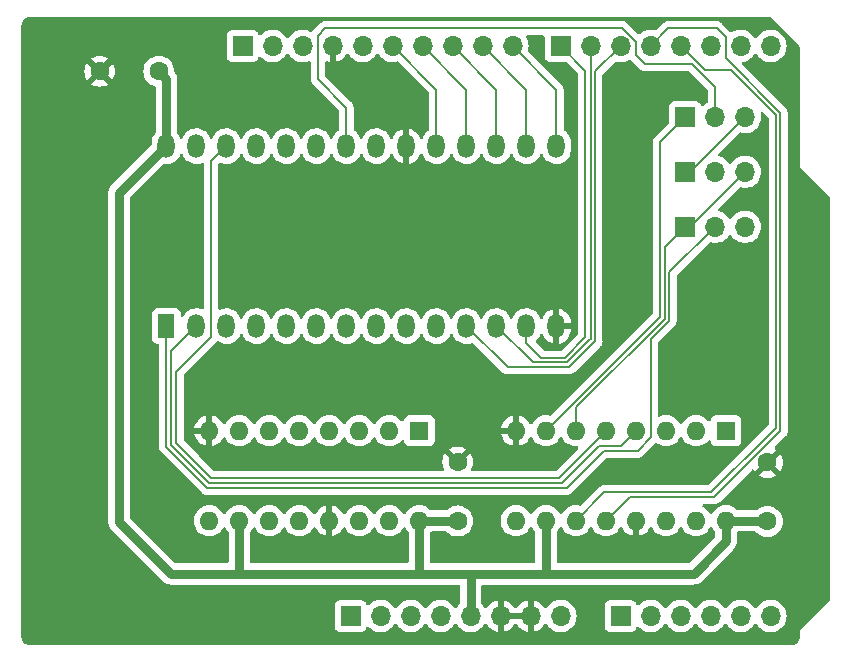
<source format=gbr>
%TF.GenerationSoftware,KiCad,Pcbnew,7.0.9*%
%TF.CreationDate,2024-01-02T14:05:00+00:00*%
%TF.ProjectId,ArduinoEEPROMProg,41726475-696e-46f4-9545-50524f4d5072,rev?*%
%TF.SameCoordinates,Original*%
%TF.FileFunction,Copper,L1,Top*%
%TF.FilePolarity,Positive*%
%FSLAX46Y46*%
G04 Gerber Fmt 4.6, Leading zero omitted, Abs format (unit mm)*
G04 Created by KiCad (PCBNEW 7.0.9) date 2024-01-02 14:05:00*
%MOMM*%
%LPD*%
G01*
G04 APERTURE LIST*
%TA.AperFunction,ComponentPad*%
%ADD10R,1.700000X1.700000*%
%TD*%
%TA.AperFunction,ComponentPad*%
%ADD11O,1.700000X1.700000*%
%TD*%
%TA.AperFunction,ComponentPad*%
%ADD12C,1.600000*%
%TD*%
%TA.AperFunction,ComponentPad*%
%ADD13R,1.440000X2.000000*%
%TD*%
%TA.AperFunction,ComponentPad*%
%ADD14O,1.440000X2.000000*%
%TD*%
%TA.AperFunction,ComponentPad*%
%ADD15R,1.600000X1.600000*%
%TD*%
%TA.AperFunction,ComponentPad*%
%ADD16O,1.600000X1.600000*%
%TD*%
%TA.AperFunction,Conductor*%
%ADD17C,0.200000*%
%TD*%
%TA.AperFunction,Conductor*%
%ADD18C,0.800000*%
%TD*%
G04 APERTURE END LIST*
D10*
%TO.P,J3,1,Pin_1*%
%TO.N,unconnected-(J3-Pin_1-Pad1)*%
X150800000Y-97460000D03*
D11*
%TO.P,J3,2,Pin_2*%
%TO.N,unconnected-(J3-Pin_2-Pad2)*%
X153340000Y-97460000D03*
%TO.P,J3,3,Pin_3*%
%TO.N,unconnected-(J3-Pin_3-Pad3)*%
X155880000Y-97460000D03*
%TO.P,J3,4,Pin_4*%
%TO.N,unconnected-(J3-Pin_4-Pad4)*%
X158420000Y-97460000D03*
%TO.P,J3,5,Pin_5*%
%TO.N,unconnected-(J3-Pin_5-Pad5)*%
X160960000Y-97460000D03*
%TO.P,J3,6,Pin_6*%
%TO.N,unconnected-(J3-Pin_6-Pad6)*%
X163500000Y-97460000D03*
%TD*%
D10*
%TO.P,J1,1,Pin_1*%
%TO.N,unconnected-(J1-Pin_1-Pad1)*%
X127940000Y-97460000D03*
D11*
%TO.P,J1,2,Pin_2*%
%TO.N,unconnected-(J1-Pin_2-Pad2)*%
X130480000Y-97460000D03*
%TO.P,J1,3,Pin_3*%
%TO.N,unconnected-(J1-Pin_3-Pad3)*%
X133020000Y-97460000D03*
%TO.P,J1,4,Pin_4*%
%TO.N,+3.3V*%
X135560000Y-97460000D03*
%TO.P,J1,5,Pin_5*%
%TO.N,+5V*%
X138100000Y-97460000D03*
%TO.P,J1,6,Pin_6*%
%TO.N,GND*%
X140640000Y-97460000D03*
%TO.P,J1,7,Pin_7*%
X143180000Y-97460000D03*
%TO.P,J1,8,Pin_8*%
%TO.N,VCC*%
X145720000Y-97460000D03*
%TD*%
D10*
%TO.P,J4,1,Pin_1*%
%TO.N,/D2*%
X145720000Y-49200000D03*
D11*
%TO.P,J4,2,Pin_2*%
%TO.N,/D1*%
X148260000Y-49200000D03*
%TO.P,J4,3,Pin_3*%
%TO.N,/D0*%
X150800000Y-49200000D03*
%TO.P,J4,4,Pin_4*%
%TO.N,/S_LATCH*%
X153340000Y-49200000D03*
%TO.P,J4,5,Pin_5*%
%TO.N,/S_CLK*%
X155880000Y-49200000D03*
%TO.P,J4,6,Pin_6*%
%TO.N,/S_DATA*%
X158420000Y-49200000D03*
%TO.P,J4,7,Pin_7*%
%TO.N,unconnected-(J4-Pin_7-Pad7)*%
X160960000Y-49200000D03*
%TO.P,J4,8,Pin_8*%
%TO.N,unconnected-(J4-Pin_8-Pad8)*%
X163500000Y-49200000D03*
%TD*%
D10*
%TO.P,J2,1,Pin_1*%
%TO.N,unconnected-(J2-Pin_1-Pad1)*%
X118796000Y-49200000D03*
D11*
%TO.P,J2,2,Pin_2*%
%TO.N,unconnected-(J2-Pin_2-Pad2)*%
X121336000Y-49200000D03*
%TO.P,J2,3,Pin_3*%
%TO.N,unconnected-(J2-Pin_3-Pad3)*%
X123876000Y-49200000D03*
%TO.P,J2,4,Pin_4*%
%TO.N,GND*%
X126416000Y-49200000D03*
%TO.P,J2,5,Pin_5*%
%TO.N,/OE{slash}WE*%
X128956000Y-49200000D03*
%TO.P,J2,6,Pin_6*%
%TO.N,/D7*%
X131496000Y-49200000D03*
%TO.P,J2,7,Pin_7*%
%TO.N,/D6*%
X134036000Y-49200000D03*
%TO.P,J2,8,Pin_8*%
%TO.N,/D5*%
X136576000Y-49200000D03*
%TO.P,J2,9,Pin_9*%
%TO.N,/D4*%
X139116000Y-49200000D03*
%TO.P,J2,10,Pin_10*%
%TO.N,/D3*%
X141656000Y-49200000D03*
%TD*%
D12*
%TO.P,C3,1*%
%TO.N,+5V*%
X163230000Y-89460000D03*
%TO.P,C3,2*%
%TO.N,GND*%
X163230000Y-84460000D03*
%TD*%
D13*
%TO.P,U3,1,A14*%
%TO.N,Net-(J5-Pin_2)*%
X112350000Y-72922500D03*
D14*
%TO.P,U3,2,A12*%
%TO.N,Net-(U2-QE)*%
X114890000Y-72922500D03*
%TO.P,U3,3,A7*%
%TO.N,Net-(U1-QH)*%
X117430000Y-72922500D03*
%TO.P,U3,4,A6*%
%TO.N,Net-(U1-QG)*%
X119970000Y-72922500D03*
%TO.P,U3,5,A5*%
%TO.N,Net-(U1-QF)*%
X122510000Y-72922500D03*
%TO.P,U3,6,A4*%
%TO.N,Net-(U1-QE)*%
X125050000Y-72922500D03*
%TO.P,U3,7,A3*%
%TO.N,Net-(U1-QD)*%
X127590000Y-72922500D03*
%TO.P,U3,8,A2*%
%TO.N,Net-(U1-QC)*%
X130130000Y-72922500D03*
%TO.P,U3,9,A1*%
%TO.N,Net-(U1-QB)*%
X132670000Y-72922500D03*
%TO.P,U3,10,A0*%
%TO.N,Net-(U1-QA)*%
X135210000Y-72922500D03*
%TO.P,U3,11,D0*%
%TO.N,/D0*%
X137750000Y-72922500D03*
%TO.P,U3,12,D1*%
%TO.N,/D1*%
X140290000Y-72922500D03*
%TO.P,U3,13,D2*%
%TO.N,/D2*%
X142830000Y-72922500D03*
%TO.P,U3,14,GND*%
%TO.N,GND*%
X145370000Y-72922500D03*
%TO.P,U3,15,D3*%
%TO.N,/D3*%
X145370000Y-57682500D03*
%TO.P,U3,16,D4*%
%TO.N,/D4*%
X142830000Y-57682500D03*
%TO.P,U3,17,D5*%
%TO.N,/D5*%
X140290000Y-57682500D03*
%TO.P,U3,18,D6*%
%TO.N,/D6*%
X137750000Y-57682500D03*
%TO.P,U3,19,D7*%
%TO.N,/D7*%
X135210000Y-57682500D03*
%TO.P,U3,20,~{CS}*%
%TO.N,GND*%
X132670000Y-57682500D03*
%TO.P,U3,21,A10*%
%TO.N,Net-(U2-QC)*%
X130130000Y-57682500D03*
%TO.P,U3,22,~{OE}*%
%TO.N,Net-(J7-Pin_2)*%
X127590000Y-57682500D03*
%TO.P,U3,23,A11*%
%TO.N,Net-(U2-QD)*%
X125050000Y-57682500D03*
%TO.P,U3,24,A9*%
%TO.N,Net-(U2-QB)*%
X122510000Y-57682500D03*
%TO.P,U3,25,A8*%
%TO.N,Net-(U2-QA)*%
X119970000Y-57682500D03*
%TO.P,U3,26,A13*%
%TO.N,Net-(U2-QF)*%
X117430000Y-57682500D03*
%TO.P,U3,27,~{WE}*%
%TO.N,Net-(J6-Pin_2)*%
X114890000Y-57682500D03*
%TO.P,U3,28,VCC*%
%TO.N,+5V*%
X112350000Y-57682500D03*
%TD*%
D15*
%TO.P,U2,1,QB*%
%TO.N,Net-(U2-QB)*%
X159730000Y-81780000D03*
D16*
%TO.P,U2,2,QC*%
%TO.N,Net-(U2-QC)*%
X157190000Y-81780000D03*
%TO.P,U2,3,QD*%
%TO.N,Net-(U2-QD)*%
X154650000Y-81780000D03*
%TO.P,U2,4,QE*%
%TO.N,Net-(U2-QE)*%
X152110000Y-81780000D03*
%TO.P,U2,5,QF*%
%TO.N,Net-(U2-QF)*%
X149570000Y-81780000D03*
%TO.P,U2,6,QG*%
%TO.N,Net-(J5-Pin_1)*%
X147030000Y-81780000D03*
%TO.P,U2,7,QH*%
%TO.N,Net-(J7-Pin_1)*%
X144490000Y-81780000D03*
%TO.P,U2,8,GND*%
%TO.N,GND*%
X141950000Y-81780000D03*
%TO.P,U2,9,QH'*%
%TO.N,unconnected-(U2-QH'-Pad9)*%
X141950000Y-89400000D03*
%TO.P,U2,10,~{SRCLR}*%
%TO.N,+5V*%
X144490000Y-89400000D03*
%TO.P,U2,11,SRCLK*%
%TO.N,/S_CLK*%
X147030000Y-89400000D03*
%TO.P,U2,12,RCLK*%
%TO.N,/S_LATCH*%
X149570000Y-89400000D03*
%TO.P,U2,13,~{OE}*%
%TO.N,GND*%
X152110000Y-89400000D03*
%TO.P,U2,14,SER*%
%TO.N,Net-(U1-QH')*%
X154650000Y-89400000D03*
%TO.P,U2,15,QA*%
%TO.N,Net-(U2-QA)*%
X157190000Y-89400000D03*
%TO.P,U2,16,VCC*%
%TO.N,+5V*%
X159730000Y-89400000D03*
%TD*%
D10*
%TO.P,J5,1,Pin_1*%
%TO.N,Net-(J5-Pin_1)*%
X156270000Y-64510000D03*
D11*
%TO.P,J5,2,Pin_2*%
%TO.N,Net-(J5-Pin_2)*%
X158810000Y-64510000D03*
%TO.P,J5,3,Pin_3*%
%TO.N,+5V*%
X161350000Y-64510000D03*
%TD*%
D15*
%TO.P,U1,1,QB*%
%TO.N,Net-(U1-QB)*%
X133765000Y-81780000D03*
D16*
%TO.P,U1,2,QC*%
%TO.N,Net-(U1-QC)*%
X131225000Y-81780000D03*
%TO.P,U1,3,QD*%
%TO.N,Net-(U1-QD)*%
X128685000Y-81780000D03*
%TO.P,U1,4,QE*%
%TO.N,Net-(U1-QE)*%
X126145000Y-81780000D03*
%TO.P,U1,5,QF*%
%TO.N,Net-(U1-QF)*%
X123605000Y-81780000D03*
%TO.P,U1,6,QG*%
%TO.N,Net-(U1-QG)*%
X121065000Y-81780000D03*
%TO.P,U1,7,QH*%
%TO.N,Net-(U1-QH)*%
X118525000Y-81780000D03*
%TO.P,U1,8,GND*%
%TO.N,GND*%
X115985000Y-81780000D03*
%TO.P,U1,9,QH'*%
%TO.N,Net-(U1-QH')*%
X115985000Y-89400000D03*
%TO.P,U1,10,~{SRCLR}*%
%TO.N,+5V*%
X118525000Y-89400000D03*
%TO.P,U1,11,SRCLK*%
%TO.N,/S_CLK*%
X121065000Y-89400000D03*
%TO.P,U1,12,RCLK*%
%TO.N,/S_LATCH*%
X123605000Y-89400000D03*
%TO.P,U1,13,~{OE}*%
%TO.N,GND*%
X126145000Y-89400000D03*
%TO.P,U1,14,SER*%
%TO.N,/S_DATA*%
X128685000Y-89400000D03*
%TO.P,U1,15,QA*%
%TO.N,Net-(U1-QA)*%
X131225000Y-89400000D03*
%TO.P,U1,16,VCC*%
%TO.N,+5V*%
X133765000Y-89400000D03*
%TD*%
D12*
%TO.P,C1,1*%
%TO.N,+5V*%
X111710000Y-51340000D03*
%TO.P,C1,2*%
%TO.N,GND*%
X106710000Y-51340000D03*
%TD*%
%TO.P,C2,1*%
%TO.N,+5V*%
X137010000Y-89420000D03*
%TO.P,C2,2*%
%TO.N,GND*%
X137010000Y-84420000D03*
%TD*%
D10*
%TO.P,J7,1,Pin_1*%
%TO.N,Net-(J7-Pin_1)*%
X156270000Y-55210000D03*
D11*
%TO.P,J7,2,Pin_2*%
%TO.N,Net-(J7-Pin_2)*%
X158810000Y-55210000D03*
%TO.P,J7,3,Pin_3*%
%TO.N,/OE{slash}WE*%
X161350000Y-55210000D03*
%TD*%
D10*
%TO.P,J6,1,Pin_1*%
%TO.N,/OE{slash}WE*%
X156270000Y-59860000D03*
D11*
%TO.P,J6,2,Pin_2*%
%TO.N,Net-(J6-Pin_2)*%
X158810000Y-59860000D03*
%TO.P,J6,3,Pin_3*%
%TO.N,Net-(J5-Pin_1)*%
X161350000Y-59860000D03*
%TD*%
D17*
%TO.N,Net-(J7-Pin_2)*%
X158810000Y-52695686D02*
X158810000Y-55210000D01*
X156824314Y-50710000D02*
X158810000Y-52695686D01*
X152840000Y-50710000D02*
X156824314Y-50710000D01*
X150916346Y-47690000D02*
X152090000Y-48863654D01*
X152090000Y-48863654D02*
X152090000Y-49960000D01*
X125170000Y-52000000D02*
X125170000Y-48330000D01*
X127590000Y-54420000D02*
X125170000Y-52000000D01*
X125170000Y-48330000D02*
X125810000Y-47690000D01*
X152090000Y-49960000D02*
X152840000Y-50710000D01*
X127590000Y-57682500D02*
X127590000Y-54420000D01*
X125810000Y-47690000D02*
X150916346Y-47690000D01*
D18*
%TO.N,+5V*%
X138050000Y-93890000D02*
X138100000Y-93940000D01*
X159730000Y-91140000D02*
X159730000Y-89400000D01*
X136990000Y-89400000D02*
X137010000Y-89420000D01*
X144340000Y-93890000D02*
X145940000Y-93890000D01*
X156220000Y-93890000D02*
X156980000Y-93890000D01*
X145940000Y-93890000D02*
X156220000Y-93890000D01*
X112350000Y-51980000D02*
X111710000Y-51340000D01*
X108340000Y-89520000D02*
X110465000Y-91645000D01*
X112710000Y-93890000D02*
X118450000Y-93890000D01*
X138100000Y-93940000D02*
X138100000Y-97460000D01*
X138050000Y-93890000D02*
X138630000Y-93890000D01*
X118450000Y-93890000D02*
X133720000Y-93890000D01*
X110465000Y-91645000D02*
X112710000Y-93890000D01*
X133765000Y-89400000D02*
X136990000Y-89400000D01*
X118525000Y-89400000D02*
X118525000Y-93815000D01*
D17*
X138100000Y-94420000D02*
X138630000Y-93890000D01*
D18*
X138630000Y-93890000D02*
X144340000Y-93890000D01*
X159730000Y-89400000D02*
X163170000Y-89400000D01*
X133765000Y-89400000D02*
X133765000Y-93845000D01*
X144490000Y-93740000D02*
X144490000Y-89400000D01*
X112350000Y-57682500D02*
X112287500Y-57682500D01*
X156980000Y-93890000D02*
X159730000Y-91140000D01*
X144340000Y-93890000D02*
X144490000Y-93740000D01*
X133765000Y-93845000D02*
X133720000Y-93890000D01*
X112350000Y-57682500D02*
X112350000Y-51980000D01*
X118525000Y-93815000D02*
X118450000Y-93890000D01*
X112287500Y-57682500D02*
X108340000Y-61630000D01*
X163170000Y-89400000D02*
X163230000Y-89460000D01*
X108340000Y-61630000D02*
X108340000Y-89520000D01*
X133720000Y-93890000D02*
X138050000Y-93890000D01*
D17*
%TO.N,/OE{slash}WE*%
X161350000Y-55210000D02*
X156700000Y-59860000D01*
X156700000Y-59860000D02*
X156270000Y-59860000D01*
%TO.N,/D7*%
X135210000Y-52914000D02*
X131496000Y-49200000D01*
X135210000Y-57682500D02*
X135210000Y-52914000D01*
%TO.N,/D6*%
X137750000Y-57682500D02*
X137750000Y-52914000D01*
X137750000Y-52914000D02*
X134036000Y-49200000D01*
%TO.N,/D5*%
X140290000Y-57682500D02*
X140290000Y-52914000D01*
X140290000Y-52914000D02*
X136576000Y-49200000D01*
%TO.N,/D4*%
X142830000Y-57682500D02*
X142830000Y-52914000D01*
X142830000Y-52914000D02*
X139116000Y-49200000D01*
%TO.N,/D3*%
X145370000Y-52914000D02*
X141656000Y-49200000D01*
X145370000Y-57682500D02*
X145370000Y-52914000D01*
%TO.N,/D2*%
X142830000Y-72922500D02*
X142830000Y-74330000D01*
X144100000Y-75600000D02*
X146074314Y-75600000D01*
X146074314Y-75600000D02*
X147810000Y-73864314D01*
X147810000Y-73864314D02*
X147810000Y-51290000D01*
X147810000Y-51290000D02*
X145720000Y-49200000D01*
X142830000Y-74330000D02*
X144100000Y-75600000D01*
%TO.N,/D1*%
X146240000Y-76000000D02*
X148215686Y-74024314D01*
X140290000Y-72922500D02*
X143367500Y-76000000D01*
X148260000Y-74024314D02*
X148260000Y-49200000D01*
X143367500Y-76000000D02*
X146240000Y-76000000D01*
X148215686Y-74024314D02*
X148260000Y-74024314D01*
%TO.N,/D0*%
X137750000Y-72922500D02*
X141227500Y-76400000D01*
X146450000Y-76400000D02*
X148660000Y-74190000D01*
X141227500Y-76400000D02*
X146450000Y-76400000D01*
X148660000Y-74190000D02*
X148660000Y-51340000D01*
X148660000Y-51340000D02*
X150800000Y-49200000D01*
%TO.N,/S_LATCH*%
X153340000Y-49200000D02*
X154830000Y-47710000D01*
X159700000Y-50212282D02*
X164340000Y-54852282D01*
X158950000Y-47710000D02*
X159700000Y-48460000D01*
X151570000Y-87400000D02*
X149570000Y-89400000D01*
X154830000Y-47710000D02*
X158950000Y-47710000D01*
X164340000Y-54852282D02*
X164340000Y-81794364D01*
X158734365Y-87400000D02*
X151570000Y-87400000D01*
X164340000Y-81794364D02*
X158734365Y-87400000D01*
X159700000Y-48460000D02*
X159700000Y-50212282D01*
%TO.N,/S_CLK*%
X160162032Y-51240000D02*
X163601016Y-54678984D01*
X155880000Y-49200000D02*
X157920000Y-51240000D01*
X163940000Y-81540000D02*
X163290000Y-82190000D01*
X163290000Y-82190000D02*
X158480000Y-87000000D01*
X163601016Y-54678984D02*
X163940000Y-55017968D01*
X149430000Y-87000000D02*
X147030000Y-89400000D01*
X158480000Y-87000000D02*
X149430000Y-87000000D01*
X163940000Y-55017968D02*
X163940000Y-81540000D01*
X157920000Y-51240000D02*
X160162032Y-51240000D01*
%TO.N,Net-(J5-Pin_1)*%
X156700000Y-64510000D02*
X156270000Y-64510000D01*
X147030000Y-79805686D02*
X147030000Y-81780000D01*
X154540000Y-66240000D02*
X154540000Y-72295686D01*
X156270000Y-64510000D02*
X154540000Y-66240000D01*
X154540000Y-72295686D02*
X147030000Y-79805686D01*
X161350000Y-59860000D02*
X156700000Y-64510000D01*
%TO.N,Net-(J5-Pin_2)*%
X149370000Y-83460000D02*
X152250000Y-83460000D01*
X112350000Y-83160000D02*
X115790000Y-86600000D01*
X154940000Y-72461372D02*
X154940000Y-71860000D01*
X153360000Y-74041372D02*
X154595686Y-72805686D01*
X152250000Y-83460000D02*
X153360000Y-82350000D01*
X154940000Y-68380000D02*
X158810000Y-64510000D01*
X153360000Y-82350000D02*
X153360000Y-74041372D01*
X154595686Y-72805686D02*
X154940000Y-72461372D01*
X115790000Y-86600000D02*
X146230000Y-86600000D01*
X146230000Y-86600000D02*
X149370000Y-83460000D01*
X112350000Y-72922500D02*
X112350000Y-83160000D01*
X154940000Y-71860000D02*
X154940000Y-68380000D01*
%TO.N,Net-(J7-Pin_1)*%
X144490000Y-81780000D02*
X154140000Y-72130000D01*
X154140000Y-57340000D02*
X156270000Y-55210000D01*
X154140000Y-72130000D02*
X154140000Y-57340000D01*
%TO.N,Net-(U2-QE)*%
X112750000Y-75062500D02*
X114890000Y-72922500D01*
X150830000Y-83060000D02*
X149000000Y-83060000D01*
X115955686Y-86200000D02*
X112750000Y-82994314D01*
X112750000Y-82994314D02*
X112750000Y-75062500D01*
X152110000Y-81780000D02*
X150830000Y-83060000D01*
X149000000Y-83060000D02*
X145860000Y-86200000D01*
X145860000Y-86200000D02*
X115955686Y-86200000D01*
X114890000Y-72922500D02*
X114890000Y-72450000D01*
X114890000Y-72922500D02*
X114885000Y-72927500D01*
%TO.N,Net-(U2-QF)*%
X114610000Y-84220000D02*
X113190000Y-82800000D01*
X145550000Y-85800000D02*
X143710000Y-85800000D01*
X113150000Y-76810000D02*
X116130000Y-73830000D01*
X116130000Y-58982500D02*
X117430000Y-57682500D01*
X116130000Y-73830000D02*
X116130000Y-58982500D01*
X113190000Y-76850000D02*
X113150000Y-76810000D01*
X114610000Y-84288628D02*
X114610000Y-84220000D01*
X149570000Y-81780000D02*
X145550000Y-85800000D01*
X116121372Y-85800000D02*
X114610000Y-84288628D01*
X113190000Y-82800000D02*
X113190000Y-76850000D01*
X143710000Y-85800000D02*
X116121372Y-85800000D01*
%TD*%
%TA.AperFunction,Conductor*%
%TO.N,GND*%
G36*
X142720507Y-97250156D02*
G01*
X142680000Y-97388111D01*
X142680000Y-97531889D01*
X142720507Y-97669844D01*
X142746314Y-97710000D01*
X141073686Y-97710000D01*
X141099493Y-97669844D01*
X141140000Y-97531889D01*
X141140000Y-97388111D01*
X141099493Y-97250156D01*
X141073686Y-97210000D01*
X142746314Y-97210000D01*
X142720507Y-97250156D01*
G37*
%TD.AperFunction*%
%TA.AperFunction,Conductor*%
G36*
X162861481Y-54808868D02*
G01*
X162893450Y-54831967D01*
X163295181Y-55233698D01*
X163328666Y-55295021D01*
X163331500Y-55321379D01*
X163331500Y-81236589D01*
X163311815Y-81303628D01*
X163295181Y-81324270D01*
X158264270Y-86355181D01*
X158202947Y-86388666D01*
X158176589Y-86391500D01*
X149473953Y-86391500D01*
X149465854Y-86390969D01*
X149443873Y-86388075D01*
X149430001Y-86386249D01*
X149429999Y-86386249D01*
X149271150Y-86407161D01*
X149271145Y-86407163D01*
X149123128Y-86468473D01*
X149123123Y-86468476D01*
X149029465Y-86540343D01*
X149027929Y-86541522D01*
X149027925Y-86541525D01*
X149009762Y-86555461D01*
X148996010Y-86566015D01*
X148973996Y-86594703D01*
X148968645Y-86600805D01*
X147470314Y-88099135D01*
X147408991Y-88132620D01*
X147350540Y-88131229D01*
X147258092Y-88106458D01*
X147258088Y-88106457D01*
X147258087Y-88106457D01*
X147258086Y-88106456D01*
X147258081Y-88106456D01*
X147030002Y-88086502D01*
X147029998Y-88086502D01*
X146801918Y-88106456D01*
X146801910Y-88106457D01*
X146580761Y-88165714D01*
X146580750Y-88165718D01*
X146373254Y-88262475D01*
X146373252Y-88262476D01*
X146344688Y-88282477D01*
X146185700Y-88393802D01*
X146185698Y-88393803D01*
X146185695Y-88393806D01*
X146023806Y-88555695D01*
X146023803Y-88555698D01*
X146023802Y-88555700D01*
X146009798Y-88575700D01*
X145892476Y-88743251D01*
X145872382Y-88786345D01*
X145826209Y-88838784D01*
X145759016Y-88857936D01*
X145692135Y-88837720D01*
X145647618Y-88786345D01*
X145627523Y-88743251D01*
X145496198Y-88555700D01*
X145334300Y-88393802D01*
X145146749Y-88262477D01*
X145146745Y-88262475D01*
X144939249Y-88165718D01*
X144939238Y-88165714D01*
X144718089Y-88106457D01*
X144718081Y-88106456D01*
X144490002Y-88086502D01*
X144489998Y-88086502D01*
X144261918Y-88106456D01*
X144261910Y-88106457D01*
X144040761Y-88165714D01*
X144040750Y-88165718D01*
X143833254Y-88262475D01*
X143833252Y-88262476D01*
X143804688Y-88282477D01*
X143645700Y-88393802D01*
X143645698Y-88393803D01*
X143645695Y-88393806D01*
X143483806Y-88555695D01*
X143483803Y-88555698D01*
X143483802Y-88555700D01*
X143469798Y-88575700D01*
X143352476Y-88743251D01*
X143332382Y-88786345D01*
X143286209Y-88838784D01*
X143219016Y-88857936D01*
X143152135Y-88837720D01*
X143107618Y-88786345D01*
X143087523Y-88743251D01*
X142956198Y-88555700D01*
X142794300Y-88393802D01*
X142606749Y-88262477D01*
X142606745Y-88262475D01*
X142399249Y-88165718D01*
X142399238Y-88165714D01*
X142178089Y-88106457D01*
X142178081Y-88106456D01*
X141950002Y-88086502D01*
X141949998Y-88086502D01*
X141721918Y-88106456D01*
X141721910Y-88106457D01*
X141500761Y-88165714D01*
X141500750Y-88165718D01*
X141293254Y-88262475D01*
X141293252Y-88262476D01*
X141264688Y-88282477D01*
X141105700Y-88393802D01*
X141105698Y-88393803D01*
X141105695Y-88393806D01*
X140943806Y-88555695D01*
X140943803Y-88555698D01*
X140943802Y-88555700D01*
X140861767Y-88672856D01*
X140812476Y-88743252D01*
X140812475Y-88743254D01*
X140715718Y-88950750D01*
X140715714Y-88950761D01*
X140656457Y-89171910D01*
X140656456Y-89171918D01*
X140636502Y-89399998D01*
X140636502Y-89400001D01*
X140656456Y-89628081D01*
X140656457Y-89628089D01*
X140715714Y-89849238D01*
X140715718Y-89849249D01*
X140810486Y-90052479D01*
X140812477Y-90056749D01*
X140943802Y-90244300D01*
X141105700Y-90406198D01*
X141293251Y-90537523D01*
X141336144Y-90557524D01*
X141500750Y-90634281D01*
X141500752Y-90634281D01*
X141500757Y-90634284D01*
X141721913Y-90693543D01*
X141884832Y-90707796D01*
X141949998Y-90713498D01*
X141950000Y-90713498D01*
X141950002Y-90713498D01*
X142007021Y-90708509D01*
X142178087Y-90693543D01*
X142399243Y-90634284D01*
X142606749Y-90537523D01*
X142794300Y-90406198D01*
X142956198Y-90244300D01*
X143087523Y-90056749D01*
X143107618Y-90013655D01*
X143153790Y-89961215D01*
X143220983Y-89942063D01*
X143287864Y-89962278D01*
X143332382Y-90013655D01*
X143352477Y-90056749D01*
X143483802Y-90244300D01*
X143483806Y-90244304D01*
X143545181Y-90305679D01*
X143578666Y-90367002D01*
X143581500Y-90393360D01*
X143581500Y-92857500D01*
X143561815Y-92924539D01*
X143509011Y-92970294D01*
X143457500Y-92981500D01*
X138075404Y-92981500D01*
X138072160Y-92981415D01*
X138002190Y-92977748D01*
X138002189Y-92977748D01*
X138002188Y-92977748D01*
X137988142Y-92979973D01*
X137968743Y-92981500D01*
X134797500Y-92981500D01*
X134730461Y-92961815D01*
X134684706Y-92909011D01*
X134673500Y-92857500D01*
X134673500Y-90432500D01*
X134693185Y-90365461D01*
X134745989Y-90319706D01*
X134797500Y-90308500D01*
X135996640Y-90308500D01*
X136063679Y-90328185D01*
X136084321Y-90344819D01*
X136165700Y-90426198D01*
X136353251Y-90557523D01*
X136439032Y-90597523D01*
X136560750Y-90654281D01*
X136560752Y-90654281D01*
X136560757Y-90654284D01*
X136781913Y-90713543D01*
X136944832Y-90727796D01*
X137009998Y-90733498D01*
X137010000Y-90733498D01*
X137010002Y-90733498D01*
X137067021Y-90728509D01*
X137238087Y-90713543D01*
X137459243Y-90654284D01*
X137666749Y-90557523D01*
X137854300Y-90426198D01*
X138016198Y-90264300D01*
X138147523Y-90076749D01*
X138244284Y-89869243D01*
X138303543Y-89648087D01*
X138323498Y-89420000D01*
X138303543Y-89191913D01*
X138244284Y-88970757D01*
X138147523Y-88763251D01*
X138016198Y-88575700D01*
X137854300Y-88413802D01*
X137666749Y-88282477D01*
X137666745Y-88282475D01*
X137459249Y-88185718D01*
X137459238Y-88185714D01*
X137238089Y-88126457D01*
X137238081Y-88126456D01*
X137010002Y-88106502D01*
X137009998Y-88106502D01*
X136781918Y-88126456D01*
X136781910Y-88126457D01*
X136560761Y-88185714D01*
X136560750Y-88185718D01*
X136353254Y-88282475D01*
X136353252Y-88282476D01*
X136353251Y-88282477D01*
X136165700Y-88413802D01*
X136165698Y-88413803D01*
X136165695Y-88413806D01*
X136124321Y-88455181D01*
X136062998Y-88488666D01*
X136036640Y-88491500D01*
X134758360Y-88491500D01*
X134691321Y-88471815D01*
X134670679Y-88455181D01*
X134609304Y-88393806D01*
X134609300Y-88393802D01*
X134421749Y-88262477D01*
X134421745Y-88262475D01*
X134214249Y-88165718D01*
X134214238Y-88165714D01*
X133993089Y-88106457D01*
X133993081Y-88106456D01*
X133765002Y-88086502D01*
X133764998Y-88086502D01*
X133536918Y-88106456D01*
X133536910Y-88106457D01*
X133315761Y-88165714D01*
X133315750Y-88165718D01*
X133108254Y-88262475D01*
X133108252Y-88262476D01*
X133079688Y-88282477D01*
X132920700Y-88393802D01*
X132920698Y-88393803D01*
X132920695Y-88393806D01*
X132758806Y-88555695D01*
X132758803Y-88555698D01*
X132758802Y-88555700D01*
X132744798Y-88575700D01*
X132627476Y-88743251D01*
X132607382Y-88786345D01*
X132561209Y-88838784D01*
X132494016Y-88857936D01*
X132427135Y-88837720D01*
X132382618Y-88786345D01*
X132362523Y-88743251D01*
X132231198Y-88555700D01*
X132069300Y-88393802D01*
X131881749Y-88262477D01*
X131881745Y-88262475D01*
X131674249Y-88165718D01*
X131674238Y-88165714D01*
X131453089Y-88106457D01*
X131453081Y-88106456D01*
X131225002Y-88086502D01*
X131224998Y-88086502D01*
X130996918Y-88106456D01*
X130996910Y-88106457D01*
X130775761Y-88165714D01*
X130775750Y-88165718D01*
X130568254Y-88262475D01*
X130568252Y-88262476D01*
X130539688Y-88282477D01*
X130380700Y-88393802D01*
X130380698Y-88393803D01*
X130380695Y-88393806D01*
X130218806Y-88555695D01*
X130218803Y-88555698D01*
X130218802Y-88555700D01*
X130204798Y-88575700D01*
X130087476Y-88743251D01*
X130067382Y-88786345D01*
X130021209Y-88838784D01*
X129954016Y-88857936D01*
X129887135Y-88837720D01*
X129842618Y-88786345D01*
X129822523Y-88743251D01*
X129691198Y-88555700D01*
X129529300Y-88393802D01*
X129341749Y-88262477D01*
X129341745Y-88262475D01*
X129134249Y-88165718D01*
X129134238Y-88165714D01*
X128913089Y-88106457D01*
X128913081Y-88106456D01*
X128685002Y-88086502D01*
X128684998Y-88086502D01*
X128456918Y-88106456D01*
X128456910Y-88106457D01*
X128235761Y-88165714D01*
X128235750Y-88165718D01*
X128028254Y-88262475D01*
X128028252Y-88262476D01*
X127999688Y-88282477D01*
X127840700Y-88393802D01*
X127840698Y-88393803D01*
X127840695Y-88393806D01*
X127678806Y-88555695D01*
X127678803Y-88555698D01*
X127678802Y-88555700D01*
X127596767Y-88672856D01*
X127547476Y-88743252D01*
X127547474Y-88743256D01*
X127522691Y-88796402D01*
X127476518Y-88848841D01*
X127409324Y-88867992D01*
X127342444Y-88847775D01*
X127297927Y-88796399D01*
X127275133Y-88747517D01*
X127144657Y-88561179D01*
X126983820Y-88400342D01*
X126797482Y-88269865D01*
X126591328Y-88173734D01*
X126395000Y-88121127D01*
X126395000Y-89084314D01*
X126383045Y-89072359D01*
X126270148Y-89014835D01*
X126176481Y-89000000D01*
X126113519Y-89000000D01*
X126019852Y-89014835D01*
X125906955Y-89072359D01*
X125895000Y-89084314D01*
X125895000Y-88121127D01*
X125698671Y-88173734D01*
X125492517Y-88269865D01*
X125306179Y-88400342D01*
X125145342Y-88561179D01*
X125014865Y-88747517D01*
X124992071Y-88796401D01*
X124945898Y-88848840D01*
X124878705Y-88867992D01*
X124811824Y-88847776D01*
X124767307Y-88796401D01*
X124742523Y-88743251D01*
X124611198Y-88555700D01*
X124449300Y-88393802D01*
X124261749Y-88262477D01*
X124261745Y-88262475D01*
X124054249Y-88165718D01*
X124054238Y-88165714D01*
X123833089Y-88106457D01*
X123833081Y-88106456D01*
X123605002Y-88086502D01*
X123604998Y-88086502D01*
X123376918Y-88106456D01*
X123376910Y-88106457D01*
X123155761Y-88165714D01*
X123155750Y-88165718D01*
X122948254Y-88262475D01*
X122948252Y-88262476D01*
X122919688Y-88282477D01*
X122760700Y-88393802D01*
X122760698Y-88393803D01*
X122760695Y-88393806D01*
X122598806Y-88555695D01*
X122598803Y-88555698D01*
X122598802Y-88555700D01*
X122584798Y-88575700D01*
X122467476Y-88743251D01*
X122447382Y-88786345D01*
X122401209Y-88838784D01*
X122334016Y-88857936D01*
X122267135Y-88837720D01*
X122222618Y-88786345D01*
X122202523Y-88743251D01*
X122071198Y-88555700D01*
X121909300Y-88393802D01*
X121721749Y-88262477D01*
X121721745Y-88262475D01*
X121514249Y-88165718D01*
X121514238Y-88165714D01*
X121293089Y-88106457D01*
X121293081Y-88106456D01*
X121065002Y-88086502D01*
X121064998Y-88086502D01*
X120836918Y-88106456D01*
X120836910Y-88106457D01*
X120615761Y-88165714D01*
X120615750Y-88165718D01*
X120408254Y-88262475D01*
X120408252Y-88262476D01*
X120379688Y-88282477D01*
X120220700Y-88393802D01*
X120220698Y-88393803D01*
X120220695Y-88393806D01*
X120058806Y-88555695D01*
X120058803Y-88555698D01*
X120058802Y-88555700D01*
X120044798Y-88575700D01*
X119927476Y-88743251D01*
X119907382Y-88786345D01*
X119861209Y-88838784D01*
X119794016Y-88857936D01*
X119727135Y-88837720D01*
X119682618Y-88786345D01*
X119662523Y-88743251D01*
X119531198Y-88555700D01*
X119369300Y-88393802D01*
X119181749Y-88262477D01*
X119181745Y-88262475D01*
X118974249Y-88165718D01*
X118974238Y-88165714D01*
X118753089Y-88106457D01*
X118753081Y-88106456D01*
X118525002Y-88086502D01*
X118524998Y-88086502D01*
X118296918Y-88106456D01*
X118296910Y-88106457D01*
X118075761Y-88165714D01*
X118075750Y-88165718D01*
X117868254Y-88262475D01*
X117868252Y-88262476D01*
X117839688Y-88282477D01*
X117680700Y-88393802D01*
X117680698Y-88393803D01*
X117680695Y-88393806D01*
X117518806Y-88555695D01*
X117518803Y-88555698D01*
X117518802Y-88555700D01*
X117504798Y-88575700D01*
X117387476Y-88743251D01*
X117367382Y-88786345D01*
X117321209Y-88838784D01*
X117254016Y-88857936D01*
X117187135Y-88837720D01*
X117142618Y-88786345D01*
X117122523Y-88743251D01*
X116991198Y-88555700D01*
X116829300Y-88393802D01*
X116641749Y-88262477D01*
X116641745Y-88262475D01*
X116434249Y-88165718D01*
X116434238Y-88165714D01*
X116213089Y-88106457D01*
X116213081Y-88106456D01*
X115985002Y-88086502D01*
X115984998Y-88086502D01*
X115756918Y-88106456D01*
X115756910Y-88106457D01*
X115535761Y-88165714D01*
X115535750Y-88165718D01*
X115328254Y-88262475D01*
X115328252Y-88262476D01*
X115299688Y-88282477D01*
X115140700Y-88393802D01*
X115140698Y-88393803D01*
X115140695Y-88393806D01*
X114978806Y-88555695D01*
X114978803Y-88555698D01*
X114978802Y-88555700D01*
X114896767Y-88672856D01*
X114847476Y-88743252D01*
X114847475Y-88743254D01*
X114750718Y-88950750D01*
X114750714Y-88950761D01*
X114691457Y-89171910D01*
X114691456Y-89171918D01*
X114671502Y-89399998D01*
X114671502Y-89400001D01*
X114691456Y-89628081D01*
X114691457Y-89628089D01*
X114750714Y-89849238D01*
X114750718Y-89849249D01*
X114845486Y-90052479D01*
X114847477Y-90056749D01*
X114978802Y-90244300D01*
X115140700Y-90406198D01*
X115328251Y-90537523D01*
X115371144Y-90557524D01*
X115535750Y-90634281D01*
X115535752Y-90634281D01*
X115535757Y-90634284D01*
X115756913Y-90693543D01*
X115919832Y-90707796D01*
X115984998Y-90713498D01*
X115985000Y-90713498D01*
X115985002Y-90713498D01*
X116042021Y-90708509D01*
X116213087Y-90693543D01*
X116434243Y-90634284D01*
X116641749Y-90537523D01*
X116829300Y-90406198D01*
X116991198Y-90244300D01*
X117122523Y-90056749D01*
X117142618Y-90013655D01*
X117188790Y-89961215D01*
X117255983Y-89942063D01*
X117322864Y-89962278D01*
X117367382Y-90013655D01*
X117387477Y-90056749D01*
X117518802Y-90244300D01*
X117518806Y-90244304D01*
X117580181Y-90305679D01*
X117613666Y-90367002D01*
X117616500Y-90393360D01*
X117616500Y-92857500D01*
X117596815Y-92924539D01*
X117544011Y-92970294D01*
X117492500Y-92981500D01*
X113137675Y-92981500D01*
X113070636Y-92961815D01*
X113049994Y-92945181D01*
X109284819Y-89180006D01*
X109251334Y-89118683D01*
X109248500Y-89092325D01*
X109248500Y-62057674D01*
X109268185Y-61990635D01*
X109284814Y-61969998D01*
X112042813Y-59211998D01*
X112104134Y-59178515D01*
X112158084Y-59178789D01*
X112184428Y-59184803D01*
X112371694Y-59193213D01*
X112405335Y-59194724D01*
X112405335Y-59194723D01*
X112405339Y-59194724D01*
X112624472Y-59165040D01*
X112834783Y-59096706D01*
X113029513Y-58991918D01*
X113202402Y-58854043D01*
X113347895Y-58687513D01*
X113461314Y-58497681D01*
X113501255Y-58391256D01*
X113543239Y-58335411D01*
X113608753Y-58311127D01*
X113676995Y-58326118D01*
X113726300Y-58375624D01*
X113733436Y-58391248D01*
X113735183Y-58395901D01*
X113735184Y-58395904D01*
X113735186Y-58395909D01*
X113786036Y-58501500D01*
X113831131Y-58595141D01*
X113831133Y-58595145D01*
X113961107Y-58774039D01*
X113961113Y-58774047D01*
X114093686Y-58900799D01*
X114120947Y-58926863D01*
X114173211Y-58961362D01*
X114305495Y-59048683D01*
X114305497Y-59048684D01*
X114305499Y-59048685D01*
X114508838Y-59135596D01*
X114724428Y-59184803D01*
X114910363Y-59193153D01*
X114945335Y-59194724D01*
X114945335Y-59194723D01*
X114945339Y-59194724D01*
X115164472Y-59165040D01*
X115359185Y-59101773D01*
X115429022Y-59099779D01*
X115488855Y-59135859D01*
X115519684Y-59198560D01*
X115521500Y-59219705D01*
X115521500Y-71388551D01*
X115501815Y-71455590D01*
X115449011Y-71501345D01*
X115379853Y-71511289D01*
X115348766Y-71502573D01*
X115290148Y-71477519D01*
X115271162Y-71469404D01*
X115271157Y-71469402D01*
X115271151Y-71469401D01*
X115055572Y-71420197D01*
X114834664Y-71410275D01*
X114615527Y-71439960D01*
X114615522Y-71439961D01*
X114405215Y-71508294D01*
X114210485Y-71613083D01*
X114037600Y-71750954D01*
X113892105Y-71917486D01*
X113892104Y-71917488D01*
X113808947Y-72056669D01*
X113757665Y-72104122D01*
X113688867Y-72116317D01*
X113624398Y-72089382D01*
X113584726Y-72031868D01*
X113578500Y-71993069D01*
X113578500Y-71873862D01*
X113578499Y-71873845D01*
X113574491Y-71836575D01*
X113571989Y-71813299D01*
X113520889Y-71676296D01*
X113433261Y-71559239D01*
X113316204Y-71471611D01*
X113310279Y-71469401D01*
X113179203Y-71420511D01*
X113118654Y-71414000D01*
X113118638Y-71414000D01*
X111581362Y-71414000D01*
X111581345Y-71414000D01*
X111520797Y-71420511D01*
X111520795Y-71420511D01*
X111383795Y-71471611D01*
X111266739Y-71559239D01*
X111179111Y-71676295D01*
X111128011Y-71813295D01*
X111128011Y-71813297D01*
X111121500Y-71873845D01*
X111121500Y-73971154D01*
X111128011Y-74031702D01*
X111128011Y-74031704D01*
X111170663Y-74146054D01*
X111179111Y-74168704D01*
X111266739Y-74285761D01*
X111383796Y-74373389D01*
X111520799Y-74424489D01*
X111548050Y-74427418D01*
X111581345Y-74430999D01*
X111581362Y-74431000D01*
X111617500Y-74431000D01*
X111684539Y-74450685D01*
X111730294Y-74503489D01*
X111741500Y-74555000D01*
X111741500Y-83116054D01*
X111740969Y-83124156D01*
X111736250Y-83159999D01*
X111736250Y-83160003D01*
X111741132Y-83197089D01*
X111741134Y-83197105D01*
X111743997Y-83218850D01*
X111757161Y-83318849D01*
X111757163Y-83318854D01*
X111818473Y-83466871D01*
X111818476Y-83466877D01*
X111856729Y-83516728D01*
X111891523Y-83562072D01*
X111891525Y-83562074D01*
X111891526Y-83562075D01*
X111916012Y-83593986D01*
X111944698Y-83615998D01*
X111950794Y-83621343D01*
X115328655Y-86999204D01*
X115333996Y-87005294D01*
X115343927Y-87018236D01*
X115356010Y-87033984D01*
X115356011Y-87033985D01*
X115356013Y-87033987D01*
X115379828Y-87052261D01*
X115386284Y-87057215D01*
X115386308Y-87057235D01*
X115462167Y-87115443D01*
X115483124Y-87131524D01*
X115483126Y-87131524D01*
X115483128Y-87131526D01*
X115557136Y-87162181D01*
X115631149Y-87192838D01*
X115710574Y-87203294D01*
X115789999Y-87213751D01*
X115790000Y-87213751D01*
X115790001Y-87213751D01*
X115825853Y-87209031D01*
X115833954Y-87208500D01*
X146186054Y-87208500D01*
X146194151Y-87209030D01*
X146219527Y-87212371D01*
X146229999Y-87213750D01*
X146230000Y-87213750D01*
X146230001Y-87213750D01*
X146265846Y-87209031D01*
X146267961Y-87208752D01*
X146267974Y-87208751D01*
X146269881Y-87208500D01*
X146269885Y-87208500D01*
X146351002Y-87197820D01*
X146369457Y-87195391D01*
X146388851Y-87192838D01*
X146388856Y-87192836D01*
X146536876Y-87131524D01*
X146632072Y-87058477D01*
X146632073Y-87058475D01*
X146640164Y-87052267D01*
X146640171Y-87052261D01*
X146663983Y-87033990D01*
X146663982Y-87033990D01*
X146663987Y-87033987D01*
X146686010Y-87005285D01*
X146691338Y-86999209D01*
X149585730Y-84104819D01*
X149647053Y-84071334D01*
X149673411Y-84068500D01*
X152206054Y-84068500D01*
X152214151Y-84069030D01*
X152231648Y-84071334D01*
X152249999Y-84073750D01*
X152250000Y-84073750D01*
X152250001Y-84073750D01*
X152285846Y-84069031D01*
X152287961Y-84068752D01*
X152287974Y-84068751D01*
X152289881Y-84068500D01*
X152289885Y-84068500D01*
X152371002Y-84057820D01*
X152389457Y-84055391D01*
X152408851Y-84052838D01*
X152452314Y-84034835D01*
X152556876Y-83991524D01*
X152652072Y-83918477D01*
X152652073Y-83918475D01*
X152660164Y-83912267D01*
X152660171Y-83912261D01*
X152683983Y-83893990D01*
X152683982Y-83893990D01*
X152683987Y-83893987D01*
X152706010Y-83865285D01*
X152711338Y-83859209D01*
X153719571Y-82850976D01*
X153780892Y-82817493D01*
X153850584Y-82822477D01*
X153878368Y-82837080D01*
X153993251Y-82917523D01*
X154048445Y-82943260D01*
X154200750Y-83014281D01*
X154200752Y-83014281D01*
X154200757Y-83014284D01*
X154421913Y-83073543D01*
X154584832Y-83087796D01*
X154649998Y-83093498D01*
X154650000Y-83093498D01*
X154650002Y-83093498D01*
X154711654Y-83088104D01*
X154878087Y-83073543D01*
X155099243Y-83014284D01*
X155306749Y-82917523D01*
X155494300Y-82786198D01*
X155656198Y-82624300D01*
X155787523Y-82436749D01*
X155807618Y-82393655D01*
X155853790Y-82341215D01*
X155920983Y-82322063D01*
X155987864Y-82342278D01*
X156032382Y-82393655D01*
X156052477Y-82436749D01*
X156183802Y-82624300D01*
X156345700Y-82786198D01*
X156533251Y-82917523D01*
X156588445Y-82943260D01*
X156740750Y-83014281D01*
X156740752Y-83014281D01*
X156740757Y-83014284D01*
X156961913Y-83073543D01*
X157124832Y-83087796D01*
X157189998Y-83093498D01*
X157190000Y-83093498D01*
X157190002Y-83093498D01*
X157251654Y-83088104D01*
X157418087Y-83073543D01*
X157639243Y-83014284D01*
X157846749Y-82917523D01*
X158034300Y-82786198D01*
X158196198Y-82624300D01*
X158201566Y-82616632D01*
X158256139Y-82573008D01*
X158325637Y-82565813D01*
X158387993Y-82597333D01*
X158423409Y-82657562D01*
X158426430Y-82674498D01*
X158428011Y-82689202D01*
X158428011Y-82689204D01*
X158464189Y-82786198D01*
X158479111Y-82826204D01*
X158566739Y-82943261D01*
X158683796Y-83030889D01*
X158820799Y-83081989D01*
X158848050Y-83084918D01*
X158881345Y-83088499D01*
X158881362Y-83088500D01*
X160578638Y-83088500D01*
X160578654Y-83088499D01*
X160605692Y-83085591D01*
X160639201Y-83081989D01*
X160776204Y-83030889D01*
X160893261Y-82943261D01*
X160980889Y-82826204D01*
X161031989Y-82689201D01*
X161035591Y-82655692D01*
X161038499Y-82628654D01*
X161038500Y-82628637D01*
X161038500Y-80931362D01*
X161038499Y-80931345D01*
X161035157Y-80900270D01*
X161031989Y-80870799D01*
X160980889Y-80733796D01*
X160893261Y-80616739D01*
X160776204Y-80529111D01*
X160639203Y-80478011D01*
X160578654Y-80471500D01*
X160578638Y-80471500D01*
X158881362Y-80471500D01*
X158881345Y-80471500D01*
X158820797Y-80478011D01*
X158820795Y-80478011D01*
X158683795Y-80529111D01*
X158566739Y-80616739D01*
X158479111Y-80733795D01*
X158428011Y-80870795D01*
X158428011Y-80870797D01*
X158426430Y-80885501D01*
X158399691Y-80950052D01*
X158342298Y-80989899D01*
X158272473Y-80992392D01*
X158212384Y-80956738D01*
X158201574Y-80943379D01*
X158196198Y-80935700D01*
X158034300Y-80773802D01*
X157846749Y-80642477D01*
X157846745Y-80642475D01*
X157639249Y-80545718D01*
X157639238Y-80545714D01*
X157418089Y-80486457D01*
X157418081Y-80486456D01*
X157190002Y-80466502D01*
X157189998Y-80466502D01*
X156961918Y-80486456D01*
X156961910Y-80486457D01*
X156740761Y-80545714D01*
X156740750Y-80545718D01*
X156533254Y-80642475D01*
X156533252Y-80642476D01*
X156533251Y-80642477D01*
X156345700Y-80773802D01*
X156345698Y-80773803D01*
X156345695Y-80773806D01*
X156183806Y-80935695D01*
X156052476Y-81123251D01*
X156032382Y-81166345D01*
X155986209Y-81218784D01*
X155919016Y-81237936D01*
X155852135Y-81217720D01*
X155807618Y-81166345D01*
X155787523Y-81123251D01*
X155656198Y-80935700D01*
X155494300Y-80773802D01*
X155306749Y-80642477D01*
X155306745Y-80642475D01*
X155099249Y-80545718D01*
X155099238Y-80545714D01*
X154878089Y-80486457D01*
X154878081Y-80486456D01*
X154650002Y-80466502D01*
X154649998Y-80466502D01*
X154421918Y-80486456D01*
X154421910Y-80486457D01*
X154200761Y-80545714D01*
X154200754Y-80545717D01*
X154144903Y-80571760D01*
X154075825Y-80582251D01*
X154012042Y-80553730D01*
X153973803Y-80495252D01*
X153968500Y-80459377D01*
X153968500Y-74344783D01*
X153988185Y-74277744D01*
X154004819Y-74257102D01*
X155054164Y-73207757D01*
X155089421Y-73172500D01*
X155339203Y-72922716D01*
X155345292Y-72917376D01*
X155373987Y-72895359D01*
X155393318Y-72870164D01*
X155393324Y-72870159D01*
X155398476Y-72863444D01*
X155398478Y-72863443D01*
X155471524Y-72768248D01*
X155532838Y-72620222D01*
X155553751Y-72461372D01*
X155549030Y-72425516D01*
X155548500Y-72417418D01*
X155548500Y-68683410D01*
X155568185Y-68616371D01*
X155584814Y-68595734D01*
X158326640Y-65853907D01*
X158387961Y-65820424D01*
X158454584Y-65824309D01*
X158475365Y-65831444D01*
X158697431Y-65868500D01*
X158922569Y-65868500D01*
X159144635Y-65831444D01*
X159357574Y-65758342D01*
X159555576Y-65651189D01*
X159733240Y-65512906D01*
X159885722Y-65347268D01*
X159976193Y-65208790D01*
X160029338Y-65163437D01*
X160098569Y-65154013D01*
X160161905Y-65183515D01*
X160183804Y-65208787D01*
X160274278Y-65347268D01*
X160274283Y-65347273D01*
X160274284Y-65347276D01*
X160426756Y-65512902D01*
X160426760Y-65512906D01*
X160604424Y-65651189D01*
X160604425Y-65651189D01*
X160604427Y-65651191D01*
X160731135Y-65719761D01*
X160802426Y-65758342D01*
X161015365Y-65831444D01*
X161237431Y-65868500D01*
X161462569Y-65868500D01*
X161684635Y-65831444D01*
X161897574Y-65758342D01*
X162095576Y-65651189D01*
X162273240Y-65512906D01*
X162425722Y-65347268D01*
X162548860Y-65158791D01*
X162639296Y-64952616D01*
X162694564Y-64734368D01*
X162713156Y-64510000D01*
X162694564Y-64285632D01*
X162639296Y-64067384D01*
X162548860Y-63861209D01*
X162532706Y-63836484D01*
X162425723Y-63672734D01*
X162425715Y-63672723D01*
X162273243Y-63507097D01*
X162273238Y-63507092D01*
X162095577Y-63368812D01*
X162095572Y-63368808D01*
X161897580Y-63261661D01*
X161897577Y-63261659D01*
X161897574Y-63261658D01*
X161897571Y-63261657D01*
X161897569Y-63261656D01*
X161684637Y-63188556D01*
X161462569Y-63151500D01*
X161237431Y-63151500D01*
X161015362Y-63188556D01*
X160802430Y-63261656D01*
X160802419Y-63261661D01*
X160604427Y-63368808D01*
X160604422Y-63368812D01*
X160426761Y-63507092D01*
X160426756Y-63507097D01*
X160274284Y-63672723D01*
X160274276Y-63672734D01*
X160183808Y-63811206D01*
X160130662Y-63856562D01*
X160061431Y-63865986D01*
X159998095Y-63836484D01*
X159976192Y-63811206D01*
X159885723Y-63672734D01*
X159885715Y-63672723D01*
X159733243Y-63507097D01*
X159733238Y-63507092D01*
X159555577Y-63368812D01*
X159555572Y-63368808D01*
X159357580Y-63261661D01*
X159357577Y-63261659D01*
X159357574Y-63261658D01*
X159357571Y-63261657D01*
X159357569Y-63261656D01*
X159139784Y-63186890D01*
X159140317Y-63185336D01*
X159086460Y-63153516D01*
X159055069Y-63091095D01*
X159062409Y-63021612D01*
X159089375Y-62981173D01*
X160866640Y-61203907D01*
X160927961Y-61170424D01*
X160994584Y-61174309D01*
X161015365Y-61181444D01*
X161237431Y-61218500D01*
X161462569Y-61218500D01*
X161684635Y-61181444D01*
X161897574Y-61108342D01*
X162095576Y-61001189D01*
X162273240Y-60862906D01*
X162425722Y-60697268D01*
X162548860Y-60508791D01*
X162639296Y-60302616D01*
X162694564Y-60084368D01*
X162713156Y-59860000D01*
X162694564Y-59635632D01*
X162639296Y-59417384D01*
X162548860Y-59211209D01*
X162540380Y-59198230D01*
X162474972Y-59098115D01*
X162425722Y-59022732D01*
X162425719Y-59022729D01*
X162425715Y-59022723D01*
X162273243Y-58857097D01*
X162273238Y-58857092D01*
X162095577Y-58718812D01*
X162095572Y-58718808D01*
X161897580Y-58611661D01*
X161897577Y-58611659D01*
X161897574Y-58611658D01*
X161897571Y-58611657D01*
X161897569Y-58611656D01*
X161684637Y-58538556D01*
X161462569Y-58501500D01*
X161237431Y-58501500D01*
X161015362Y-58538556D01*
X160802430Y-58611656D01*
X160802419Y-58611661D01*
X160604427Y-58718808D01*
X160604422Y-58718812D01*
X160426761Y-58857092D01*
X160426756Y-58857097D01*
X160274284Y-59022723D01*
X160274276Y-59022734D01*
X160183808Y-59161206D01*
X160130662Y-59206562D01*
X160061431Y-59215986D01*
X159998095Y-59186484D01*
X159976192Y-59161206D01*
X159902678Y-59048685D01*
X159885722Y-59022732D01*
X159885719Y-59022729D01*
X159885715Y-59022723D01*
X159733243Y-58857097D01*
X159733238Y-58857092D01*
X159555577Y-58718812D01*
X159555572Y-58718808D01*
X159357580Y-58611661D01*
X159357577Y-58611659D01*
X159357574Y-58611658D01*
X159357571Y-58611657D01*
X159357569Y-58611656D01*
X159139784Y-58536890D01*
X159140317Y-58535336D01*
X159086460Y-58503516D01*
X159055069Y-58441095D01*
X159062409Y-58371612D01*
X159089375Y-58331173D01*
X160866640Y-56553907D01*
X160927961Y-56520424D01*
X160994584Y-56524309D01*
X161015365Y-56531444D01*
X161237431Y-56568500D01*
X161462569Y-56568500D01*
X161684635Y-56531444D01*
X161897574Y-56458342D01*
X162095576Y-56351189D01*
X162273240Y-56212906D01*
X162425722Y-56047268D01*
X162548860Y-55858791D01*
X162639296Y-55652616D01*
X162694564Y-55434368D01*
X162708183Y-55270017D01*
X162713156Y-55210005D01*
X162713156Y-55209994D01*
X162694565Y-54985640D01*
X162694564Y-54985636D01*
X162694564Y-54985632D01*
X162694561Y-54985619D01*
X162685564Y-54950089D01*
X162688188Y-54880268D01*
X162728144Y-54822951D01*
X162792745Y-54796334D01*
X162861481Y-54808868D01*
G37*
%TD.AperFunction*%
%TA.AperFunction,Conductor*%
G36*
X126395000Y-90678872D02*
G01*
X126591317Y-90626269D01*
X126591326Y-90626265D01*
X126797482Y-90530134D01*
X126983820Y-90399657D01*
X127144657Y-90238820D01*
X127275133Y-90052483D01*
X127297927Y-90003600D01*
X127344098Y-89951160D01*
X127411292Y-89932007D01*
X127478173Y-89952221D01*
X127522691Y-90003596D01*
X127547477Y-90056749D01*
X127678802Y-90244300D01*
X127840700Y-90406198D01*
X128028251Y-90537523D01*
X128071144Y-90557524D01*
X128235750Y-90634281D01*
X128235752Y-90634281D01*
X128235757Y-90634284D01*
X128456913Y-90693543D01*
X128619832Y-90707796D01*
X128684998Y-90713498D01*
X128685000Y-90713498D01*
X128685002Y-90713498D01*
X128742021Y-90708509D01*
X128913087Y-90693543D01*
X129134243Y-90634284D01*
X129341749Y-90537523D01*
X129529300Y-90406198D01*
X129691198Y-90244300D01*
X129822523Y-90056749D01*
X129842618Y-90013655D01*
X129888790Y-89961215D01*
X129955983Y-89942063D01*
X130022864Y-89962278D01*
X130067382Y-90013655D01*
X130087477Y-90056749D01*
X130218802Y-90244300D01*
X130380700Y-90406198D01*
X130568251Y-90537523D01*
X130611144Y-90557524D01*
X130775750Y-90634281D01*
X130775752Y-90634281D01*
X130775757Y-90634284D01*
X130996913Y-90693543D01*
X131159832Y-90707796D01*
X131224998Y-90713498D01*
X131225000Y-90713498D01*
X131225002Y-90713498D01*
X131282021Y-90708509D01*
X131453087Y-90693543D01*
X131674243Y-90634284D01*
X131881749Y-90537523D01*
X132069300Y-90406198D01*
X132231198Y-90244300D01*
X132362523Y-90056749D01*
X132382618Y-90013655D01*
X132428790Y-89961215D01*
X132495983Y-89942063D01*
X132562864Y-89962278D01*
X132607382Y-90013655D01*
X132627477Y-90056749D01*
X132758802Y-90244300D01*
X132758806Y-90244304D01*
X132820181Y-90305679D01*
X132853666Y-90367002D01*
X132856500Y-90393360D01*
X132856500Y-92857500D01*
X132836815Y-92924539D01*
X132784011Y-92970294D01*
X132732500Y-92981500D01*
X119557500Y-92981500D01*
X119490461Y-92961815D01*
X119444706Y-92909011D01*
X119433500Y-92857500D01*
X119433500Y-90393360D01*
X119453185Y-90326321D01*
X119469819Y-90305679D01*
X119471198Y-90304300D01*
X119531198Y-90244300D01*
X119662523Y-90056749D01*
X119682618Y-90013655D01*
X119728790Y-89961215D01*
X119795983Y-89942063D01*
X119862864Y-89962278D01*
X119907382Y-90013655D01*
X119927477Y-90056749D01*
X120058802Y-90244300D01*
X120220700Y-90406198D01*
X120408251Y-90537523D01*
X120451144Y-90557524D01*
X120615750Y-90634281D01*
X120615752Y-90634281D01*
X120615757Y-90634284D01*
X120836913Y-90693543D01*
X120999832Y-90707796D01*
X121064998Y-90713498D01*
X121065000Y-90713498D01*
X121065002Y-90713498D01*
X121122021Y-90708509D01*
X121293087Y-90693543D01*
X121514243Y-90634284D01*
X121721749Y-90537523D01*
X121909300Y-90406198D01*
X122071198Y-90244300D01*
X122202523Y-90056749D01*
X122222618Y-90013655D01*
X122268790Y-89961215D01*
X122335983Y-89942063D01*
X122402864Y-89962278D01*
X122447382Y-90013655D01*
X122467477Y-90056749D01*
X122598802Y-90244300D01*
X122760700Y-90406198D01*
X122948251Y-90537523D01*
X122991144Y-90557524D01*
X123155750Y-90634281D01*
X123155752Y-90634281D01*
X123155757Y-90634284D01*
X123376913Y-90693543D01*
X123539832Y-90707796D01*
X123604998Y-90713498D01*
X123605000Y-90713498D01*
X123605002Y-90713498D01*
X123662021Y-90708509D01*
X123833087Y-90693543D01*
X124054243Y-90634284D01*
X124261749Y-90537523D01*
X124449300Y-90406198D01*
X124611198Y-90244300D01*
X124742523Y-90056749D01*
X124767307Y-90003598D01*
X124813479Y-89951159D01*
X124880672Y-89932007D01*
X124947553Y-89952222D01*
X124992071Y-90003599D01*
X125014864Y-90052479D01*
X125014865Y-90052481D01*
X125145342Y-90238820D01*
X125306179Y-90399657D01*
X125492517Y-90530134D01*
X125698673Y-90626265D01*
X125698682Y-90626269D01*
X125894999Y-90678872D01*
X125895000Y-90678871D01*
X125895000Y-89715686D01*
X125906955Y-89727641D01*
X126019852Y-89785165D01*
X126113519Y-89800000D01*
X126176481Y-89800000D01*
X126270148Y-89785165D01*
X126383045Y-89727641D01*
X126395000Y-89715686D01*
X126395000Y-90678872D01*
G37*
%TD.AperFunction*%
%TA.AperFunction,Conductor*%
G36*
X152360000Y-90678872D02*
G01*
X152556317Y-90626269D01*
X152556326Y-90626265D01*
X152762482Y-90530134D01*
X152948820Y-90399657D01*
X153109657Y-90238820D01*
X153240133Y-90052483D01*
X153262927Y-90003600D01*
X153309098Y-89951160D01*
X153376292Y-89932007D01*
X153443173Y-89952221D01*
X153487691Y-90003596D01*
X153512477Y-90056749D01*
X153643802Y-90244300D01*
X153805700Y-90406198D01*
X153993251Y-90537523D01*
X154036144Y-90557524D01*
X154200750Y-90634281D01*
X154200752Y-90634281D01*
X154200757Y-90634284D01*
X154421913Y-90693543D01*
X154584832Y-90707796D01*
X154649998Y-90713498D01*
X154650000Y-90713498D01*
X154650002Y-90713498D01*
X154707021Y-90708509D01*
X154878087Y-90693543D01*
X155099243Y-90634284D01*
X155306749Y-90537523D01*
X155494300Y-90406198D01*
X155656198Y-90244300D01*
X155787523Y-90056749D01*
X155807618Y-90013655D01*
X155853790Y-89961215D01*
X155920983Y-89942063D01*
X155987864Y-89962278D01*
X156032382Y-90013655D01*
X156052477Y-90056749D01*
X156183802Y-90244300D01*
X156345700Y-90406198D01*
X156533251Y-90537523D01*
X156576144Y-90557524D01*
X156740750Y-90634281D01*
X156740752Y-90634281D01*
X156740757Y-90634284D01*
X156961913Y-90693543D01*
X157124832Y-90707796D01*
X157189998Y-90713498D01*
X157190000Y-90713498D01*
X157190002Y-90713498D01*
X157247021Y-90708509D01*
X157418087Y-90693543D01*
X157639243Y-90634284D01*
X157846749Y-90537523D01*
X158034300Y-90406198D01*
X158196198Y-90244300D01*
X158327523Y-90056749D01*
X158347618Y-90013655D01*
X158393790Y-89961215D01*
X158460983Y-89942063D01*
X158527864Y-89962278D01*
X158572382Y-90013655D01*
X158592477Y-90056749D01*
X158723802Y-90244300D01*
X158723806Y-90244304D01*
X158785181Y-90305679D01*
X158818666Y-90367002D01*
X158821500Y-90393360D01*
X158821500Y-90712325D01*
X158801815Y-90779364D01*
X158785181Y-90800006D01*
X156640006Y-92945181D01*
X156578683Y-92978666D01*
X156552325Y-92981500D01*
X145522500Y-92981500D01*
X145455461Y-92961815D01*
X145409706Y-92909011D01*
X145398500Y-92857500D01*
X145398500Y-90393360D01*
X145418185Y-90326321D01*
X145434819Y-90305679D01*
X145436198Y-90304300D01*
X145496198Y-90244300D01*
X145627523Y-90056749D01*
X145647618Y-90013655D01*
X145693790Y-89961215D01*
X145760983Y-89942063D01*
X145827864Y-89962278D01*
X145872382Y-90013655D01*
X145892477Y-90056749D01*
X146023802Y-90244300D01*
X146185700Y-90406198D01*
X146373251Y-90537523D01*
X146416144Y-90557524D01*
X146580750Y-90634281D01*
X146580752Y-90634281D01*
X146580757Y-90634284D01*
X146801913Y-90693543D01*
X146964832Y-90707796D01*
X147029998Y-90713498D01*
X147030000Y-90713498D01*
X147030002Y-90713498D01*
X147087021Y-90708509D01*
X147258087Y-90693543D01*
X147479243Y-90634284D01*
X147686749Y-90537523D01*
X147874300Y-90406198D01*
X148036198Y-90244300D01*
X148167523Y-90056749D01*
X148187618Y-90013655D01*
X148233790Y-89961215D01*
X148300983Y-89942063D01*
X148367864Y-89962278D01*
X148412382Y-90013655D01*
X148432477Y-90056749D01*
X148563802Y-90244300D01*
X148725700Y-90406198D01*
X148913251Y-90537523D01*
X148956144Y-90557524D01*
X149120750Y-90634281D01*
X149120752Y-90634281D01*
X149120757Y-90634284D01*
X149341913Y-90693543D01*
X149504832Y-90707796D01*
X149569998Y-90713498D01*
X149570000Y-90713498D01*
X149570002Y-90713498D01*
X149627021Y-90708509D01*
X149798087Y-90693543D01*
X150019243Y-90634284D01*
X150226749Y-90537523D01*
X150414300Y-90406198D01*
X150576198Y-90244300D01*
X150707523Y-90056749D01*
X150732307Y-90003598D01*
X150778479Y-89951159D01*
X150845672Y-89932007D01*
X150912553Y-89952222D01*
X150957071Y-90003599D01*
X150979864Y-90052479D01*
X150979865Y-90052481D01*
X151110342Y-90238820D01*
X151271179Y-90399657D01*
X151457517Y-90530134D01*
X151663673Y-90626265D01*
X151663682Y-90626269D01*
X151859999Y-90678872D01*
X151860000Y-90678871D01*
X151860000Y-89715686D01*
X151871955Y-89727641D01*
X151984852Y-89785165D01*
X152078519Y-89800000D01*
X152141481Y-89800000D01*
X152235148Y-89785165D01*
X152348045Y-89727641D01*
X152360000Y-89715686D01*
X152360000Y-90678872D01*
G37*
%TD.AperFunction*%
%TA.AperFunction,Conductor*%
G36*
X151635671Y-50374854D02*
G01*
X151649719Y-50388787D01*
X151650266Y-50388241D01*
X151656009Y-50393984D01*
X151684698Y-50415998D01*
X151690794Y-50421343D01*
X152378655Y-51109204D01*
X152383996Y-51115294D01*
X152392022Y-51125754D01*
X152406012Y-51143987D01*
X152437921Y-51168472D01*
X152437925Y-51168474D01*
X152437928Y-51168477D01*
X152533123Y-51241523D01*
X152533124Y-51241524D01*
X152553865Y-51250115D01*
X152681150Y-51302838D01*
X152800115Y-51318500D01*
X152800120Y-51318500D01*
X152801905Y-51318735D01*
X152801923Y-51318737D01*
X152825369Y-51321823D01*
X152839999Y-51323750D01*
X152840000Y-51323750D01*
X152840001Y-51323750D01*
X152850472Y-51322371D01*
X152875848Y-51319030D01*
X152883946Y-51318500D01*
X156520903Y-51318500D01*
X156587942Y-51338185D01*
X156608584Y-51354819D01*
X158165181Y-52911416D01*
X158198666Y-52972739D01*
X158201500Y-52999097D01*
X158201500Y-53920740D01*
X158181815Y-53987779D01*
X158136519Y-54029794D01*
X158064427Y-54068809D01*
X158064422Y-54068812D01*
X157886761Y-54207092D01*
X157823548Y-54275760D01*
X157763661Y-54311750D01*
X157693823Y-54309649D01*
X157636207Y-54270124D01*
X157616138Y-54235110D01*
X157570889Y-54113796D01*
X157537214Y-54068812D01*
X157483261Y-53996739D01*
X157366204Y-53909111D01*
X157229203Y-53858011D01*
X157168654Y-53851500D01*
X157168638Y-53851500D01*
X155371362Y-53851500D01*
X155371345Y-53851500D01*
X155310797Y-53858011D01*
X155310795Y-53858011D01*
X155173795Y-53909111D01*
X155056739Y-53996739D01*
X154969111Y-54113795D01*
X154918011Y-54250795D01*
X154918011Y-54250797D01*
X154911500Y-54311345D01*
X154911500Y-55656588D01*
X154891815Y-55723627D01*
X154875181Y-55744269D01*
X153740801Y-56878649D01*
X153734698Y-56884000D01*
X153706013Y-56906012D01*
X153681521Y-56937929D01*
X153608478Y-57033119D01*
X153585058Y-57089662D01*
X153547162Y-57181149D01*
X153547162Y-57181150D01*
X153530957Y-57304241D01*
X153530955Y-57304254D01*
X153526250Y-57340000D01*
X153530969Y-57375843D01*
X153531500Y-57383945D01*
X153531500Y-71826588D01*
X153511815Y-71893627D01*
X153495181Y-71914269D01*
X144930314Y-80479135D01*
X144868991Y-80512620D01*
X144810540Y-80511229D01*
X144718092Y-80486458D01*
X144718088Y-80486457D01*
X144718087Y-80486457D01*
X144718086Y-80486456D01*
X144718081Y-80486456D01*
X144490002Y-80466502D01*
X144489998Y-80466502D01*
X144261918Y-80486456D01*
X144261910Y-80486457D01*
X144040761Y-80545714D01*
X144040750Y-80545718D01*
X143833254Y-80642475D01*
X143833252Y-80642476D01*
X143833251Y-80642477D01*
X143645700Y-80773802D01*
X143645698Y-80773803D01*
X143645695Y-80773806D01*
X143483806Y-80935695D01*
X143483803Y-80935698D01*
X143483802Y-80935700D01*
X143444106Y-80992392D01*
X143352476Y-81123252D01*
X143352474Y-81123256D01*
X143327691Y-81176402D01*
X143281518Y-81228841D01*
X143214324Y-81247992D01*
X143147444Y-81227775D01*
X143102927Y-81176399D01*
X143080133Y-81127517D01*
X142949657Y-80941179D01*
X142788820Y-80780342D01*
X142602482Y-80649865D01*
X142396328Y-80553734D01*
X142200000Y-80501127D01*
X142200000Y-81464314D01*
X142188045Y-81452359D01*
X142075148Y-81394835D01*
X141981481Y-81380000D01*
X141918519Y-81380000D01*
X141824852Y-81394835D01*
X141711955Y-81452359D01*
X141700000Y-81464314D01*
X141700000Y-80501127D01*
X141503671Y-80553734D01*
X141297517Y-80649865D01*
X141111179Y-80780342D01*
X140950342Y-80941179D01*
X140819865Y-81127517D01*
X140723734Y-81333673D01*
X140723730Y-81333682D01*
X140671127Y-81529999D01*
X140671128Y-81530000D01*
X141634314Y-81530000D01*
X141622359Y-81541955D01*
X141564835Y-81654852D01*
X141545014Y-81780000D01*
X141564835Y-81905148D01*
X141622359Y-82018045D01*
X141634314Y-82030000D01*
X140671128Y-82030000D01*
X140723730Y-82226317D01*
X140723734Y-82226326D01*
X140819865Y-82432482D01*
X140950342Y-82618820D01*
X141111179Y-82779657D01*
X141297517Y-82910134D01*
X141503673Y-83006265D01*
X141503682Y-83006269D01*
X141699999Y-83058872D01*
X141700000Y-83058871D01*
X141700000Y-82095686D01*
X141711955Y-82107641D01*
X141824852Y-82165165D01*
X141918519Y-82180000D01*
X141981481Y-82180000D01*
X142075148Y-82165165D01*
X142188045Y-82107641D01*
X142200000Y-82095686D01*
X142200000Y-83058872D01*
X142396317Y-83006269D01*
X142396326Y-83006265D01*
X142602482Y-82910134D01*
X142788820Y-82779657D01*
X142949657Y-82618820D01*
X143080133Y-82432483D01*
X143102927Y-82383600D01*
X143149098Y-82331160D01*
X143216292Y-82312007D01*
X143283173Y-82332221D01*
X143327691Y-82383596D01*
X143352477Y-82436749D01*
X143483802Y-82624300D01*
X143645700Y-82786198D01*
X143833251Y-82917523D01*
X143888445Y-82943260D01*
X144040750Y-83014281D01*
X144040752Y-83014281D01*
X144040757Y-83014284D01*
X144261913Y-83073543D01*
X144424832Y-83087796D01*
X144489998Y-83093498D01*
X144490000Y-83093498D01*
X144490002Y-83093498D01*
X144551654Y-83088104D01*
X144718087Y-83073543D01*
X144939243Y-83014284D01*
X145146749Y-82917523D01*
X145334300Y-82786198D01*
X145496198Y-82624300D01*
X145627523Y-82436749D01*
X145647618Y-82393655D01*
X145693790Y-82341215D01*
X145760983Y-82322063D01*
X145827864Y-82342278D01*
X145872382Y-82393655D01*
X145892477Y-82436749D01*
X146023802Y-82624300D01*
X146185700Y-82786198D01*
X146373251Y-82917523D01*
X146428445Y-82943260D01*
X146580750Y-83014281D01*
X146580752Y-83014281D01*
X146580757Y-83014284D01*
X146801913Y-83073543D01*
X146964832Y-83087796D01*
X147029998Y-83093498D01*
X147029999Y-83093498D01*
X147029999Y-83093497D01*
X147030000Y-83093498D01*
X147091648Y-83088104D01*
X147160147Y-83101870D01*
X147210330Y-83150485D01*
X147226264Y-83218513D01*
X147202889Y-83284357D01*
X147190136Y-83299313D01*
X145334270Y-85155181D01*
X145272947Y-85188666D01*
X145246589Y-85191500D01*
X138279276Y-85191500D01*
X138212237Y-85171815D01*
X138166482Y-85119011D01*
X138156538Y-85049853D01*
X138166894Y-85015095D01*
X138236265Y-84866326D01*
X138236269Y-84866317D01*
X138295139Y-84646610D01*
X138295141Y-84646599D01*
X138314966Y-84420002D01*
X138314966Y-84419997D01*
X138295141Y-84193400D01*
X138295139Y-84193389D01*
X138236269Y-83973682D01*
X138236265Y-83973673D01*
X138140133Y-83767516D01*
X138140131Y-83767512D01*
X138089025Y-83694526D01*
X137407953Y-84375598D01*
X137395165Y-84294852D01*
X137337641Y-84181955D01*
X137248045Y-84092359D01*
X137135148Y-84034835D01*
X137054400Y-84022046D01*
X137735472Y-83340974D01*
X137735471Y-83340973D01*
X137662483Y-83289866D01*
X137662481Y-83289865D01*
X137456326Y-83193734D01*
X137456317Y-83193730D01*
X137236610Y-83134860D01*
X137236599Y-83134858D01*
X137010002Y-83115034D01*
X137009998Y-83115034D01*
X136783400Y-83134858D01*
X136783389Y-83134860D01*
X136563682Y-83193730D01*
X136563673Y-83193734D01*
X136357513Y-83289868D01*
X136284527Y-83340972D01*
X136284526Y-83340973D01*
X136965600Y-84022046D01*
X136884852Y-84034835D01*
X136771955Y-84092359D01*
X136682359Y-84181955D01*
X136624835Y-84294852D01*
X136612046Y-84375600D01*
X135930973Y-83694527D01*
X135879868Y-83767513D01*
X135783734Y-83973673D01*
X135783730Y-83973682D01*
X135724860Y-84193389D01*
X135724858Y-84193400D01*
X135705034Y-84419997D01*
X135705034Y-84420002D01*
X135724858Y-84646599D01*
X135724860Y-84646610D01*
X135783730Y-84866317D01*
X135783734Y-84866326D01*
X135853106Y-85015095D01*
X135863598Y-85084173D01*
X135835078Y-85147957D01*
X135776602Y-85186196D01*
X135740724Y-85191500D01*
X116424783Y-85191500D01*
X116357744Y-85171815D01*
X116337102Y-85155181D01*
X115191829Y-84009908D01*
X115164950Y-83969683D01*
X115141524Y-83913125D01*
X115102349Y-83862071D01*
X115068477Y-83817928D01*
X115067525Y-83816687D01*
X115067521Y-83816682D01*
X115043985Y-83786011D01*
X115030837Y-83775922D01*
X115015293Y-83763995D01*
X115009203Y-83758654D01*
X113834819Y-82584270D01*
X113801334Y-82522947D01*
X113798500Y-82496589D01*
X113798500Y-81529999D01*
X114706127Y-81529999D01*
X114706128Y-81530000D01*
X115669314Y-81530000D01*
X115657359Y-81541955D01*
X115599835Y-81654852D01*
X115580014Y-81780000D01*
X115599835Y-81905148D01*
X115657359Y-82018045D01*
X115669314Y-82030000D01*
X114706128Y-82030000D01*
X114758730Y-82226317D01*
X114758734Y-82226326D01*
X114854865Y-82432482D01*
X114985342Y-82618820D01*
X115146179Y-82779657D01*
X115332517Y-82910134D01*
X115538673Y-83006265D01*
X115538682Y-83006269D01*
X115734999Y-83058872D01*
X115735000Y-83058871D01*
X115735000Y-82095686D01*
X115746955Y-82107641D01*
X115859852Y-82165165D01*
X115953519Y-82180000D01*
X116016481Y-82180000D01*
X116110148Y-82165165D01*
X116223045Y-82107641D01*
X116235000Y-82095686D01*
X116235000Y-83058872D01*
X116431317Y-83006269D01*
X116431326Y-83006265D01*
X116637482Y-82910134D01*
X116823820Y-82779657D01*
X116984657Y-82618820D01*
X117115133Y-82432483D01*
X117137927Y-82383600D01*
X117184098Y-82331160D01*
X117251292Y-82312007D01*
X117318173Y-82332221D01*
X117362691Y-82383596D01*
X117387477Y-82436749D01*
X117518802Y-82624300D01*
X117680700Y-82786198D01*
X117868251Y-82917523D01*
X117923445Y-82943260D01*
X118075750Y-83014281D01*
X118075752Y-83014281D01*
X118075757Y-83014284D01*
X118296913Y-83073543D01*
X118459832Y-83087796D01*
X118524998Y-83093498D01*
X118525000Y-83093498D01*
X118525002Y-83093498D01*
X118586654Y-83088104D01*
X118753087Y-83073543D01*
X118974243Y-83014284D01*
X119181749Y-82917523D01*
X119369300Y-82786198D01*
X119531198Y-82624300D01*
X119662523Y-82436749D01*
X119682618Y-82393655D01*
X119728790Y-82341215D01*
X119795983Y-82322063D01*
X119862864Y-82342278D01*
X119907382Y-82393655D01*
X119927477Y-82436749D01*
X120058802Y-82624300D01*
X120220700Y-82786198D01*
X120408251Y-82917523D01*
X120463445Y-82943260D01*
X120615750Y-83014281D01*
X120615752Y-83014281D01*
X120615757Y-83014284D01*
X120836913Y-83073543D01*
X120999832Y-83087796D01*
X121064998Y-83093498D01*
X121065000Y-83093498D01*
X121065002Y-83093498D01*
X121126654Y-83088104D01*
X121293087Y-83073543D01*
X121514243Y-83014284D01*
X121721749Y-82917523D01*
X121909300Y-82786198D01*
X122071198Y-82624300D01*
X122202523Y-82436749D01*
X122222618Y-82393655D01*
X122268790Y-82341215D01*
X122335983Y-82322063D01*
X122402864Y-82342278D01*
X122447382Y-82393655D01*
X122467477Y-82436749D01*
X122598802Y-82624300D01*
X122760700Y-82786198D01*
X122948251Y-82917523D01*
X123003445Y-82943260D01*
X123155750Y-83014281D01*
X123155752Y-83014281D01*
X123155757Y-83014284D01*
X123376913Y-83073543D01*
X123539832Y-83087796D01*
X123604998Y-83093498D01*
X123605000Y-83093498D01*
X123605002Y-83093498D01*
X123666654Y-83088104D01*
X123833087Y-83073543D01*
X124054243Y-83014284D01*
X124261749Y-82917523D01*
X124449300Y-82786198D01*
X124611198Y-82624300D01*
X124742523Y-82436749D01*
X124762618Y-82393655D01*
X124808790Y-82341215D01*
X124875983Y-82322063D01*
X124942864Y-82342278D01*
X124987382Y-82393655D01*
X125007477Y-82436749D01*
X125138802Y-82624300D01*
X125300700Y-82786198D01*
X125488251Y-82917523D01*
X125543445Y-82943260D01*
X125695750Y-83014281D01*
X125695752Y-83014281D01*
X125695757Y-83014284D01*
X125916913Y-83073543D01*
X126079832Y-83087796D01*
X126144998Y-83093498D01*
X126145000Y-83093498D01*
X126145002Y-83093498D01*
X126206654Y-83088104D01*
X126373087Y-83073543D01*
X126594243Y-83014284D01*
X126801749Y-82917523D01*
X126989300Y-82786198D01*
X127151198Y-82624300D01*
X127282523Y-82436749D01*
X127302618Y-82393655D01*
X127348790Y-82341215D01*
X127415983Y-82322063D01*
X127482864Y-82342278D01*
X127527382Y-82393655D01*
X127547477Y-82436749D01*
X127678802Y-82624300D01*
X127840700Y-82786198D01*
X128028251Y-82917523D01*
X128083445Y-82943260D01*
X128235750Y-83014281D01*
X128235752Y-83014281D01*
X128235757Y-83014284D01*
X128456913Y-83073543D01*
X128619832Y-83087796D01*
X128684998Y-83093498D01*
X128685000Y-83093498D01*
X128685002Y-83093498D01*
X128746654Y-83088104D01*
X128913087Y-83073543D01*
X129134243Y-83014284D01*
X129341749Y-82917523D01*
X129529300Y-82786198D01*
X129691198Y-82624300D01*
X129822523Y-82436749D01*
X129842618Y-82393655D01*
X129888790Y-82341215D01*
X129955983Y-82322063D01*
X130022864Y-82342278D01*
X130067382Y-82393655D01*
X130087477Y-82436749D01*
X130218802Y-82624300D01*
X130380700Y-82786198D01*
X130568251Y-82917523D01*
X130623445Y-82943260D01*
X130775750Y-83014281D01*
X130775752Y-83014281D01*
X130775757Y-83014284D01*
X130996913Y-83073543D01*
X131159832Y-83087796D01*
X131224998Y-83093498D01*
X131225000Y-83093498D01*
X131225002Y-83093498D01*
X131286654Y-83088104D01*
X131453087Y-83073543D01*
X131674243Y-83014284D01*
X131881749Y-82917523D01*
X132069300Y-82786198D01*
X132231198Y-82624300D01*
X132236566Y-82616632D01*
X132291139Y-82573008D01*
X132360637Y-82565813D01*
X132422993Y-82597333D01*
X132458409Y-82657562D01*
X132461430Y-82674498D01*
X132463011Y-82689202D01*
X132463011Y-82689204D01*
X132499189Y-82786198D01*
X132514111Y-82826204D01*
X132601739Y-82943261D01*
X132718796Y-83030889D01*
X132855799Y-83081989D01*
X132883050Y-83084918D01*
X132916345Y-83088499D01*
X132916362Y-83088500D01*
X134613638Y-83088500D01*
X134613654Y-83088499D01*
X134640692Y-83085591D01*
X134674201Y-83081989D01*
X134811204Y-83030889D01*
X134928261Y-82943261D01*
X135015889Y-82826204D01*
X135066989Y-82689201D01*
X135070591Y-82655692D01*
X135073499Y-82628654D01*
X135073500Y-82628637D01*
X135073500Y-80931362D01*
X135073499Y-80931345D01*
X135070157Y-80900270D01*
X135066989Y-80870799D01*
X135015889Y-80733796D01*
X134928261Y-80616739D01*
X134811204Y-80529111D01*
X134674203Y-80478011D01*
X134613654Y-80471500D01*
X134613638Y-80471500D01*
X132916362Y-80471500D01*
X132916345Y-80471500D01*
X132855797Y-80478011D01*
X132855795Y-80478011D01*
X132718795Y-80529111D01*
X132601739Y-80616739D01*
X132514111Y-80733795D01*
X132463011Y-80870795D01*
X132463011Y-80870797D01*
X132461430Y-80885501D01*
X132434691Y-80950052D01*
X132377298Y-80989899D01*
X132307473Y-80992392D01*
X132247384Y-80956738D01*
X132236574Y-80943379D01*
X132231198Y-80935700D01*
X132069300Y-80773802D01*
X131881749Y-80642477D01*
X131881745Y-80642475D01*
X131674249Y-80545718D01*
X131674238Y-80545714D01*
X131453089Y-80486457D01*
X131453081Y-80486456D01*
X131225002Y-80466502D01*
X131224998Y-80466502D01*
X130996918Y-80486456D01*
X130996910Y-80486457D01*
X130775761Y-80545714D01*
X130775750Y-80545718D01*
X130568254Y-80642475D01*
X130568252Y-80642476D01*
X130568251Y-80642477D01*
X130380700Y-80773802D01*
X130380698Y-80773803D01*
X130380695Y-80773806D01*
X130218806Y-80935695D01*
X130087476Y-81123251D01*
X130067382Y-81166345D01*
X130021209Y-81218784D01*
X129954016Y-81237936D01*
X129887135Y-81217720D01*
X129842618Y-81166345D01*
X129822523Y-81123251D01*
X129691198Y-80935700D01*
X129529300Y-80773802D01*
X129341749Y-80642477D01*
X129341745Y-80642475D01*
X129134249Y-80545718D01*
X129134238Y-80545714D01*
X128913089Y-80486457D01*
X128913081Y-80486456D01*
X128685002Y-80466502D01*
X128684998Y-80466502D01*
X128456918Y-80486456D01*
X128456910Y-80486457D01*
X128235761Y-80545714D01*
X128235750Y-80545718D01*
X128028254Y-80642475D01*
X128028252Y-80642476D01*
X128028251Y-80642477D01*
X127840700Y-80773802D01*
X127840698Y-80773803D01*
X127840695Y-80773806D01*
X127678806Y-80935695D01*
X127547476Y-81123251D01*
X127527382Y-81166345D01*
X127481209Y-81218784D01*
X127414016Y-81237936D01*
X127347135Y-81217720D01*
X127302618Y-81166345D01*
X127282523Y-81123251D01*
X127151198Y-80935700D01*
X126989300Y-80773802D01*
X126801749Y-80642477D01*
X126801745Y-80642475D01*
X126594249Y-80545718D01*
X126594238Y-80545714D01*
X126373089Y-80486457D01*
X126373081Y-80486456D01*
X126145002Y-80466502D01*
X126144998Y-80466502D01*
X125916918Y-80486456D01*
X125916910Y-80486457D01*
X125695761Y-80545714D01*
X125695750Y-80545718D01*
X125488254Y-80642475D01*
X125488252Y-80642476D01*
X125488251Y-80642477D01*
X125300700Y-80773802D01*
X125300698Y-80773803D01*
X125300695Y-80773806D01*
X125138806Y-80935695D01*
X125007476Y-81123251D01*
X124987382Y-81166345D01*
X124941209Y-81218784D01*
X124874016Y-81237936D01*
X124807135Y-81217720D01*
X124762618Y-81166345D01*
X124742523Y-81123251D01*
X124611198Y-80935700D01*
X124449300Y-80773802D01*
X124261749Y-80642477D01*
X124261745Y-80642475D01*
X124054249Y-80545718D01*
X124054238Y-80545714D01*
X123833089Y-80486457D01*
X123833081Y-80486456D01*
X123605002Y-80466502D01*
X123604998Y-80466502D01*
X123376918Y-80486456D01*
X123376910Y-80486457D01*
X123155761Y-80545714D01*
X123155750Y-80545718D01*
X122948254Y-80642475D01*
X122948252Y-80642476D01*
X122948251Y-80642477D01*
X122760700Y-80773802D01*
X122760698Y-80773803D01*
X122760695Y-80773806D01*
X122598806Y-80935695D01*
X122467476Y-81123251D01*
X122447382Y-81166345D01*
X122401209Y-81218784D01*
X122334016Y-81237936D01*
X122267135Y-81217720D01*
X122222618Y-81166345D01*
X122202523Y-81123251D01*
X122071198Y-80935700D01*
X121909300Y-80773802D01*
X121721749Y-80642477D01*
X121721745Y-80642475D01*
X121514249Y-80545718D01*
X121514238Y-80545714D01*
X121293089Y-80486457D01*
X121293081Y-80486456D01*
X121065002Y-80466502D01*
X121064998Y-80466502D01*
X120836918Y-80486456D01*
X120836910Y-80486457D01*
X120615761Y-80545714D01*
X120615750Y-80545718D01*
X120408254Y-80642475D01*
X120408252Y-80642476D01*
X120408251Y-80642477D01*
X120220700Y-80773802D01*
X120220698Y-80773803D01*
X120220695Y-80773806D01*
X120058806Y-80935695D01*
X119927476Y-81123251D01*
X119907382Y-81166345D01*
X119861209Y-81218784D01*
X119794016Y-81237936D01*
X119727135Y-81217720D01*
X119682618Y-81166345D01*
X119662523Y-81123251D01*
X119531198Y-80935700D01*
X119369300Y-80773802D01*
X119181749Y-80642477D01*
X119181745Y-80642475D01*
X118974249Y-80545718D01*
X118974238Y-80545714D01*
X118753089Y-80486457D01*
X118753081Y-80486456D01*
X118525002Y-80466502D01*
X118524998Y-80466502D01*
X118296918Y-80486456D01*
X118296910Y-80486457D01*
X118075761Y-80545714D01*
X118075750Y-80545718D01*
X117868254Y-80642475D01*
X117868252Y-80642476D01*
X117868251Y-80642477D01*
X117680700Y-80773802D01*
X117680698Y-80773803D01*
X117680695Y-80773806D01*
X117518806Y-80935695D01*
X117518803Y-80935698D01*
X117518802Y-80935700D01*
X117479106Y-80992392D01*
X117387476Y-81123252D01*
X117387474Y-81123256D01*
X117362691Y-81176402D01*
X117316518Y-81228841D01*
X117249324Y-81247992D01*
X117182444Y-81227775D01*
X117137927Y-81176399D01*
X117115133Y-81127517D01*
X116984657Y-80941179D01*
X116823820Y-80780342D01*
X116637482Y-80649865D01*
X116431328Y-80553734D01*
X116235000Y-80501127D01*
X116235000Y-81464314D01*
X116223045Y-81452359D01*
X116110148Y-81394835D01*
X116016481Y-81380000D01*
X115953519Y-81380000D01*
X115859852Y-81394835D01*
X115746955Y-81452359D01*
X115735000Y-81464314D01*
X115735000Y-80501127D01*
X115538671Y-80553734D01*
X115332517Y-80649865D01*
X115146179Y-80780342D01*
X114985342Y-80941179D01*
X114854865Y-81127517D01*
X114758734Y-81333673D01*
X114758730Y-81333682D01*
X114706127Y-81529999D01*
X113798500Y-81529999D01*
X113798500Y-77073410D01*
X113818185Y-77006371D01*
X113834814Y-76985734D01*
X116529202Y-74291345D01*
X116535293Y-74286003D01*
X116563987Y-74263987D01*
X116575748Y-74248659D01*
X116632173Y-74207455D01*
X116701918Y-74203297D01*
X116742437Y-74220655D01*
X116845495Y-74288683D01*
X116845497Y-74288684D01*
X116845499Y-74288685D01*
X117048838Y-74375596D01*
X117264428Y-74424803D01*
X117450363Y-74433153D01*
X117485335Y-74434724D01*
X117485335Y-74434723D01*
X117485339Y-74434724D01*
X117704472Y-74405040D01*
X117914783Y-74336706D01*
X118109513Y-74231918D01*
X118282402Y-74094043D01*
X118427895Y-73927513D01*
X118541314Y-73737681D01*
X118581255Y-73631256D01*
X118623239Y-73575411D01*
X118688753Y-73551127D01*
X118756995Y-73566118D01*
X118806300Y-73615624D01*
X118813436Y-73631248D01*
X118815183Y-73635901D01*
X118815184Y-73635904D01*
X118815186Y-73635909D01*
X118862414Y-73733979D01*
X118911131Y-73835141D01*
X118911133Y-73835145D01*
X119041107Y-74014039D01*
X119041113Y-74014047D01*
X119183435Y-74150120D01*
X119200947Y-74166863D01*
X119256142Y-74203297D01*
X119385495Y-74288683D01*
X119385497Y-74288684D01*
X119385499Y-74288685D01*
X119588838Y-74375596D01*
X119804428Y-74424803D01*
X119990363Y-74433153D01*
X120025335Y-74434724D01*
X120025335Y-74434723D01*
X120025339Y-74434724D01*
X120244472Y-74405040D01*
X120454783Y-74336706D01*
X120649513Y-74231918D01*
X120822402Y-74094043D01*
X120967895Y-73927513D01*
X121081314Y-73737681D01*
X121121255Y-73631256D01*
X121163239Y-73575411D01*
X121228753Y-73551127D01*
X121296995Y-73566118D01*
X121346300Y-73615624D01*
X121353436Y-73631248D01*
X121355183Y-73635901D01*
X121355184Y-73635904D01*
X121355186Y-73635909D01*
X121402414Y-73733979D01*
X121451131Y-73835141D01*
X121451133Y-73835145D01*
X121581107Y-74014039D01*
X121581113Y-74014047D01*
X121723435Y-74150120D01*
X121740947Y-74166863D01*
X121796142Y-74203297D01*
X121925495Y-74288683D01*
X121925497Y-74288684D01*
X121925499Y-74288685D01*
X122128838Y-74375596D01*
X122344428Y-74424803D01*
X122530363Y-74433153D01*
X122565335Y-74434724D01*
X122565335Y-74434723D01*
X122565339Y-74434724D01*
X122784472Y-74405040D01*
X122994783Y-74336706D01*
X123189513Y-74231918D01*
X123362402Y-74094043D01*
X123507895Y-73927513D01*
X123621314Y-73737681D01*
X123661255Y-73631256D01*
X123703239Y-73575411D01*
X123768753Y-73551127D01*
X123836995Y-73566118D01*
X123886300Y-73615624D01*
X123893436Y-73631248D01*
X123895183Y-73635901D01*
X123895184Y-73635904D01*
X123895186Y-73635909D01*
X123942414Y-73733979D01*
X123991131Y-73835141D01*
X123991133Y-73835145D01*
X124121107Y-74014039D01*
X124121113Y-74014047D01*
X124263435Y-74150120D01*
X124280947Y-74166863D01*
X124336142Y-74203297D01*
X124465495Y-74288683D01*
X124465497Y-74288684D01*
X124465499Y-74288685D01*
X124668838Y-74375596D01*
X124884428Y-74424803D01*
X125070363Y-74433153D01*
X125105335Y-74434724D01*
X125105335Y-74434723D01*
X125105339Y-74434724D01*
X125324472Y-74405040D01*
X125534783Y-74336706D01*
X125729513Y-74231918D01*
X125902402Y-74094043D01*
X126047895Y-73927513D01*
X126161314Y-73737681D01*
X126201255Y-73631256D01*
X126243239Y-73575411D01*
X126308753Y-73551127D01*
X126376995Y-73566118D01*
X126426300Y-73615624D01*
X126433436Y-73631248D01*
X126435183Y-73635901D01*
X126435184Y-73635904D01*
X126435186Y-73635909D01*
X126482414Y-73733979D01*
X126531131Y-73835141D01*
X126531133Y-73835145D01*
X126661107Y-74014039D01*
X126661113Y-74014047D01*
X126803435Y-74150120D01*
X126820947Y-74166863D01*
X126876142Y-74203297D01*
X127005495Y-74288683D01*
X127005497Y-74288684D01*
X127005499Y-74288685D01*
X127208838Y-74375596D01*
X127424428Y-74424803D01*
X127610363Y-74433153D01*
X127645335Y-74434724D01*
X127645335Y-74434723D01*
X127645339Y-74434724D01*
X127864472Y-74405040D01*
X128074783Y-74336706D01*
X128269513Y-74231918D01*
X128442402Y-74094043D01*
X128587895Y-73927513D01*
X128701314Y-73737681D01*
X128741255Y-73631256D01*
X128783239Y-73575411D01*
X128848753Y-73551127D01*
X128916995Y-73566118D01*
X128966300Y-73615624D01*
X128973436Y-73631248D01*
X128975183Y-73635901D01*
X128975184Y-73635904D01*
X128975186Y-73635909D01*
X129022414Y-73733979D01*
X129071131Y-73835141D01*
X129071133Y-73835145D01*
X129201107Y-74014039D01*
X129201113Y-74014047D01*
X129343435Y-74150120D01*
X129360947Y-74166863D01*
X129416142Y-74203297D01*
X129545495Y-74288683D01*
X129545497Y-74288684D01*
X129545499Y-74288685D01*
X129748838Y-74375596D01*
X129964428Y-74424803D01*
X130150363Y-74433153D01*
X130185335Y-74434724D01*
X130185335Y-74434723D01*
X130185339Y-74434724D01*
X130404472Y-74405040D01*
X130614783Y-74336706D01*
X130809513Y-74231918D01*
X130982402Y-74094043D01*
X131127895Y-73927513D01*
X131241314Y-73737681D01*
X131281255Y-73631256D01*
X131323239Y-73575411D01*
X131388753Y-73551127D01*
X131456995Y-73566118D01*
X131506300Y-73615624D01*
X131513436Y-73631248D01*
X131515183Y-73635901D01*
X131515184Y-73635904D01*
X131515186Y-73635909D01*
X131562414Y-73733979D01*
X131611131Y-73835141D01*
X131611133Y-73835145D01*
X131741107Y-74014039D01*
X131741113Y-74014047D01*
X131883435Y-74150120D01*
X131900947Y-74166863D01*
X131956142Y-74203297D01*
X132085495Y-74288683D01*
X132085497Y-74288684D01*
X132085499Y-74288685D01*
X132288838Y-74375596D01*
X132504428Y-74424803D01*
X132690363Y-74433153D01*
X132725335Y-74434724D01*
X132725335Y-74434723D01*
X132725339Y-74434724D01*
X132944472Y-74405040D01*
X133154783Y-74336706D01*
X133349513Y-74231918D01*
X133522402Y-74094043D01*
X133667895Y-73927513D01*
X133781314Y-73737681D01*
X133821255Y-73631256D01*
X133863239Y-73575411D01*
X133928753Y-73551127D01*
X133996995Y-73566118D01*
X134046300Y-73615624D01*
X134053436Y-73631248D01*
X134055183Y-73635901D01*
X134055184Y-73635904D01*
X134055186Y-73635909D01*
X134102414Y-73733979D01*
X134151131Y-73835141D01*
X134151133Y-73835145D01*
X134281107Y-74014039D01*
X134281113Y-74014047D01*
X134423435Y-74150120D01*
X134440947Y-74166863D01*
X134496142Y-74203297D01*
X134625495Y-74288683D01*
X134625497Y-74288684D01*
X134625499Y-74288685D01*
X134828838Y-74375596D01*
X135044428Y-74424803D01*
X135230363Y-74433153D01*
X135265335Y-74434724D01*
X135265335Y-74434723D01*
X135265339Y-74434724D01*
X135484472Y-74405040D01*
X135694783Y-74336706D01*
X135889513Y-74231918D01*
X136062402Y-74094043D01*
X136207895Y-73927513D01*
X136321314Y-73737681D01*
X136361255Y-73631256D01*
X136403239Y-73575411D01*
X136468753Y-73551127D01*
X136536995Y-73566118D01*
X136586300Y-73615624D01*
X136593436Y-73631248D01*
X136595183Y-73635901D01*
X136595184Y-73635904D01*
X136595186Y-73635909D01*
X136642414Y-73733979D01*
X136691131Y-73835141D01*
X136691133Y-73835145D01*
X136821107Y-74014039D01*
X136821113Y-74014047D01*
X136963435Y-74150120D01*
X136980947Y-74166863D01*
X137036142Y-74203297D01*
X137165495Y-74288683D01*
X137165497Y-74288684D01*
X137165499Y-74288685D01*
X137368838Y-74375596D01*
X137584428Y-74424803D01*
X137770363Y-74433153D01*
X137805335Y-74434724D01*
X137805335Y-74434723D01*
X137805339Y-74434724D01*
X138024472Y-74405040D01*
X138214501Y-74343295D01*
X138284338Y-74341301D01*
X138340497Y-74373546D01*
X140766155Y-76799204D01*
X140771496Y-76805294D01*
X140781427Y-76818236D01*
X140793510Y-76833984D01*
X140793511Y-76833985D01*
X140793513Y-76833987D01*
X140817328Y-76852261D01*
X140823784Y-76857215D01*
X140823808Y-76857235D01*
X140899667Y-76915443D01*
X140920624Y-76931524D01*
X140920626Y-76931524D01*
X140920628Y-76931526D01*
X140994636Y-76962181D01*
X141068649Y-76992838D01*
X141148074Y-77003294D01*
X141227499Y-77013751D01*
X141227500Y-77013751D01*
X141227501Y-77013751D01*
X141263353Y-77009031D01*
X141271454Y-77008500D01*
X146406054Y-77008500D01*
X146414151Y-77009030D01*
X146439527Y-77012371D01*
X146449999Y-77013750D01*
X146450000Y-77013750D01*
X146450001Y-77013750D01*
X146485846Y-77009031D01*
X146487961Y-77008752D01*
X146487974Y-77008751D01*
X146489881Y-77008500D01*
X146489885Y-77008500D01*
X146571002Y-76997820D01*
X146589457Y-76995391D01*
X146608851Y-76992838D01*
X146608856Y-76992836D01*
X146756876Y-76931524D01*
X146852072Y-76858477D01*
X146852073Y-76858475D01*
X146860164Y-76852267D01*
X146860171Y-76852261D01*
X146883983Y-76833990D01*
X146883982Y-76833990D01*
X146883987Y-76833987D01*
X146906010Y-76805285D01*
X146911338Y-76799209D01*
X149059202Y-74651345D01*
X149065293Y-74646003D01*
X149093987Y-74623987D01*
X149112267Y-74600164D01*
X149118475Y-74592073D01*
X149118477Y-74592072D01*
X149191524Y-74496876D01*
X149252838Y-74348851D01*
X149261144Y-74285761D01*
X149268500Y-74229885D01*
X149268500Y-74229879D01*
X149273750Y-74190000D01*
X149269030Y-74154151D01*
X149268500Y-74146054D01*
X149268500Y-51643410D01*
X149288185Y-51576371D01*
X149304814Y-51555733D01*
X150316640Y-50543907D01*
X150377961Y-50510424D01*
X150444584Y-50514309D01*
X150465365Y-50521444D01*
X150687431Y-50558500D01*
X150912569Y-50558500D01*
X151134635Y-50521444D01*
X151347574Y-50448342D01*
X151501974Y-50364785D01*
X151570298Y-50350191D01*
X151635671Y-50374854D01*
G37*
%TD.AperFunction*%
%TA.AperFunction,Conductor*%
G36*
X144304539Y-48318185D02*
G01*
X144350294Y-48370989D01*
X144361500Y-48422500D01*
X144361500Y-50098654D01*
X144368011Y-50159202D01*
X144368011Y-50159204D01*
X144419111Y-50296204D01*
X144506739Y-50413261D01*
X144623796Y-50500889D01*
X144678906Y-50521444D01*
X144759490Y-50551501D01*
X144760799Y-50551989D01*
X144788050Y-50554918D01*
X144821345Y-50558499D01*
X144821362Y-50558500D01*
X146166589Y-50558500D01*
X146233628Y-50578185D01*
X146254270Y-50594819D01*
X147165181Y-51505730D01*
X147198666Y-51567053D01*
X147201500Y-51593411D01*
X147201500Y-73560903D01*
X147181815Y-73627942D01*
X147165181Y-73648584D01*
X145858584Y-74955181D01*
X145797261Y-74988666D01*
X145770903Y-74991500D01*
X144403411Y-74991500D01*
X144336372Y-74971815D01*
X144315730Y-74955181D01*
X143653778Y-74293229D01*
X143620293Y-74231906D01*
X143625277Y-74162214D01*
X143664149Y-74108599D01*
X143682398Y-74094046D01*
X143682399Y-74094045D01*
X143682402Y-74094043D01*
X143827895Y-73927513D01*
X143941314Y-73737681D01*
X143986304Y-73617804D01*
X144028289Y-73561957D01*
X144093803Y-73537673D01*
X144162046Y-73552664D01*
X144211350Y-73602170D01*
X144221928Y-73628387D01*
X144223172Y-73632898D01*
X144223178Y-73632913D01*
X144318456Y-73830762D01*
X144318462Y-73830772D01*
X144447534Y-74008424D01*
X144447540Y-74008431D01*
X144606269Y-74160190D01*
X144789543Y-74281168D01*
X144991479Y-74367479D01*
X144991482Y-74367480D01*
X145119999Y-74396813D01*
X145120000Y-74396813D01*
X145120000Y-73358001D01*
X145227685Y-73407180D01*
X145334237Y-73422500D01*
X145405763Y-73422500D01*
X145512315Y-73407180D01*
X145620000Y-73358001D01*
X145620000Y-74399775D01*
X145642567Y-74396720D01*
X145642572Y-74396718D01*
X145851430Y-74328857D01*
X146044808Y-74224796D01*
X146044811Y-74224794D01*
X146216504Y-74087874D01*
X146360984Y-73922502D01*
X146360990Y-73922494D01*
X146473621Y-73733984D01*
X146473623Y-73733979D01*
X146550788Y-73528376D01*
X146550788Y-73528375D01*
X146590000Y-73312305D01*
X146590000Y-73172500D01*
X145803686Y-73172500D01*
X145829493Y-73132344D01*
X145870000Y-72994389D01*
X145870000Y-72850611D01*
X145829493Y-72712656D01*
X145803686Y-72672500D01*
X146590000Y-72672500D01*
X146590000Y-72587719D01*
X146589999Y-72587715D01*
X146575246Y-72423779D01*
X146516826Y-72212099D01*
X146516821Y-72212086D01*
X146421543Y-72014237D01*
X146421537Y-72014227D01*
X146292465Y-71836575D01*
X146292459Y-71836568D01*
X146133730Y-71684809D01*
X145950456Y-71563831D01*
X145748522Y-71477521D01*
X145748516Y-71477519D01*
X145620000Y-71448186D01*
X145620000Y-72486998D01*
X145512315Y-72437820D01*
X145405763Y-72422500D01*
X145334237Y-72422500D01*
X145227685Y-72437820D01*
X145120000Y-72486998D01*
X145120000Y-71445223D01*
X145097424Y-71448281D01*
X145097421Y-71448282D01*
X144888569Y-71516142D01*
X144695191Y-71620203D01*
X144695188Y-71620205D01*
X144523495Y-71757125D01*
X144379015Y-71922497D01*
X144379009Y-71922505D01*
X144266378Y-72111015D01*
X144266377Y-72111017D01*
X144222624Y-72227595D01*
X144180638Y-72283442D01*
X144115124Y-72307725D01*
X144046881Y-72292733D01*
X143997577Y-72243227D01*
X143987000Y-72217012D01*
X143984814Y-72209091D01*
X143888867Y-72009856D01*
X143821756Y-71917486D01*
X143758892Y-71830960D01*
X143758886Y-71830952D01*
X143599054Y-71678138D01*
X143599053Y-71678137D01*
X143551538Y-71646773D01*
X143414504Y-71556316D01*
X143320511Y-71516142D01*
X143211162Y-71469404D01*
X143211155Y-71469402D01*
X143211151Y-71469401D01*
X142995572Y-71420197D01*
X142774664Y-71410275D01*
X142555527Y-71439960D01*
X142555522Y-71439961D01*
X142345215Y-71508294D01*
X142150485Y-71613083D01*
X141977600Y-71750954D01*
X141832107Y-71917483D01*
X141718686Y-72107319D01*
X141678745Y-72213741D01*
X141636759Y-72269589D01*
X141571245Y-72293872D01*
X141503003Y-72278880D01*
X141453698Y-72229374D01*
X141446560Y-72213744D01*
X141444816Y-72209101D01*
X141444814Y-72209091D01*
X141348867Y-72009856D01*
X141281756Y-71917486D01*
X141218892Y-71830960D01*
X141218886Y-71830952D01*
X141059054Y-71678138D01*
X141059053Y-71678137D01*
X141011538Y-71646773D01*
X140874504Y-71556316D01*
X140780511Y-71516142D01*
X140671162Y-71469404D01*
X140671155Y-71469402D01*
X140671151Y-71469401D01*
X140455572Y-71420197D01*
X140234664Y-71410275D01*
X140015527Y-71439960D01*
X140015522Y-71439961D01*
X139805215Y-71508294D01*
X139610485Y-71613083D01*
X139437600Y-71750954D01*
X139292107Y-71917483D01*
X139178686Y-72107319D01*
X139138745Y-72213741D01*
X139096759Y-72269589D01*
X139031245Y-72293872D01*
X138963003Y-72278880D01*
X138913698Y-72229374D01*
X138906560Y-72213744D01*
X138904816Y-72209101D01*
X138904814Y-72209091D01*
X138808867Y-72009856D01*
X138741756Y-71917486D01*
X138678892Y-71830960D01*
X138678886Y-71830952D01*
X138519054Y-71678138D01*
X138519053Y-71678137D01*
X138471538Y-71646773D01*
X138334504Y-71556316D01*
X138240511Y-71516142D01*
X138131162Y-71469404D01*
X138131155Y-71469402D01*
X138131151Y-71469401D01*
X137915572Y-71420197D01*
X137694664Y-71410275D01*
X137475527Y-71439960D01*
X137475522Y-71439961D01*
X137265215Y-71508294D01*
X137070485Y-71613083D01*
X136897600Y-71750954D01*
X136752107Y-71917483D01*
X136638686Y-72107319D01*
X136598745Y-72213741D01*
X136556759Y-72269589D01*
X136491245Y-72293872D01*
X136423003Y-72278880D01*
X136373698Y-72229374D01*
X136366560Y-72213744D01*
X136364816Y-72209101D01*
X136364814Y-72209091D01*
X136268867Y-72009856D01*
X136201756Y-71917486D01*
X136138892Y-71830960D01*
X136138886Y-71830952D01*
X135979054Y-71678138D01*
X135979053Y-71678137D01*
X135931538Y-71646773D01*
X135794504Y-71556316D01*
X135700511Y-71516142D01*
X135591162Y-71469404D01*
X135591155Y-71469402D01*
X135591151Y-71469401D01*
X135375572Y-71420197D01*
X135154664Y-71410275D01*
X134935527Y-71439960D01*
X134935522Y-71439961D01*
X134725215Y-71508294D01*
X134530485Y-71613083D01*
X134357600Y-71750954D01*
X134212107Y-71917483D01*
X134098686Y-72107319D01*
X134058745Y-72213741D01*
X134016759Y-72269589D01*
X133951245Y-72293872D01*
X133883003Y-72278880D01*
X133833698Y-72229374D01*
X133826560Y-72213744D01*
X133824816Y-72209101D01*
X133824814Y-72209091D01*
X133728867Y-72009856D01*
X133661756Y-71917486D01*
X133598892Y-71830960D01*
X133598886Y-71830952D01*
X133439054Y-71678138D01*
X133439053Y-71678137D01*
X133391538Y-71646773D01*
X133254504Y-71556316D01*
X133160511Y-71516142D01*
X133051162Y-71469404D01*
X133051155Y-71469402D01*
X133051151Y-71469401D01*
X132835572Y-71420197D01*
X132614664Y-71410275D01*
X132395527Y-71439960D01*
X132395522Y-71439961D01*
X132185215Y-71508294D01*
X131990485Y-71613083D01*
X131817600Y-71750954D01*
X131672107Y-71917483D01*
X131558686Y-72107319D01*
X131518745Y-72213741D01*
X131476759Y-72269589D01*
X131411245Y-72293872D01*
X131343003Y-72278880D01*
X131293698Y-72229374D01*
X131286560Y-72213744D01*
X131284816Y-72209101D01*
X131284814Y-72209091D01*
X131188867Y-72009856D01*
X131121756Y-71917486D01*
X131058892Y-71830960D01*
X131058886Y-71830952D01*
X130899054Y-71678138D01*
X130899053Y-71678137D01*
X130851538Y-71646773D01*
X130714504Y-71556316D01*
X130620511Y-71516142D01*
X130511162Y-71469404D01*
X130511155Y-71469402D01*
X130511151Y-71469401D01*
X130295572Y-71420197D01*
X130074664Y-71410275D01*
X129855527Y-71439960D01*
X129855522Y-71439961D01*
X129645215Y-71508294D01*
X129450485Y-71613083D01*
X129277600Y-71750954D01*
X129132107Y-71917483D01*
X129018686Y-72107319D01*
X128978745Y-72213741D01*
X128936759Y-72269589D01*
X128871245Y-72293872D01*
X128803003Y-72278880D01*
X128753698Y-72229374D01*
X128746560Y-72213744D01*
X128744816Y-72209101D01*
X128744814Y-72209091D01*
X128648867Y-72009856D01*
X128581756Y-71917486D01*
X128518892Y-71830960D01*
X128518886Y-71830952D01*
X128359054Y-71678138D01*
X128359053Y-71678137D01*
X128311538Y-71646773D01*
X128174504Y-71556316D01*
X128080511Y-71516142D01*
X127971162Y-71469404D01*
X127971155Y-71469402D01*
X127971151Y-71469401D01*
X127755572Y-71420197D01*
X127534664Y-71410275D01*
X127315527Y-71439960D01*
X127315522Y-71439961D01*
X127105215Y-71508294D01*
X126910485Y-71613083D01*
X126737600Y-71750954D01*
X126592107Y-71917483D01*
X126478686Y-72107319D01*
X126438745Y-72213741D01*
X126396759Y-72269589D01*
X126331245Y-72293872D01*
X126263003Y-72278880D01*
X126213698Y-72229374D01*
X126206560Y-72213744D01*
X126204816Y-72209101D01*
X126204814Y-72209091D01*
X126108867Y-72009856D01*
X126041756Y-71917486D01*
X125978892Y-71830960D01*
X125978886Y-71830952D01*
X125819054Y-71678138D01*
X125819053Y-71678137D01*
X125771538Y-71646773D01*
X125634504Y-71556316D01*
X125540511Y-71516142D01*
X125431162Y-71469404D01*
X125431155Y-71469402D01*
X125431151Y-71469401D01*
X125215572Y-71420197D01*
X124994664Y-71410275D01*
X124775527Y-71439960D01*
X124775522Y-71439961D01*
X124565215Y-71508294D01*
X124370485Y-71613083D01*
X124197600Y-71750954D01*
X124052107Y-71917483D01*
X123938686Y-72107319D01*
X123898745Y-72213741D01*
X123856759Y-72269589D01*
X123791245Y-72293872D01*
X123723003Y-72278880D01*
X123673698Y-72229374D01*
X123666560Y-72213744D01*
X123664816Y-72209101D01*
X123664814Y-72209091D01*
X123568867Y-72009856D01*
X123501756Y-71917486D01*
X123438892Y-71830960D01*
X123438886Y-71830952D01*
X123279054Y-71678138D01*
X123279053Y-71678137D01*
X123231538Y-71646773D01*
X123094504Y-71556316D01*
X123000511Y-71516142D01*
X122891162Y-71469404D01*
X122891155Y-71469402D01*
X122891151Y-71469401D01*
X122675572Y-71420197D01*
X122454664Y-71410275D01*
X122235527Y-71439960D01*
X122235522Y-71439961D01*
X122025215Y-71508294D01*
X121830485Y-71613083D01*
X121657600Y-71750954D01*
X121512107Y-71917483D01*
X121398686Y-72107319D01*
X121358745Y-72213741D01*
X121316759Y-72269589D01*
X121251245Y-72293872D01*
X121183003Y-72278880D01*
X121133698Y-72229374D01*
X121126560Y-72213744D01*
X121124816Y-72209101D01*
X121124814Y-72209091D01*
X121028867Y-72009856D01*
X120961756Y-71917486D01*
X120898892Y-71830960D01*
X120898886Y-71830952D01*
X120739054Y-71678138D01*
X120739053Y-71678137D01*
X120691538Y-71646773D01*
X120554504Y-71556316D01*
X120460511Y-71516142D01*
X120351162Y-71469404D01*
X120351155Y-71469402D01*
X120351151Y-71469401D01*
X120135572Y-71420197D01*
X119914664Y-71410275D01*
X119695527Y-71439960D01*
X119695522Y-71439961D01*
X119485215Y-71508294D01*
X119290485Y-71613083D01*
X119117600Y-71750954D01*
X118972107Y-71917483D01*
X118858686Y-72107319D01*
X118818745Y-72213741D01*
X118776759Y-72269589D01*
X118711245Y-72293872D01*
X118643003Y-72278880D01*
X118593698Y-72229374D01*
X118586560Y-72213744D01*
X118584816Y-72209101D01*
X118584814Y-72209091D01*
X118488867Y-72009856D01*
X118421756Y-71917486D01*
X118358892Y-71830960D01*
X118358886Y-71830952D01*
X118199054Y-71678138D01*
X118199053Y-71678137D01*
X118151538Y-71646773D01*
X118014504Y-71556316D01*
X117920511Y-71516142D01*
X117811162Y-71469404D01*
X117811155Y-71469402D01*
X117811151Y-71469401D01*
X117595572Y-71420197D01*
X117374664Y-71410275D01*
X117155527Y-71439960D01*
X117155522Y-71439961D01*
X116945214Y-71508295D01*
X116945210Y-71508296D01*
X116921257Y-71521186D01*
X116852895Y-71535618D01*
X116787581Y-71510800D01*
X116746054Y-71454610D01*
X116738500Y-71411991D01*
X116738500Y-59285911D01*
X116758185Y-59218872D01*
X116774814Y-59198233D01*
X116841450Y-59131598D01*
X116902770Y-59098115D01*
X116972462Y-59103099D01*
X116977852Y-59105255D01*
X117048838Y-59135596D01*
X117264428Y-59184803D01*
X117450363Y-59193153D01*
X117485335Y-59194724D01*
X117485335Y-59194723D01*
X117485339Y-59194724D01*
X117704472Y-59165040D01*
X117914783Y-59096706D01*
X118109513Y-58991918D01*
X118282402Y-58854043D01*
X118427895Y-58687513D01*
X118541314Y-58497681D01*
X118581255Y-58391256D01*
X118623239Y-58335411D01*
X118688753Y-58311127D01*
X118756995Y-58326118D01*
X118806300Y-58375624D01*
X118813436Y-58391248D01*
X118815183Y-58395901D01*
X118815184Y-58395904D01*
X118815186Y-58395909D01*
X118866036Y-58501500D01*
X118911131Y-58595141D01*
X118911133Y-58595145D01*
X119041107Y-58774039D01*
X119041113Y-58774047D01*
X119173686Y-58900799D01*
X119200947Y-58926863D01*
X119253211Y-58961362D01*
X119385495Y-59048683D01*
X119385497Y-59048684D01*
X119385499Y-59048685D01*
X119588838Y-59135596D01*
X119804428Y-59184803D01*
X119990363Y-59193153D01*
X120025335Y-59194724D01*
X120025335Y-59194723D01*
X120025339Y-59194724D01*
X120244472Y-59165040D01*
X120454783Y-59096706D01*
X120649513Y-58991918D01*
X120822402Y-58854043D01*
X120967895Y-58687513D01*
X121081314Y-58497681D01*
X121121255Y-58391256D01*
X121163239Y-58335411D01*
X121228753Y-58311127D01*
X121296995Y-58326118D01*
X121346300Y-58375624D01*
X121353436Y-58391248D01*
X121355183Y-58395901D01*
X121355184Y-58395904D01*
X121355186Y-58395909D01*
X121406036Y-58501500D01*
X121451131Y-58595141D01*
X121451133Y-58595145D01*
X121581107Y-58774039D01*
X121581113Y-58774047D01*
X121713686Y-58900799D01*
X121740947Y-58926863D01*
X121793211Y-58961362D01*
X121925495Y-59048683D01*
X121925497Y-59048684D01*
X121925499Y-59048685D01*
X122128838Y-59135596D01*
X122344428Y-59184803D01*
X122530363Y-59193153D01*
X122565335Y-59194724D01*
X122565335Y-59194723D01*
X122565339Y-59194724D01*
X122784472Y-59165040D01*
X122994783Y-59096706D01*
X123189513Y-58991918D01*
X123362402Y-58854043D01*
X123507895Y-58687513D01*
X123621314Y-58497681D01*
X123661255Y-58391256D01*
X123703239Y-58335411D01*
X123768753Y-58311127D01*
X123836995Y-58326118D01*
X123886300Y-58375624D01*
X123893436Y-58391248D01*
X123895183Y-58395901D01*
X123895184Y-58395904D01*
X123895186Y-58395909D01*
X123946036Y-58501500D01*
X123991131Y-58595141D01*
X123991133Y-58595145D01*
X124121107Y-58774039D01*
X124121113Y-58774047D01*
X124253686Y-58900799D01*
X124280947Y-58926863D01*
X124333211Y-58961362D01*
X124465495Y-59048683D01*
X124465497Y-59048684D01*
X124465499Y-59048685D01*
X124668838Y-59135596D01*
X124884428Y-59184803D01*
X125070363Y-59193153D01*
X125105335Y-59194724D01*
X125105335Y-59194723D01*
X125105339Y-59194724D01*
X125324472Y-59165040D01*
X125534783Y-59096706D01*
X125729513Y-58991918D01*
X125902402Y-58854043D01*
X126047895Y-58687513D01*
X126161314Y-58497681D01*
X126201255Y-58391256D01*
X126243239Y-58335411D01*
X126308753Y-58311127D01*
X126376995Y-58326118D01*
X126426300Y-58375624D01*
X126433436Y-58391248D01*
X126435183Y-58395901D01*
X126435184Y-58395904D01*
X126435186Y-58395909D01*
X126486036Y-58501500D01*
X126531131Y-58595141D01*
X126531133Y-58595145D01*
X126661107Y-58774039D01*
X126661113Y-58774047D01*
X126793686Y-58900799D01*
X126820947Y-58926863D01*
X126873211Y-58961362D01*
X127005495Y-59048683D01*
X127005497Y-59048684D01*
X127005499Y-59048685D01*
X127208838Y-59135596D01*
X127424428Y-59184803D01*
X127610363Y-59193153D01*
X127645335Y-59194724D01*
X127645335Y-59194723D01*
X127645339Y-59194724D01*
X127864472Y-59165040D01*
X128074783Y-59096706D01*
X128269513Y-58991918D01*
X128442402Y-58854043D01*
X128587895Y-58687513D01*
X128701314Y-58497681D01*
X128741255Y-58391256D01*
X128783239Y-58335411D01*
X128848753Y-58311127D01*
X128916995Y-58326118D01*
X128966300Y-58375624D01*
X128973436Y-58391248D01*
X128975183Y-58395901D01*
X128975184Y-58395904D01*
X128975186Y-58395909D01*
X129026036Y-58501500D01*
X129071131Y-58595141D01*
X129071133Y-58595145D01*
X129201107Y-58774039D01*
X129201113Y-58774047D01*
X129333686Y-58900799D01*
X129360947Y-58926863D01*
X129413211Y-58961362D01*
X129545495Y-59048683D01*
X129545497Y-59048684D01*
X129545499Y-59048685D01*
X129748838Y-59135596D01*
X129964428Y-59184803D01*
X130150363Y-59193153D01*
X130185335Y-59194724D01*
X130185335Y-59194723D01*
X130185339Y-59194724D01*
X130404472Y-59165040D01*
X130614783Y-59096706D01*
X130809513Y-58991918D01*
X130982402Y-58854043D01*
X131127895Y-58687513D01*
X131241314Y-58497681D01*
X131286304Y-58377804D01*
X131328289Y-58321957D01*
X131393803Y-58297673D01*
X131462046Y-58312664D01*
X131511350Y-58362170D01*
X131521928Y-58388387D01*
X131523172Y-58392898D01*
X131523178Y-58392913D01*
X131618456Y-58590762D01*
X131618462Y-58590772D01*
X131747534Y-58768424D01*
X131747540Y-58768431D01*
X131906269Y-58920190D01*
X132089543Y-59041168D01*
X132291479Y-59127479D01*
X132291482Y-59127480D01*
X132419999Y-59156813D01*
X132420000Y-59156813D01*
X132420000Y-58118001D01*
X132527685Y-58167180D01*
X132634237Y-58182500D01*
X132705763Y-58182500D01*
X132812315Y-58167180D01*
X132920000Y-58118001D01*
X132920000Y-59159775D01*
X132942567Y-59156720D01*
X132942572Y-59156718D01*
X133151430Y-59088857D01*
X133344808Y-58984796D01*
X133344811Y-58984794D01*
X133516504Y-58847874D01*
X133660984Y-58682502D01*
X133660990Y-58682494D01*
X133773621Y-58493984D01*
X133773625Y-58493976D01*
X133817375Y-58377406D01*
X133859360Y-58321558D01*
X133924874Y-58297274D01*
X133993117Y-58312265D01*
X134042421Y-58361771D01*
X134052999Y-58387986D01*
X134055183Y-58395901D01*
X134055186Y-58395908D01*
X134151131Y-58595141D01*
X134151133Y-58595145D01*
X134281107Y-58774039D01*
X134281113Y-58774047D01*
X134413686Y-58900799D01*
X134440947Y-58926863D01*
X134493211Y-58961362D01*
X134625495Y-59048683D01*
X134625497Y-59048684D01*
X134625499Y-59048685D01*
X134828838Y-59135596D01*
X135044428Y-59184803D01*
X135230363Y-59193153D01*
X135265335Y-59194724D01*
X135265335Y-59194723D01*
X135265339Y-59194724D01*
X135484472Y-59165040D01*
X135694783Y-59096706D01*
X135889513Y-58991918D01*
X136062402Y-58854043D01*
X136207895Y-58687513D01*
X136321314Y-58497681D01*
X136361255Y-58391256D01*
X136403239Y-58335411D01*
X136468753Y-58311127D01*
X136536995Y-58326118D01*
X136586300Y-58375624D01*
X136593436Y-58391248D01*
X136595183Y-58395901D01*
X136595184Y-58395904D01*
X136595186Y-58395909D01*
X136646036Y-58501500D01*
X136691131Y-58595141D01*
X136691133Y-58595145D01*
X136821107Y-58774039D01*
X136821113Y-58774047D01*
X136953686Y-58900799D01*
X136980947Y-58926863D01*
X137033211Y-58961362D01*
X137165495Y-59048683D01*
X137165497Y-59048684D01*
X137165499Y-59048685D01*
X137368838Y-59135596D01*
X137584428Y-59184803D01*
X137770363Y-59193153D01*
X137805335Y-59194724D01*
X137805335Y-59194723D01*
X137805339Y-59194724D01*
X138024472Y-59165040D01*
X138234783Y-59096706D01*
X138429513Y-58991918D01*
X138602402Y-58854043D01*
X138747895Y-58687513D01*
X138861314Y-58497681D01*
X138901255Y-58391256D01*
X138943239Y-58335411D01*
X139008753Y-58311127D01*
X139076995Y-58326118D01*
X139126300Y-58375624D01*
X139133436Y-58391248D01*
X139135183Y-58395901D01*
X139135184Y-58395904D01*
X139135186Y-58395909D01*
X139186036Y-58501500D01*
X139231131Y-58595141D01*
X139231133Y-58595145D01*
X139361107Y-58774039D01*
X139361113Y-58774047D01*
X139493686Y-58900799D01*
X139520947Y-58926863D01*
X139573211Y-58961362D01*
X139705495Y-59048683D01*
X139705497Y-59048684D01*
X139705499Y-59048685D01*
X139908838Y-59135596D01*
X140124428Y-59184803D01*
X140310363Y-59193153D01*
X140345335Y-59194724D01*
X140345335Y-59194723D01*
X140345339Y-59194724D01*
X140564472Y-59165040D01*
X140774783Y-59096706D01*
X140969513Y-58991918D01*
X141142402Y-58854043D01*
X141287895Y-58687513D01*
X141401314Y-58497681D01*
X141441255Y-58391256D01*
X141483239Y-58335411D01*
X141548753Y-58311127D01*
X141616995Y-58326118D01*
X141666300Y-58375624D01*
X141673436Y-58391248D01*
X141675183Y-58395901D01*
X141675184Y-58395904D01*
X141675186Y-58395909D01*
X141726036Y-58501500D01*
X141771131Y-58595141D01*
X141771133Y-58595145D01*
X141901107Y-58774039D01*
X141901113Y-58774047D01*
X142033686Y-58900799D01*
X142060947Y-58926863D01*
X142113211Y-58961362D01*
X142245495Y-59048683D01*
X142245497Y-59048684D01*
X142245499Y-59048685D01*
X142448838Y-59135596D01*
X142664428Y-59184803D01*
X142850363Y-59193153D01*
X142885335Y-59194724D01*
X142885335Y-59194723D01*
X142885339Y-59194724D01*
X143104472Y-59165040D01*
X143314783Y-59096706D01*
X143509513Y-58991918D01*
X143682402Y-58854043D01*
X143827895Y-58687513D01*
X143941314Y-58497681D01*
X143981255Y-58391256D01*
X144023239Y-58335411D01*
X144088753Y-58311127D01*
X144156995Y-58326118D01*
X144206300Y-58375624D01*
X144213436Y-58391248D01*
X144215183Y-58395901D01*
X144215184Y-58395904D01*
X144215186Y-58395909D01*
X144266036Y-58501500D01*
X144311131Y-58595141D01*
X144311133Y-58595145D01*
X144441107Y-58774039D01*
X144441113Y-58774047D01*
X144573686Y-58900799D01*
X144600947Y-58926863D01*
X144653211Y-58961362D01*
X144785495Y-59048683D01*
X144785497Y-59048684D01*
X144785499Y-59048685D01*
X144988838Y-59135596D01*
X145204428Y-59184803D01*
X145390363Y-59193153D01*
X145425335Y-59194724D01*
X145425335Y-59194723D01*
X145425339Y-59194724D01*
X145644472Y-59165040D01*
X145854783Y-59096706D01*
X146049513Y-58991918D01*
X146222402Y-58854043D01*
X146367895Y-58687513D01*
X146481314Y-58497681D01*
X146559015Y-58290647D01*
X146592260Y-58107452D01*
X146598500Y-58073070D01*
X146598500Y-57347329D01*
X146598500Y-57347322D01*
X146583644Y-57182256D01*
X146583339Y-57181150D01*
X146524817Y-56969100D01*
X146524815Y-56969096D01*
X146524814Y-56969091D01*
X146428867Y-56769856D01*
X146361754Y-56677483D01*
X146298892Y-56590960D01*
X146298886Y-56590952D01*
X146139054Y-56438138D01*
X146139051Y-56438135D01*
X146034188Y-56368914D01*
X145989083Y-56315554D01*
X145978500Y-56265428D01*
X145978500Y-52957944D01*
X145979031Y-52949843D01*
X145983750Y-52914000D01*
X145978739Y-52875939D01*
X145978735Y-52875905D01*
X145978500Y-52874120D01*
X145978500Y-52874115D01*
X145962838Y-52755150D01*
X145902300Y-52608999D01*
X145901662Y-52607303D01*
X145826006Y-52508708D01*
X145803986Y-52480012D01*
X145791109Y-52470131D01*
X145775293Y-52457995D01*
X145769203Y-52452654D01*
X142997919Y-49681370D01*
X142964434Y-49620047D01*
X142965395Y-49563248D01*
X143000561Y-49424380D01*
X143000563Y-49424371D01*
X143000564Y-49424368D01*
X143019156Y-49200000D01*
X143018883Y-49196706D01*
X143000565Y-48975640D01*
X143000563Y-48975628D01*
X142945296Y-48757385D01*
X142868387Y-48582049D01*
X142854860Y-48551209D01*
X142815079Y-48490320D01*
X142794893Y-48423432D01*
X142814073Y-48356247D01*
X142866531Y-48310096D01*
X142918889Y-48298500D01*
X144237500Y-48298500D01*
X144304539Y-48318185D01*
G37*
%TD.AperFunction*%
%TA.AperFunction,Conductor*%
G36*
X126666000Y-50530633D02*
G01*
X126879483Y-50473433D01*
X126879492Y-50473429D01*
X127093578Y-50373600D01*
X127287082Y-50238105D01*
X127454105Y-50071082D01*
X127580868Y-49890048D01*
X127635445Y-49846423D01*
X127704944Y-49839231D01*
X127767298Y-49870753D01*
X127786251Y-49893350D01*
X127880276Y-50037265D01*
X127880284Y-50037276D01*
X128032756Y-50202902D01*
X128032761Y-50202907D01*
X128077983Y-50238105D01*
X128210424Y-50341189D01*
X128210425Y-50341189D01*
X128210427Y-50341191D01*
X128307981Y-50393984D01*
X128408426Y-50448342D01*
X128621365Y-50521444D01*
X128843431Y-50558500D01*
X129068569Y-50558500D01*
X129290635Y-50521444D01*
X129503574Y-50448342D01*
X129701576Y-50341189D01*
X129879240Y-50202906D01*
X130000594Y-50071082D01*
X130031715Y-50037276D01*
X130031715Y-50037275D01*
X130031722Y-50037268D01*
X130122193Y-49898790D01*
X130175338Y-49853437D01*
X130244569Y-49844013D01*
X130307905Y-49873515D01*
X130329804Y-49898787D01*
X130420278Y-50037268D01*
X130420283Y-50037273D01*
X130420284Y-50037276D01*
X130572756Y-50202902D01*
X130572761Y-50202907D01*
X130617983Y-50238105D01*
X130750424Y-50341189D01*
X130750425Y-50341189D01*
X130750427Y-50341191D01*
X130847981Y-50393984D01*
X130948426Y-50448342D01*
X131161365Y-50521444D01*
X131383431Y-50558500D01*
X131608569Y-50558500D01*
X131830635Y-50521444D01*
X131851412Y-50514310D01*
X131921209Y-50511157D01*
X131979360Y-50543909D01*
X134565181Y-53129730D01*
X134598666Y-53191053D01*
X134601500Y-53217411D01*
X134601500Y-56260781D01*
X134581815Y-56327820D01*
X134536263Y-56369973D01*
X134530494Y-56373077D01*
X134530486Y-56373082D01*
X134357600Y-56510954D01*
X134212107Y-56677483D01*
X134150748Y-56780181D01*
X134098686Y-56867319D01*
X134092426Y-56884000D01*
X134053695Y-56987196D01*
X134011709Y-57043043D01*
X133946195Y-57067326D01*
X133877952Y-57052334D01*
X133828648Y-57002828D01*
X133818068Y-56976604D01*
X133816822Y-56972089D01*
X133816821Y-56972086D01*
X133721543Y-56774237D01*
X133721537Y-56774227D01*
X133592465Y-56596575D01*
X133592459Y-56596568D01*
X133433730Y-56444809D01*
X133250456Y-56323831D01*
X133048522Y-56237521D01*
X133048516Y-56237519D01*
X132920000Y-56208186D01*
X132920000Y-57246998D01*
X132812315Y-57197820D01*
X132705763Y-57182500D01*
X132634237Y-57182500D01*
X132527685Y-57197820D01*
X132420000Y-57246998D01*
X132420000Y-56205223D01*
X132397424Y-56208281D01*
X132397421Y-56208282D01*
X132188569Y-56276142D01*
X131995191Y-56380203D01*
X131995188Y-56380205D01*
X131823495Y-56517125D01*
X131679015Y-56682497D01*
X131679009Y-56682505D01*
X131566378Y-56871015D01*
X131566377Y-56871017D01*
X131522624Y-56987595D01*
X131480638Y-57043442D01*
X131415124Y-57067725D01*
X131346881Y-57052733D01*
X131297577Y-57003227D01*
X131287000Y-56977012D01*
X131284814Y-56969091D01*
X131188867Y-56769856D01*
X131121754Y-56677483D01*
X131058892Y-56590960D01*
X131058886Y-56590952D01*
X130899054Y-56438138D01*
X130899053Y-56438137D01*
X130800501Y-56373083D01*
X130714504Y-56316316D01*
X130620511Y-56276142D01*
X130511162Y-56229404D01*
X130511155Y-56229402D01*
X130511151Y-56229401D01*
X130295572Y-56180197D01*
X130074664Y-56170275D01*
X129855527Y-56199960D01*
X129855522Y-56199961D01*
X129645215Y-56268294D01*
X129450485Y-56373083D01*
X129277600Y-56510954D01*
X129132107Y-56677483D01*
X129018686Y-56867319D01*
X128978745Y-56973741D01*
X128936759Y-57029589D01*
X128871245Y-57053872D01*
X128803003Y-57038880D01*
X128753698Y-56989374D01*
X128746560Y-56973744D01*
X128744816Y-56969100D01*
X128744814Y-56969091D01*
X128648867Y-56769856D01*
X128581754Y-56677483D01*
X128518892Y-56590960D01*
X128518886Y-56590952D01*
X128359054Y-56438138D01*
X128359051Y-56438135D01*
X128254188Y-56368914D01*
X128209083Y-56315554D01*
X128198500Y-56265428D01*
X128198500Y-54463945D01*
X128199031Y-54455843D01*
X128199773Y-54450211D01*
X128203750Y-54420000D01*
X128198500Y-54380120D01*
X128198500Y-54380115D01*
X128187623Y-54297498D01*
X128182839Y-54261156D01*
X128182838Y-54261154D01*
X128182838Y-54261150D01*
X128182132Y-54259444D01*
X128178550Y-54250797D01*
X128121525Y-54113126D01*
X128121523Y-54113123D01*
X128047235Y-54016308D01*
X128047215Y-54016284D01*
X128030598Y-53994629D01*
X128023987Y-53986013D01*
X128023985Y-53986011D01*
X128023984Y-53986010D01*
X128007939Y-53973699D01*
X127995293Y-53963995D01*
X127989203Y-53958654D01*
X125814819Y-51784270D01*
X125781334Y-51722947D01*
X125778500Y-51696589D01*
X125778500Y-50586930D01*
X125798185Y-50519891D01*
X125850989Y-50474136D01*
X125920147Y-50464192D01*
X125947184Y-50472248D01*
X125947428Y-50471581D01*
X125952516Y-50473433D01*
X126166000Y-50530634D01*
X126166000Y-49635501D01*
X126273685Y-49684680D01*
X126380237Y-49700000D01*
X126451763Y-49700000D01*
X126558315Y-49684680D01*
X126666000Y-49635501D01*
X126666000Y-50530633D01*
G37*
%TD.AperFunction*%
%TA.AperFunction,Conductor*%
G36*
X163484404Y-46755185D02*
G01*
X163505046Y-46771819D01*
X165928181Y-49194954D01*
X165961666Y-49256277D01*
X165964500Y-49282635D01*
X165964500Y-59315019D01*
X165961963Y-59334292D01*
X165964264Y-59360591D01*
X165964500Y-59365997D01*
X165964500Y-59373315D01*
X165965769Y-59380516D01*
X165966474Y-59385873D01*
X165967181Y-59393955D01*
X165971651Y-59403541D01*
X165978451Y-59411644D01*
X165978452Y-59411645D01*
X165979500Y-59412250D01*
X166005185Y-59431958D01*
X168468181Y-61894954D01*
X168501666Y-61956277D01*
X168504500Y-61982635D01*
X168504500Y-96107363D01*
X168484815Y-96174402D01*
X168468181Y-96195044D01*
X166018418Y-98644806D01*
X166003002Y-98656636D01*
X165986024Y-98676868D01*
X165982374Y-98680851D01*
X165977197Y-98686027D01*
X165972997Y-98692026D01*
X165969710Y-98696309D01*
X165964501Y-98702517D01*
X165960881Y-98712463D01*
X165959960Y-98722998D01*
X165960274Y-98724169D01*
X165964500Y-98756265D01*
X165964500Y-99234951D01*
X165964201Y-99241033D01*
X165952505Y-99359778D01*
X165947763Y-99383618D01*
X165917832Y-99482290D01*
X165915789Y-99489024D01*
X165906486Y-99511482D01*
X165854561Y-99608627D01*
X165841056Y-99628839D01*
X165771176Y-99713988D01*
X165753988Y-99731176D01*
X165668839Y-99801056D01*
X165648627Y-99814561D01*
X165551482Y-99866486D01*
X165529028Y-99875787D01*
X165487028Y-99888528D01*
X165423618Y-99907763D01*
X165399778Y-99912505D01*
X165281033Y-99924201D01*
X165274951Y-99924500D01*
X100765049Y-99924500D01*
X100758968Y-99924201D01*
X100640221Y-99912505D01*
X100616381Y-99907763D01*
X100599445Y-99902625D01*
X100510968Y-99875786D01*
X100488517Y-99866486D01*
X100391372Y-99814561D01*
X100371160Y-99801056D01*
X100286011Y-99731176D01*
X100268823Y-99713988D01*
X100198943Y-99628839D01*
X100185438Y-99608627D01*
X100133510Y-99511476D01*
X100124215Y-99489037D01*
X100092234Y-99383612D01*
X100087494Y-99359777D01*
X100075799Y-99241032D01*
X100075500Y-99234951D01*
X100075500Y-89472190D01*
X107427748Y-89472190D01*
X107431415Y-89542158D01*
X107431500Y-89545404D01*
X107431500Y-89567610D01*
X107433303Y-89584776D01*
X107433820Y-89589693D01*
X107434074Y-89592925D01*
X107437742Y-89662901D01*
X107441424Y-89676640D01*
X107444969Y-89695767D01*
X107446457Y-89709927D01*
X107452213Y-89727641D01*
X107468121Y-89776604D01*
X107469028Y-89779663D01*
X107474478Y-89800000D01*
X107487171Y-89847373D01*
X107493631Y-89860051D01*
X107501073Y-89878018D01*
X107505470Y-89891550D01*
X107505471Y-89891553D01*
X107505473Y-89891556D01*
X107540521Y-89952262D01*
X107542055Y-89955087D01*
X107571897Y-90013655D01*
X107573868Y-90017524D01*
X107573873Y-90017533D01*
X107582827Y-90028590D01*
X107593838Y-90044610D01*
X107600848Y-90056750D01*
X107600962Y-90056947D01*
X107647846Y-90109017D01*
X107649946Y-90111476D01*
X107663928Y-90128741D01*
X107663931Y-90128744D01*
X107679625Y-90144438D01*
X107681846Y-90146777D01*
X107728747Y-90198866D01*
X107740257Y-90207228D01*
X107755052Y-90219865D01*
X112010133Y-94474946D01*
X112022768Y-94489739D01*
X112031132Y-94501251D01*
X112031134Y-94501253D01*
X112083204Y-94548137D01*
X112085559Y-94550372D01*
X112101259Y-94566072D01*
X112118519Y-94580049D01*
X112120976Y-94582147D01*
X112159918Y-94617211D01*
X112173058Y-94629042D01*
X112185364Y-94636146D01*
X112201405Y-94647169D01*
X112212469Y-94656129D01*
X112238078Y-94669177D01*
X112274908Y-94687943D01*
X112277762Y-94689492D01*
X112338442Y-94724526D01*
X112338444Y-94724527D01*
X112351980Y-94728925D01*
X112369949Y-94736367D01*
X112382630Y-94742829D01*
X112450309Y-94760963D01*
X112453411Y-94761882D01*
X112520072Y-94783542D01*
X112530920Y-94784681D01*
X112534221Y-94785029D01*
X112553359Y-94788576D01*
X112567096Y-94792257D01*
X112567095Y-94792257D01*
X112572907Y-94792561D01*
X112637082Y-94795924D01*
X112640298Y-94796177D01*
X112662390Y-94798500D01*
X112684595Y-94798500D01*
X112687838Y-94798584D01*
X112757809Y-94802252D01*
X112771857Y-94800027D01*
X112791256Y-94798500D01*
X118368743Y-94798500D01*
X118388142Y-94800027D01*
X118402190Y-94802252D01*
X118472160Y-94798584D01*
X118475404Y-94798500D01*
X133638743Y-94798500D01*
X133658142Y-94800027D01*
X133672190Y-94802252D01*
X133742160Y-94798584D01*
X133745404Y-94798500D01*
X137067500Y-94798500D01*
X137134539Y-94818185D01*
X137180294Y-94870989D01*
X137191500Y-94922500D01*
X137191500Y-96392697D01*
X137171815Y-96459736D01*
X137158729Y-96476680D01*
X137024284Y-96622723D01*
X137024276Y-96622734D01*
X136933808Y-96761206D01*
X136880662Y-96806562D01*
X136811431Y-96815986D01*
X136748095Y-96786484D01*
X136726192Y-96761206D01*
X136635723Y-96622734D01*
X136635715Y-96622723D01*
X136483243Y-96457097D01*
X136483238Y-96457092D01*
X136305577Y-96318812D01*
X136305572Y-96318808D01*
X136107580Y-96211661D01*
X136107577Y-96211659D01*
X136107574Y-96211658D01*
X136107571Y-96211657D01*
X136107569Y-96211656D01*
X135894637Y-96138556D01*
X135672569Y-96101500D01*
X135447431Y-96101500D01*
X135225362Y-96138556D01*
X135012430Y-96211656D01*
X135012419Y-96211661D01*
X134814427Y-96318808D01*
X134814422Y-96318812D01*
X134636761Y-96457092D01*
X134636756Y-96457097D01*
X134484284Y-96622723D01*
X134484276Y-96622734D01*
X134393808Y-96761206D01*
X134340662Y-96806562D01*
X134271431Y-96815986D01*
X134208095Y-96786484D01*
X134186192Y-96761206D01*
X134095723Y-96622734D01*
X134095715Y-96622723D01*
X133943243Y-96457097D01*
X133943238Y-96457092D01*
X133765577Y-96318812D01*
X133765572Y-96318808D01*
X133567580Y-96211661D01*
X133567577Y-96211659D01*
X133567574Y-96211658D01*
X133567571Y-96211657D01*
X133567569Y-96211656D01*
X133354637Y-96138556D01*
X133132569Y-96101500D01*
X132907431Y-96101500D01*
X132685362Y-96138556D01*
X132472430Y-96211656D01*
X132472419Y-96211661D01*
X132274427Y-96318808D01*
X132274422Y-96318812D01*
X132096761Y-96457092D01*
X132096756Y-96457097D01*
X131944284Y-96622723D01*
X131944276Y-96622734D01*
X131853808Y-96761206D01*
X131800662Y-96806562D01*
X131731431Y-96815986D01*
X131668095Y-96786484D01*
X131646192Y-96761206D01*
X131555723Y-96622734D01*
X131555715Y-96622723D01*
X131403243Y-96457097D01*
X131403238Y-96457092D01*
X131225577Y-96318812D01*
X131225572Y-96318808D01*
X131027580Y-96211661D01*
X131027577Y-96211659D01*
X131027574Y-96211658D01*
X131027571Y-96211657D01*
X131027569Y-96211656D01*
X130814637Y-96138556D01*
X130592569Y-96101500D01*
X130367431Y-96101500D01*
X130145362Y-96138556D01*
X129932430Y-96211656D01*
X129932419Y-96211661D01*
X129734427Y-96318808D01*
X129734422Y-96318812D01*
X129556761Y-96457092D01*
X129493548Y-96525760D01*
X129433661Y-96561750D01*
X129363823Y-96559649D01*
X129306207Y-96520124D01*
X129286138Y-96485110D01*
X129240889Y-96363796D01*
X129207214Y-96318812D01*
X129153261Y-96246739D01*
X129036204Y-96159111D01*
X129035172Y-96158726D01*
X128899203Y-96108011D01*
X128838654Y-96101500D01*
X128838638Y-96101500D01*
X127041362Y-96101500D01*
X127041345Y-96101500D01*
X126980797Y-96108011D01*
X126980795Y-96108011D01*
X126843795Y-96159111D01*
X126726739Y-96246739D01*
X126639111Y-96363795D01*
X126588011Y-96500795D01*
X126588011Y-96500797D01*
X126581500Y-96561345D01*
X126581500Y-98358654D01*
X126588011Y-98419202D01*
X126588011Y-98419204D01*
X126639111Y-98556204D01*
X126726739Y-98673261D01*
X126843796Y-98760889D01*
X126980799Y-98811989D01*
X127008050Y-98814918D01*
X127041345Y-98818499D01*
X127041362Y-98818500D01*
X128838638Y-98818500D01*
X128838654Y-98818499D01*
X128865692Y-98815591D01*
X128899201Y-98811989D01*
X129036204Y-98760889D01*
X129153261Y-98673261D01*
X129240889Y-98556204D01*
X129286138Y-98434887D01*
X129328009Y-98378956D01*
X129393474Y-98354539D01*
X129461746Y-98369391D01*
X129493545Y-98394236D01*
X129556760Y-98462906D01*
X129734424Y-98601189D01*
X129734425Y-98601189D01*
X129734427Y-98601191D01*
X129794314Y-98633600D01*
X129932426Y-98708342D01*
X130145365Y-98781444D01*
X130367431Y-98818500D01*
X130592569Y-98818500D01*
X130814635Y-98781444D01*
X131027574Y-98708342D01*
X131225576Y-98601189D01*
X131403240Y-98462906D01*
X131524594Y-98331082D01*
X131555715Y-98297276D01*
X131555715Y-98297275D01*
X131555722Y-98297268D01*
X131646193Y-98158790D01*
X131699338Y-98113437D01*
X131768569Y-98104013D01*
X131831905Y-98133515D01*
X131853804Y-98158787D01*
X131944278Y-98297268D01*
X131944283Y-98297273D01*
X131944284Y-98297276D01*
X132070968Y-98434889D01*
X132096760Y-98462906D01*
X132274424Y-98601189D01*
X132274425Y-98601189D01*
X132274427Y-98601191D01*
X132334314Y-98633600D01*
X132472426Y-98708342D01*
X132685365Y-98781444D01*
X132907431Y-98818500D01*
X133132569Y-98818500D01*
X133354635Y-98781444D01*
X133567574Y-98708342D01*
X133765576Y-98601189D01*
X133943240Y-98462906D01*
X134064594Y-98331082D01*
X134095715Y-98297276D01*
X134095715Y-98297275D01*
X134095722Y-98297268D01*
X134186193Y-98158790D01*
X134239338Y-98113437D01*
X134308569Y-98104013D01*
X134371905Y-98133515D01*
X134393804Y-98158787D01*
X134484278Y-98297268D01*
X134484283Y-98297273D01*
X134484284Y-98297276D01*
X134610968Y-98434889D01*
X134636760Y-98462906D01*
X134814424Y-98601189D01*
X134814425Y-98601189D01*
X134814427Y-98601191D01*
X134874314Y-98633600D01*
X135012426Y-98708342D01*
X135225365Y-98781444D01*
X135447431Y-98818500D01*
X135672569Y-98818500D01*
X135894635Y-98781444D01*
X136107574Y-98708342D01*
X136305576Y-98601189D01*
X136483240Y-98462906D01*
X136604594Y-98331082D01*
X136635715Y-98297276D01*
X136635715Y-98297275D01*
X136635722Y-98297268D01*
X136726193Y-98158790D01*
X136779338Y-98113437D01*
X136848569Y-98104013D01*
X136911905Y-98133515D01*
X136933804Y-98158787D01*
X137024278Y-98297268D01*
X137024283Y-98297273D01*
X137024284Y-98297276D01*
X137150968Y-98434889D01*
X137176760Y-98462906D01*
X137354424Y-98601189D01*
X137354425Y-98601189D01*
X137354427Y-98601191D01*
X137414314Y-98633600D01*
X137552426Y-98708342D01*
X137765365Y-98781444D01*
X137987431Y-98818500D01*
X138212569Y-98818500D01*
X138434635Y-98781444D01*
X138647574Y-98708342D01*
X138845576Y-98601189D01*
X139023240Y-98462906D01*
X139144594Y-98331082D01*
X139175715Y-98297276D01*
X139175715Y-98297275D01*
X139175722Y-98297268D01*
X139269749Y-98153347D01*
X139322894Y-98107994D01*
X139392125Y-98098570D01*
X139455461Y-98128072D01*
X139475130Y-98150048D01*
X139601890Y-98331078D01*
X139768917Y-98498105D01*
X139962421Y-98633600D01*
X140176507Y-98733429D01*
X140176516Y-98733433D01*
X140390000Y-98790634D01*
X140390000Y-97895501D01*
X140497685Y-97944680D01*
X140604237Y-97960000D01*
X140675763Y-97960000D01*
X140782315Y-97944680D01*
X140890000Y-97895501D01*
X140890000Y-98790633D01*
X141103483Y-98733433D01*
X141103492Y-98733429D01*
X141317578Y-98633600D01*
X141511082Y-98498105D01*
X141678105Y-98331082D01*
X141808425Y-98144968D01*
X141863002Y-98101344D01*
X141932501Y-98094151D01*
X141994855Y-98125673D01*
X142011575Y-98144968D01*
X142141894Y-98331082D01*
X142308917Y-98498105D01*
X142502421Y-98633600D01*
X142716507Y-98733429D01*
X142716516Y-98733433D01*
X142930000Y-98790634D01*
X142930000Y-97895501D01*
X143037685Y-97944680D01*
X143144237Y-97960000D01*
X143215763Y-97960000D01*
X143322315Y-97944680D01*
X143430000Y-97895501D01*
X143430000Y-98790633D01*
X143643483Y-98733433D01*
X143643492Y-98733429D01*
X143857578Y-98633600D01*
X144051082Y-98498105D01*
X144218105Y-98331082D01*
X144344868Y-98150048D01*
X144399445Y-98106423D01*
X144468944Y-98099231D01*
X144531298Y-98130753D01*
X144550251Y-98153350D01*
X144644276Y-98297265D01*
X144644284Y-98297276D01*
X144770968Y-98434889D01*
X144796760Y-98462906D01*
X144974424Y-98601189D01*
X144974425Y-98601189D01*
X144974427Y-98601191D01*
X145034314Y-98633600D01*
X145172426Y-98708342D01*
X145385365Y-98781444D01*
X145607431Y-98818500D01*
X145832569Y-98818500D01*
X146054635Y-98781444D01*
X146267574Y-98708342D01*
X146465576Y-98601189D01*
X146643240Y-98462906D01*
X146739212Y-98358654D01*
X149441500Y-98358654D01*
X149448011Y-98419202D01*
X149448011Y-98419204D01*
X149499111Y-98556204D01*
X149586739Y-98673261D01*
X149703796Y-98760889D01*
X149840799Y-98811989D01*
X149868050Y-98814918D01*
X149901345Y-98818499D01*
X149901362Y-98818500D01*
X151698638Y-98818500D01*
X151698654Y-98818499D01*
X151725692Y-98815591D01*
X151759201Y-98811989D01*
X151896204Y-98760889D01*
X152013261Y-98673261D01*
X152100889Y-98556204D01*
X152146138Y-98434887D01*
X152188009Y-98378956D01*
X152253474Y-98354539D01*
X152321746Y-98369391D01*
X152353545Y-98394236D01*
X152416760Y-98462906D01*
X152594424Y-98601189D01*
X152594425Y-98601189D01*
X152594427Y-98601191D01*
X152654314Y-98633600D01*
X152792426Y-98708342D01*
X153005365Y-98781444D01*
X153227431Y-98818500D01*
X153452569Y-98818500D01*
X153674635Y-98781444D01*
X153887574Y-98708342D01*
X154085576Y-98601189D01*
X154263240Y-98462906D01*
X154384594Y-98331082D01*
X154415715Y-98297276D01*
X154415715Y-98297275D01*
X154415722Y-98297268D01*
X154506193Y-98158790D01*
X154559338Y-98113437D01*
X154628569Y-98104013D01*
X154691905Y-98133515D01*
X154713804Y-98158787D01*
X154804278Y-98297268D01*
X154804283Y-98297273D01*
X154804284Y-98297276D01*
X154930968Y-98434889D01*
X154956760Y-98462906D01*
X155134424Y-98601189D01*
X155134425Y-98601189D01*
X155134427Y-98601191D01*
X155194314Y-98633600D01*
X155332426Y-98708342D01*
X155545365Y-98781444D01*
X155767431Y-98818500D01*
X155992569Y-98818500D01*
X156214635Y-98781444D01*
X156427574Y-98708342D01*
X156625576Y-98601189D01*
X156803240Y-98462906D01*
X156924594Y-98331082D01*
X156955715Y-98297276D01*
X156955715Y-98297275D01*
X156955722Y-98297268D01*
X157046193Y-98158790D01*
X157099338Y-98113437D01*
X157168569Y-98104013D01*
X157231905Y-98133515D01*
X157253804Y-98158787D01*
X157344278Y-98297268D01*
X157344283Y-98297273D01*
X157344284Y-98297276D01*
X157470968Y-98434889D01*
X157496760Y-98462906D01*
X157674424Y-98601189D01*
X157674425Y-98601189D01*
X157674427Y-98601191D01*
X157734314Y-98633600D01*
X157872426Y-98708342D01*
X158085365Y-98781444D01*
X158307431Y-98818500D01*
X158532569Y-98818500D01*
X158754635Y-98781444D01*
X158967574Y-98708342D01*
X159165576Y-98601189D01*
X159343240Y-98462906D01*
X159464594Y-98331082D01*
X159495715Y-98297276D01*
X159495715Y-98297275D01*
X159495722Y-98297268D01*
X159586193Y-98158790D01*
X159639338Y-98113437D01*
X159708569Y-98104013D01*
X159771905Y-98133515D01*
X159793804Y-98158787D01*
X159884278Y-98297268D01*
X159884283Y-98297273D01*
X159884284Y-98297276D01*
X160010968Y-98434889D01*
X160036760Y-98462906D01*
X160214424Y-98601189D01*
X160214425Y-98601189D01*
X160214427Y-98601191D01*
X160274314Y-98633600D01*
X160412426Y-98708342D01*
X160625365Y-98781444D01*
X160847431Y-98818500D01*
X161072569Y-98818500D01*
X161294635Y-98781444D01*
X161507574Y-98708342D01*
X161705576Y-98601189D01*
X161883240Y-98462906D01*
X162004594Y-98331082D01*
X162035715Y-98297276D01*
X162035715Y-98297275D01*
X162035722Y-98297268D01*
X162126193Y-98158790D01*
X162179338Y-98113437D01*
X162248569Y-98104013D01*
X162311905Y-98133515D01*
X162333804Y-98158787D01*
X162424278Y-98297268D01*
X162424283Y-98297273D01*
X162424284Y-98297276D01*
X162550968Y-98434889D01*
X162576760Y-98462906D01*
X162754424Y-98601189D01*
X162754425Y-98601189D01*
X162754427Y-98601191D01*
X162814314Y-98633600D01*
X162952426Y-98708342D01*
X163165365Y-98781444D01*
X163387431Y-98818500D01*
X163612569Y-98818500D01*
X163834635Y-98781444D01*
X164047574Y-98708342D01*
X164245576Y-98601189D01*
X164423240Y-98462906D01*
X164544594Y-98331082D01*
X164575715Y-98297276D01*
X164575717Y-98297273D01*
X164575722Y-98297268D01*
X164698860Y-98108791D01*
X164789296Y-97902616D01*
X164844564Y-97684368D01*
X164863156Y-97460000D01*
X164844564Y-97235632D01*
X164789296Y-97017384D01*
X164698860Y-96811209D01*
X164682706Y-96786484D01*
X164575723Y-96622734D01*
X164575715Y-96622723D01*
X164423243Y-96457097D01*
X164423238Y-96457092D01*
X164245577Y-96318812D01*
X164245572Y-96318808D01*
X164047580Y-96211661D01*
X164047577Y-96211659D01*
X164047574Y-96211658D01*
X164047571Y-96211657D01*
X164047569Y-96211656D01*
X163834637Y-96138556D01*
X163612569Y-96101500D01*
X163387431Y-96101500D01*
X163165362Y-96138556D01*
X162952430Y-96211656D01*
X162952419Y-96211661D01*
X162754427Y-96318808D01*
X162754422Y-96318812D01*
X162576761Y-96457092D01*
X162576756Y-96457097D01*
X162424284Y-96622723D01*
X162424276Y-96622734D01*
X162333808Y-96761206D01*
X162280662Y-96806562D01*
X162211431Y-96815986D01*
X162148095Y-96786484D01*
X162126192Y-96761206D01*
X162035723Y-96622734D01*
X162035715Y-96622723D01*
X161883243Y-96457097D01*
X161883238Y-96457092D01*
X161705577Y-96318812D01*
X161705572Y-96318808D01*
X161507580Y-96211661D01*
X161507577Y-96211659D01*
X161507574Y-96211658D01*
X161507571Y-96211657D01*
X161507569Y-96211656D01*
X161294637Y-96138556D01*
X161072569Y-96101500D01*
X160847431Y-96101500D01*
X160625362Y-96138556D01*
X160412430Y-96211656D01*
X160412419Y-96211661D01*
X160214427Y-96318808D01*
X160214422Y-96318812D01*
X160036761Y-96457092D01*
X160036756Y-96457097D01*
X159884284Y-96622723D01*
X159884276Y-96622734D01*
X159793808Y-96761206D01*
X159740662Y-96806562D01*
X159671431Y-96815986D01*
X159608095Y-96786484D01*
X159586192Y-96761206D01*
X159495723Y-96622734D01*
X159495715Y-96622723D01*
X159343243Y-96457097D01*
X159343238Y-96457092D01*
X159165577Y-96318812D01*
X159165572Y-96318808D01*
X158967580Y-96211661D01*
X158967577Y-96211659D01*
X158967574Y-96211658D01*
X158967571Y-96211657D01*
X158967569Y-96211656D01*
X158754637Y-96138556D01*
X158532569Y-96101500D01*
X158307431Y-96101500D01*
X158085362Y-96138556D01*
X157872430Y-96211656D01*
X157872419Y-96211661D01*
X157674427Y-96318808D01*
X157674422Y-96318812D01*
X157496761Y-96457092D01*
X157496756Y-96457097D01*
X157344284Y-96622723D01*
X157344276Y-96622734D01*
X157253808Y-96761206D01*
X157200662Y-96806562D01*
X157131431Y-96815986D01*
X157068095Y-96786484D01*
X157046192Y-96761206D01*
X156955723Y-96622734D01*
X156955715Y-96622723D01*
X156803243Y-96457097D01*
X156803238Y-96457092D01*
X156625577Y-96318812D01*
X156625572Y-96318808D01*
X156427580Y-96211661D01*
X156427577Y-96211659D01*
X156427574Y-96211658D01*
X156427571Y-96211657D01*
X156427569Y-96211656D01*
X156214637Y-96138556D01*
X155992569Y-96101500D01*
X155767431Y-96101500D01*
X155545362Y-96138556D01*
X155332430Y-96211656D01*
X155332419Y-96211661D01*
X155134427Y-96318808D01*
X155134422Y-96318812D01*
X154956761Y-96457092D01*
X154956756Y-96457097D01*
X154804284Y-96622723D01*
X154804276Y-96622734D01*
X154713808Y-96761206D01*
X154660662Y-96806562D01*
X154591431Y-96815986D01*
X154528095Y-96786484D01*
X154506192Y-96761206D01*
X154415723Y-96622734D01*
X154415715Y-96622723D01*
X154263243Y-96457097D01*
X154263238Y-96457092D01*
X154085577Y-96318812D01*
X154085572Y-96318808D01*
X153887580Y-96211661D01*
X153887577Y-96211659D01*
X153887574Y-96211658D01*
X153887571Y-96211657D01*
X153887569Y-96211656D01*
X153674637Y-96138556D01*
X153452569Y-96101500D01*
X153227431Y-96101500D01*
X153005362Y-96138556D01*
X152792430Y-96211656D01*
X152792419Y-96211661D01*
X152594427Y-96318808D01*
X152594422Y-96318812D01*
X152416761Y-96457092D01*
X152353548Y-96525760D01*
X152293661Y-96561750D01*
X152223823Y-96559649D01*
X152166207Y-96520124D01*
X152146138Y-96485110D01*
X152100889Y-96363796D01*
X152067214Y-96318812D01*
X152013261Y-96246739D01*
X151896204Y-96159111D01*
X151895172Y-96158726D01*
X151759203Y-96108011D01*
X151698654Y-96101500D01*
X151698638Y-96101500D01*
X149901362Y-96101500D01*
X149901345Y-96101500D01*
X149840797Y-96108011D01*
X149840795Y-96108011D01*
X149703795Y-96159111D01*
X149586739Y-96246739D01*
X149499111Y-96363795D01*
X149448011Y-96500795D01*
X149448011Y-96500797D01*
X149441500Y-96561345D01*
X149441500Y-98358654D01*
X146739212Y-98358654D01*
X146764594Y-98331082D01*
X146795715Y-98297276D01*
X146795717Y-98297273D01*
X146795722Y-98297268D01*
X146918860Y-98108791D01*
X147009296Y-97902616D01*
X147064564Y-97684368D01*
X147083156Y-97460000D01*
X147064564Y-97235632D01*
X147009296Y-97017384D01*
X146918860Y-96811209D01*
X146902706Y-96786484D01*
X146795723Y-96622734D01*
X146795715Y-96622723D01*
X146643243Y-96457097D01*
X146643238Y-96457092D01*
X146465577Y-96318812D01*
X146465572Y-96318808D01*
X146267580Y-96211661D01*
X146267577Y-96211659D01*
X146267574Y-96211658D01*
X146267571Y-96211657D01*
X146267569Y-96211656D01*
X146054637Y-96138556D01*
X145832569Y-96101500D01*
X145607431Y-96101500D01*
X145385362Y-96138556D01*
X145172430Y-96211656D01*
X145172419Y-96211661D01*
X144974427Y-96318808D01*
X144974422Y-96318812D01*
X144796761Y-96457092D01*
X144796756Y-96457097D01*
X144644284Y-96622723D01*
X144644276Y-96622734D01*
X144550251Y-96766650D01*
X144497105Y-96812007D01*
X144427873Y-96821430D01*
X144364538Y-96791928D01*
X144344868Y-96769951D01*
X144218113Y-96588926D01*
X144218108Y-96588920D01*
X144051082Y-96421894D01*
X143857578Y-96286399D01*
X143643492Y-96186570D01*
X143643486Y-96186567D01*
X143430000Y-96129364D01*
X143430000Y-97024498D01*
X143322315Y-96975320D01*
X143215763Y-96960000D01*
X143144237Y-96960000D01*
X143037685Y-96975320D01*
X142930000Y-97024498D01*
X142930000Y-96129364D01*
X142929999Y-96129364D01*
X142716513Y-96186567D01*
X142716507Y-96186570D01*
X142502422Y-96286399D01*
X142502420Y-96286400D01*
X142308926Y-96421886D01*
X142308920Y-96421891D01*
X142141891Y-96588920D01*
X142141890Y-96588922D01*
X142011575Y-96775031D01*
X141956998Y-96818655D01*
X141887499Y-96825848D01*
X141825145Y-96794326D01*
X141808425Y-96775031D01*
X141678109Y-96588922D01*
X141678108Y-96588920D01*
X141511082Y-96421894D01*
X141317578Y-96286399D01*
X141103492Y-96186570D01*
X141103486Y-96186567D01*
X140890000Y-96129364D01*
X140890000Y-97024498D01*
X140782315Y-96975320D01*
X140675763Y-96960000D01*
X140604237Y-96960000D01*
X140497685Y-96975320D01*
X140390000Y-97024498D01*
X140390000Y-96129364D01*
X140389999Y-96129364D01*
X140176513Y-96186567D01*
X140176507Y-96186570D01*
X139962422Y-96286399D01*
X139962420Y-96286400D01*
X139768926Y-96421886D01*
X139768920Y-96421891D01*
X139601891Y-96588920D01*
X139601890Y-96588922D01*
X139475131Y-96769952D01*
X139420554Y-96813577D01*
X139351055Y-96820769D01*
X139288701Y-96789247D01*
X139269752Y-96766656D01*
X139175722Y-96622732D01*
X139175715Y-96622725D01*
X139175715Y-96622723D01*
X139041271Y-96476680D01*
X139010348Y-96414026D01*
X139008500Y-96392697D01*
X139008500Y-94922500D01*
X139028185Y-94855461D01*
X139080989Y-94809706D01*
X139132500Y-94798500D01*
X144258743Y-94798500D01*
X144278142Y-94800027D01*
X144292190Y-94802252D01*
X144362160Y-94798584D01*
X144365404Y-94798500D01*
X145892390Y-94798500D01*
X156172390Y-94798500D01*
X156898743Y-94798500D01*
X156918142Y-94800027D01*
X156932190Y-94802252D01*
X157002160Y-94798584D01*
X157005404Y-94798500D01*
X157027609Y-94798500D01*
X157027610Y-94798500D01*
X157049710Y-94796177D01*
X157052911Y-94795925D01*
X157122903Y-94792257D01*
X157136648Y-94788573D01*
X157155769Y-94785029D01*
X157169928Y-94783542D01*
X157236618Y-94761872D01*
X157239669Y-94760969D01*
X157307370Y-94742829D01*
X157320040Y-94736372D01*
X157338017Y-94728925D01*
X157351556Y-94724527D01*
X157412270Y-94689472D01*
X157415051Y-94687961D01*
X157477530Y-94656129D01*
X157488599Y-94647165D01*
X157504618Y-94636156D01*
X157516944Y-94629040D01*
X157569058Y-94582115D01*
X157571449Y-94580074D01*
X157588741Y-94566072D01*
X157604465Y-94550346D01*
X157606795Y-94548137D01*
X157658866Y-94501253D01*
X157667231Y-94489738D01*
X157679860Y-94474951D01*
X160314951Y-91839860D01*
X160329738Y-91827231D01*
X160341253Y-91818866D01*
X160388144Y-91766786D01*
X160390346Y-91764465D01*
X160406072Y-91748741D01*
X160420074Y-91731449D01*
X160422115Y-91729058D01*
X160469040Y-91676944D01*
X160476156Y-91664618D01*
X160487165Y-91648599D01*
X160496129Y-91637530D01*
X160527961Y-91575051D01*
X160529472Y-91572270D01*
X160564527Y-91511556D01*
X160568925Y-91498017D01*
X160576373Y-91480040D01*
X160582827Y-91467373D01*
X160582829Y-91467370D01*
X160600969Y-91399668D01*
X160601884Y-91396582D01*
X160623542Y-91329928D01*
X160625029Y-91315770D01*
X160628572Y-91296653D01*
X160632257Y-91282904D01*
X160635924Y-91212918D01*
X160636178Y-91209701D01*
X160638499Y-91187617D01*
X160638500Y-91187609D01*
X160638500Y-91165405D01*
X160638585Y-91162159D01*
X160642252Y-91092191D01*
X160640026Y-91078141D01*
X160638500Y-91058744D01*
X160638500Y-90432500D01*
X160658185Y-90365461D01*
X160710989Y-90319706D01*
X160762500Y-90308500D01*
X162176640Y-90308500D01*
X162243679Y-90328185D01*
X162264321Y-90344819D01*
X162385700Y-90466198D01*
X162573251Y-90597523D01*
X162652086Y-90634284D01*
X162780750Y-90694281D01*
X162780752Y-90694281D01*
X162780757Y-90694284D01*
X163001913Y-90753543D01*
X163164832Y-90767796D01*
X163229998Y-90773498D01*
X163230000Y-90773498D01*
X163230002Y-90773498D01*
X163287021Y-90768509D01*
X163458087Y-90753543D01*
X163679243Y-90694284D01*
X163886749Y-90597523D01*
X164074300Y-90466198D01*
X164236198Y-90304300D01*
X164367523Y-90116749D01*
X164464284Y-89909243D01*
X164523543Y-89688087D01*
X164543498Y-89460000D01*
X164543335Y-89458142D01*
X164537796Y-89394832D01*
X164523543Y-89231913D01*
X164464284Y-89010757D01*
X164436302Y-88950750D01*
X164388285Y-88847776D01*
X164367523Y-88803251D01*
X164236198Y-88615700D01*
X164074300Y-88453802D01*
X163886749Y-88322477D01*
X163886745Y-88322475D01*
X163679249Y-88225718D01*
X163679238Y-88225714D01*
X163458089Y-88166457D01*
X163458081Y-88166456D01*
X163230002Y-88146502D01*
X163229998Y-88146502D01*
X163001918Y-88166456D01*
X163001910Y-88166457D01*
X162780761Y-88225714D01*
X162780750Y-88225718D01*
X162573254Y-88322475D01*
X162573252Y-88322476D01*
X162573251Y-88322477D01*
X162385700Y-88453802D01*
X162385698Y-88453803D01*
X162385695Y-88453806D01*
X162384321Y-88455181D01*
X162383563Y-88455594D01*
X162381550Y-88457284D01*
X162381210Y-88456879D01*
X162322998Y-88488666D01*
X162296640Y-88491500D01*
X160723360Y-88491500D01*
X160656321Y-88471815D01*
X160635679Y-88455181D01*
X160574304Y-88393806D01*
X160574300Y-88393802D01*
X160386749Y-88262477D01*
X160386745Y-88262475D01*
X160179249Y-88165718D01*
X160179238Y-88165714D01*
X159958089Y-88106457D01*
X159958081Y-88106456D01*
X159730002Y-88086502D01*
X159729998Y-88086502D01*
X159501918Y-88106456D01*
X159501910Y-88106457D01*
X159280761Y-88165714D01*
X159280750Y-88165718D01*
X159073254Y-88262475D01*
X159073252Y-88262476D01*
X159044688Y-88282477D01*
X158885700Y-88393802D01*
X158885698Y-88393803D01*
X158885695Y-88393806D01*
X158723806Y-88555695D01*
X158723803Y-88555698D01*
X158723802Y-88555700D01*
X158709798Y-88575700D01*
X158592476Y-88743251D01*
X158572382Y-88786345D01*
X158526209Y-88838784D01*
X158459016Y-88857936D01*
X158392135Y-88837720D01*
X158347618Y-88786345D01*
X158327523Y-88743251D01*
X158196198Y-88555700D01*
X158034300Y-88393802D01*
X157875312Y-88282477D01*
X157846748Y-88262476D01*
X157809016Y-88244882D01*
X157756577Y-88198710D01*
X157737425Y-88131516D01*
X157757641Y-88064635D01*
X157810806Y-88019300D01*
X157861421Y-88008500D01*
X158690419Y-88008500D01*
X158698516Y-88009030D01*
X158723892Y-88012371D01*
X158734364Y-88013750D01*
X158734365Y-88013750D01*
X158734366Y-88013750D01*
X158770211Y-88009031D01*
X158772326Y-88008752D01*
X158772339Y-88008751D01*
X158774246Y-88008500D01*
X158774250Y-88008500D01*
X158855367Y-87997820D01*
X158873822Y-87995391D01*
X158893216Y-87992838D01*
X159041241Y-87931524D01*
X159136437Y-87858477D01*
X159136438Y-87858475D01*
X159144529Y-87852267D01*
X159144531Y-87852264D01*
X159168352Y-87833987D01*
X159190375Y-87805286D01*
X159195705Y-87799208D01*
X161906014Y-85088898D01*
X161967333Y-85055416D01*
X162037025Y-85060400D01*
X162092958Y-85102272D01*
X162096886Y-85108227D01*
X162150973Y-85185471D01*
X162150973Y-85185472D01*
X162832046Y-84504400D01*
X162844835Y-84585148D01*
X162902359Y-84698045D01*
X162991955Y-84787641D01*
X163104852Y-84845165D01*
X163185599Y-84857953D01*
X162504526Y-85539025D01*
X162504526Y-85539026D01*
X162577512Y-85590131D01*
X162577516Y-85590133D01*
X162783673Y-85686265D01*
X162783682Y-85686269D01*
X163003389Y-85745139D01*
X163003400Y-85745141D01*
X163229998Y-85764966D01*
X163230002Y-85764966D01*
X163456599Y-85745141D01*
X163456610Y-85745139D01*
X163676317Y-85686269D01*
X163676331Y-85686264D01*
X163882478Y-85590136D01*
X163955472Y-85539025D01*
X163274401Y-84857953D01*
X163355148Y-84845165D01*
X163468045Y-84787641D01*
X163557641Y-84698045D01*
X163615165Y-84585148D01*
X163627953Y-84504400D01*
X164309025Y-85185472D01*
X164360136Y-85112478D01*
X164456264Y-84906331D01*
X164456269Y-84906317D01*
X164515139Y-84686610D01*
X164515141Y-84686599D01*
X164534966Y-84460002D01*
X164534966Y-84459997D01*
X164515141Y-84233400D01*
X164515139Y-84233389D01*
X164456269Y-84013682D01*
X164456265Y-84013673D01*
X164360133Y-83807516D01*
X164360131Y-83807512D01*
X164309026Y-83734526D01*
X164309025Y-83734526D01*
X163627953Y-84415598D01*
X163615165Y-84334852D01*
X163557641Y-84221955D01*
X163468045Y-84132359D01*
X163355148Y-84074835D01*
X163274400Y-84062046D01*
X163955472Y-83380974D01*
X163955471Y-83380973D01*
X163878048Y-83326761D01*
X163879070Y-83325300D01*
X163836362Y-83280503D01*
X163823144Y-83211895D01*
X163849117Y-83147033D01*
X163858890Y-83136021D01*
X164739202Y-82255709D01*
X164745293Y-82250367D01*
X164773987Y-82228351D01*
X164793318Y-82203156D01*
X164793324Y-82203151D01*
X164798476Y-82196436D01*
X164798478Y-82196435D01*
X164871524Y-82101240D01*
X164932838Y-81953215D01*
X164935391Y-81933820D01*
X164948500Y-81834249D01*
X164948500Y-81834243D01*
X164953750Y-81794364D01*
X164949030Y-81758515D01*
X164948500Y-81750418D01*
X164948500Y-54896227D01*
X164949031Y-54888125D01*
X164950066Y-54880268D01*
X164953750Y-54852282D01*
X164948766Y-54814430D01*
X164948765Y-54814411D01*
X164946385Y-54796334D01*
X164932838Y-54693432D01*
X164926854Y-54678984D01*
X164923981Y-54672049D01*
X164871525Y-54545408D01*
X164871523Y-54545404D01*
X164798477Y-54450211D01*
X164775295Y-54420000D01*
X164773987Y-54418295D01*
X164773985Y-54418294D01*
X164773985Y-54418293D01*
X164760925Y-54408272D01*
X164745289Y-54396274D01*
X164739199Y-54390933D01*
X161100817Y-50752550D01*
X161067332Y-50691227D01*
X161072316Y-50621535D01*
X161114188Y-50565602D01*
X161168086Y-50542561D01*
X161294635Y-50521444D01*
X161507574Y-50448342D01*
X161705576Y-50341189D01*
X161883240Y-50202906D01*
X162004594Y-50071082D01*
X162035715Y-50037276D01*
X162035715Y-50037275D01*
X162035722Y-50037268D01*
X162126193Y-49898790D01*
X162179338Y-49853437D01*
X162248569Y-49844013D01*
X162311905Y-49873515D01*
X162333804Y-49898787D01*
X162424278Y-50037268D01*
X162424283Y-50037273D01*
X162424284Y-50037276D01*
X162576756Y-50202902D01*
X162576761Y-50202907D01*
X162621983Y-50238105D01*
X162754424Y-50341189D01*
X162754425Y-50341189D01*
X162754427Y-50341191D01*
X162851981Y-50393984D01*
X162952426Y-50448342D01*
X163165365Y-50521444D01*
X163387431Y-50558500D01*
X163612569Y-50558500D01*
X163834635Y-50521444D01*
X164047574Y-50448342D01*
X164245576Y-50341189D01*
X164423240Y-50202906D01*
X164544594Y-50071082D01*
X164575715Y-50037276D01*
X164575717Y-50037273D01*
X164575722Y-50037268D01*
X164698860Y-49848791D01*
X164789296Y-49642616D01*
X164844564Y-49424368D01*
X164863156Y-49200000D01*
X164862883Y-49196706D01*
X164844565Y-48975640D01*
X164844563Y-48975628D01*
X164789296Y-48757385D01*
X164712387Y-48582049D01*
X164698860Y-48551209D01*
X164682706Y-48526484D01*
X164614770Y-48422500D01*
X164575722Y-48362732D01*
X164575719Y-48362729D01*
X164575715Y-48362723D01*
X164423243Y-48197097D01*
X164423238Y-48197092D01*
X164245577Y-48058812D01*
X164245572Y-48058808D01*
X164047580Y-47951661D01*
X164047577Y-47951659D01*
X164047574Y-47951658D01*
X164047571Y-47951657D01*
X164047569Y-47951656D01*
X163834637Y-47878556D01*
X163612569Y-47841500D01*
X163387431Y-47841500D01*
X163165362Y-47878556D01*
X162952430Y-47951656D01*
X162952419Y-47951661D01*
X162754427Y-48058808D01*
X162754422Y-48058812D01*
X162576761Y-48197092D01*
X162576756Y-48197097D01*
X162424284Y-48362723D01*
X162424276Y-48362734D01*
X162333808Y-48501206D01*
X162280662Y-48546562D01*
X162211431Y-48555986D01*
X162148095Y-48526484D01*
X162126192Y-48501206D01*
X162068286Y-48412576D01*
X162035722Y-48362732D01*
X162035719Y-48362729D01*
X162035715Y-48362723D01*
X161883243Y-48197097D01*
X161883238Y-48197092D01*
X161705577Y-48058812D01*
X161705572Y-48058808D01*
X161507580Y-47951661D01*
X161507577Y-47951659D01*
X161507574Y-47951658D01*
X161507571Y-47951657D01*
X161507569Y-47951656D01*
X161294637Y-47878556D01*
X161072569Y-47841500D01*
X160847431Y-47841500D01*
X160625362Y-47878556D01*
X160412430Y-47951656D01*
X160412419Y-47951661D01*
X160263033Y-48032504D01*
X160194705Y-48047099D01*
X160129332Y-48022436D01*
X160128530Y-48021825D01*
X160105300Y-48004000D01*
X160099203Y-47998654D01*
X159411354Y-47310805D01*
X159406001Y-47304702D01*
X159395337Y-47290805D01*
X159383987Y-47276013D01*
X159383985Y-47276011D01*
X159383984Y-47276010D01*
X159352075Y-47251526D01*
X159352074Y-47251525D01*
X159352072Y-47251523D01*
X159306728Y-47216729D01*
X159256877Y-47178476D01*
X159256873Y-47178474D01*
X159108850Y-47117161D01*
X159089457Y-47114608D01*
X158987704Y-47101212D01*
X158987678Y-47101210D01*
X158950001Y-47096250D01*
X158949999Y-47096250D01*
X158939527Y-47097628D01*
X158914151Y-47100969D01*
X158906054Y-47101500D01*
X154873945Y-47101500D01*
X154865846Y-47100969D01*
X154830000Y-47096250D01*
X154829996Y-47096250D01*
X154793307Y-47101080D01*
X154793292Y-47101082D01*
X154790117Y-47101500D01*
X154790115Y-47101500D01*
X154690550Y-47114608D01*
X154671150Y-47117162D01*
X154671146Y-47117163D01*
X154584437Y-47153079D01*
X154523123Y-47178476D01*
X154453988Y-47231526D01*
X154427928Y-47251523D01*
X154427925Y-47251525D01*
X154422074Y-47256015D01*
X154396010Y-47276015D01*
X154373996Y-47304703D01*
X154368645Y-47310805D01*
X153823360Y-47856089D01*
X153762037Y-47889574D01*
X153695420Y-47885690D01*
X153674638Y-47878556D01*
X153452569Y-47841500D01*
X153227431Y-47841500D01*
X153005362Y-47878556D01*
X152792430Y-47951656D01*
X152792419Y-47951661D01*
X152594427Y-48058808D01*
X152594422Y-48058812D01*
X152428513Y-48187946D01*
X152363519Y-48213589D01*
X152294979Y-48200023D01*
X152264669Y-48177774D01*
X151377700Y-47290805D01*
X151372347Y-47284702D01*
X151365681Y-47276015D01*
X151350333Y-47256013D01*
X151350331Y-47256011D01*
X151350330Y-47256010D01*
X151318421Y-47231526D01*
X151318420Y-47231525D01*
X151318418Y-47231523D01*
X151273074Y-47196729D01*
X151223223Y-47158476D01*
X151223219Y-47158474D01*
X151075196Y-47097161D01*
X151055803Y-47094608D01*
X150954050Y-47081212D01*
X150954024Y-47081210D01*
X150916347Y-47076250D01*
X150916345Y-47076250D01*
X150905873Y-47077628D01*
X150880497Y-47080969D01*
X150872400Y-47081500D01*
X125853953Y-47081500D01*
X125845854Y-47080969D01*
X125823873Y-47078075D01*
X125810001Y-47076249D01*
X125809999Y-47076249D01*
X125651150Y-47097161D01*
X125651145Y-47097163D01*
X125503128Y-47158473D01*
X125503123Y-47158476D01*
X125409465Y-47230343D01*
X125407929Y-47231522D01*
X125407925Y-47231525D01*
X125407924Y-47231526D01*
X125376010Y-47256015D01*
X125353996Y-47284703D01*
X125348645Y-47290805D01*
X124770801Y-47868649D01*
X124764698Y-47874000D01*
X124736013Y-47896012D01*
X124711521Y-47927929D01*
X124678550Y-47970899D01*
X124622122Y-48012101D01*
X124552376Y-48016256D01*
X124521158Y-48004467D01*
X124478397Y-47981327D01*
X124423575Y-47951658D01*
X124423569Y-47951656D01*
X124210637Y-47878556D01*
X123988569Y-47841500D01*
X123763431Y-47841500D01*
X123541362Y-47878556D01*
X123328430Y-47951656D01*
X123328419Y-47951661D01*
X123130427Y-48058808D01*
X123130422Y-48058812D01*
X122952761Y-48197092D01*
X122952756Y-48197097D01*
X122800284Y-48362723D01*
X122800276Y-48362734D01*
X122709808Y-48501206D01*
X122656662Y-48546562D01*
X122587431Y-48555986D01*
X122524095Y-48526484D01*
X122502192Y-48501206D01*
X122444286Y-48412576D01*
X122411722Y-48362732D01*
X122411719Y-48362729D01*
X122411715Y-48362723D01*
X122259243Y-48197097D01*
X122259238Y-48197092D01*
X122081577Y-48058812D01*
X122081572Y-48058808D01*
X121883580Y-47951661D01*
X121883577Y-47951659D01*
X121883574Y-47951658D01*
X121883571Y-47951657D01*
X121883569Y-47951656D01*
X121670637Y-47878556D01*
X121448569Y-47841500D01*
X121223431Y-47841500D01*
X121001362Y-47878556D01*
X120788430Y-47951656D01*
X120788419Y-47951661D01*
X120590427Y-48058808D01*
X120590422Y-48058812D01*
X120412761Y-48197092D01*
X120349548Y-48265760D01*
X120289661Y-48301750D01*
X120219823Y-48299649D01*
X120162207Y-48260124D01*
X120142138Y-48225110D01*
X120096889Y-48103796D01*
X120063214Y-48058812D01*
X120009261Y-47986739D01*
X119892204Y-47899111D01*
X119866635Y-47889574D01*
X119755203Y-47848011D01*
X119694654Y-47841500D01*
X119694638Y-47841500D01*
X117897362Y-47841500D01*
X117897345Y-47841500D01*
X117836797Y-47848011D01*
X117836795Y-47848011D01*
X117699795Y-47899111D01*
X117582739Y-47986739D01*
X117495111Y-48103795D01*
X117444011Y-48240795D01*
X117444011Y-48240797D01*
X117437500Y-48301345D01*
X117437500Y-50098654D01*
X117444011Y-50159202D01*
X117444011Y-50159204D01*
X117495111Y-50296204D01*
X117582739Y-50413261D01*
X117699796Y-50500889D01*
X117754906Y-50521444D01*
X117835490Y-50551501D01*
X117836799Y-50551989D01*
X117864050Y-50554918D01*
X117897345Y-50558499D01*
X117897362Y-50558500D01*
X119694638Y-50558500D01*
X119694654Y-50558499D01*
X119721692Y-50555591D01*
X119755201Y-50551989D01*
X119756510Y-50551501D01*
X119780481Y-50542560D01*
X119892204Y-50500889D01*
X120009261Y-50413261D01*
X120096889Y-50296204D01*
X120142138Y-50174887D01*
X120184009Y-50118956D01*
X120249474Y-50094539D01*
X120317746Y-50109391D01*
X120349545Y-50134236D01*
X120412760Y-50202906D01*
X120590424Y-50341189D01*
X120590425Y-50341189D01*
X120590427Y-50341191D01*
X120687981Y-50393984D01*
X120788426Y-50448342D01*
X121001365Y-50521444D01*
X121223431Y-50558500D01*
X121448569Y-50558500D01*
X121670635Y-50521444D01*
X121883574Y-50448342D01*
X122081576Y-50341189D01*
X122259240Y-50202906D01*
X122380594Y-50071082D01*
X122411715Y-50037276D01*
X122411715Y-50037275D01*
X122411722Y-50037268D01*
X122502193Y-49898790D01*
X122555338Y-49853437D01*
X122624569Y-49844013D01*
X122687905Y-49873515D01*
X122709804Y-49898787D01*
X122800278Y-50037268D01*
X122800283Y-50037273D01*
X122800284Y-50037276D01*
X122952756Y-50202902D01*
X122952761Y-50202907D01*
X122997983Y-50238105D01*
X123130424Y-50341189D01*
X123130425Y-50341189D01*
X123130427Y-50341191D01*
X123227981Y-50393984D01*
X123328426Y-50448342D01*
X123541365Y-50521444D01*
X123763431Y-50558500D01*
X123988569Y-50558500D01*
X124210635Y-50521444D01*
X124397238Y-50457382D01*
X124467035Y-50454233D01*
X124527457Y-50489319D01*
X124559317Y-50551501D01*
X124561500Y-50574664D01*
X124561500Y-51956054D01*
X124560969Y-51964156D01*
X124556250Y-51999998D01*
X124561021Y-52036248D01*
X124561023Y-52036263D01*
X124566655Y-52079039D01*
X124577161Y-52158849D01*
X124577163Y-52158854D01*
X124638473Y-52306871D01*
X124638476Y-52306877D01*
X124668645Y-52346193D01*
X124711523Y-52402072D01*
X124711525Y-52402074D01*
X124711526Y-52402075D01*
X124736012Y-52433986D01*
X124764698Y-52455998D01*
X124770794Y-52461343D01*
X125977466Y-53668015D01*
X126945181Y-54635730D01*
X126978666Y-54697053D01*
X126981500Y-54723411D01*
X126981500Y-56260781D01*
X126961815Y-56327820D01*
X126916263Y-56369973D01*
X126910494Y-56373077D01*
X126910486Y-56373082D01*
X126737600Y-56510954D01*
X126592107Y-56677483D01*
X126478686Y-56867319D01*
X126438745Y-56973741D01*
X126396759Y-57029589D01*
X126331245Y-57053872D01*
X126263003Y-57038880D01*
X126213698Y-56989374D01*
X126206560Y-56973744D01*
X126204816Y-56969100D01*
X126204814Y-56969091D01*
X126108867Y-56769856D01*
X126041754Y-56677483D01*
X125978892Y-56590960D01*
X125978886Y-56590952D01*
X125819054Y-56438138D01*
X125819053Y-56438137D01*
X125720501Y-56373083D01*
X125634504Y-56316316D01*
X125540511Y-56276142D01*
X125431162Y-56229404D01*
X125431155Y-56229402D01*
X125431151Y-56229401D01*
X125215572Y-56180197D01*
X124994664Y-56170275D01*
X124775527Y-56199960D01*
X124775522Y-56199961D01*
X124565215Y-56268294D01*
X124370485Y-56373083D01*
X124197600Y-56510954D01*
X124052107Y-56677483D01*
X123938686Y-56867319D01*
X123898745Y-56973741D01*
X123856759Y-57029589D01*
X123791245Y-57053872D01*
X123723003Y-57038880D01*
X123673698Y-56989374D01*
X123666560Y-56973744D01*
X123664816Y-56969100D01*
X123664814Y-56969091D01*
X123568867Y-56769856D01*
X123501754Y-56677483D01*
X123438892Y-56590960D01*
X123438886Y-56590952D01*
X123279054Y-56438138D01*
X123279053Y-56438137D01*
X123180501Y-56373083D01*
X123094504Y-56316316D01*
X123000511Y-56276142D01*
X122891162Y-56229404D01*
X122891155Y-56229402D01*
X122891151Y-56229401D01*
X122675572Y-56180197D01*
X122454664Y-56170275D01*
X122235527Y-56199960D01*
X122235522Y-56199961D01*
X122025215Y-56268294D01*
X121830485Y-56373083D01*
X121657600Y-56510954D01*
X121512107Y-56677483D01*
X121398686Y-56867319D01*
X121358745Y-56973741D01*
X121316759Y-57029589D01*
X121251245Y-57053872D01*
X121183003Y-57038880D01*
X121133698Y-56989374D01*
X121126560Y-56973744D01*
X121124816Y-56969100D01*
X121124814Y-56969091D01*
X121028867Y-56769856D01*
X120961754Y-56677483D01*
X120898892Y-56590960D01*
X120898886Y-56590952D01*
X120739054Y-56438138D01*
X120739053Y-56438137D01*
X120640501Y-56373083D01*
X120554504Y-56316316D01*
X120460511Y-56276142D01*
X120351162Y-56229404D01*
X120351155Y-56229402D01*
X120351151Y-56229401D01*
X120135572Y-56180197D01*
X119914664Y-56170275D01*
X119695527Y-56199960D01*
X119695522Y-56199961D01*
X119485215Y-56268294D01*
X119290485Y-56373083D01*
X119117600Y-56510954D01*
X118972107Y-56677483D01*
X118858686Y-56867319D01*
X118818745Y-56973741D01*
X118776759Y-57029589D01*
X118711245Y-57053872D01*
X118643003Y-57038880D01*
X118593698Y-56989374D01*
X118586560Y-56973744D01*
X118584816Y-56969100D01*
X118584814Y-56969091D01*
X118488867Y-56769856D01*
X118421754Y-56677483D01*
X118358892Y-56590960D01*
X118358886Y-56590952D01*
X118199054Y-56438138D01*
X118199053Y-56438137D01*
X118100501Y-56373083D01*
X118014504Y-56316316D01*
X117920511Y-56276142D01*
X117811162Y-56229404D01*
X117811155Y-56229402D01*
X117811151Y-56229401D01*
X117595572Y-56180197D01*
X117374664Y-56170275D01*
X117155527Y-56199960D01*
X117155522Y-56199961D01*
X116945215Y-56268294D01*
X116750485Y-56373083D01*
X116577600Y-56510954D01*
X116432107Y-56677483D01*
X116318686Y-56867319D01*
X116278745Y-56973741D01*
X116236759Y-57029589D01*
X116171245Y-57053872D01*
X116103003Y-57038880D01*
X116053698Y-56989374D01*
X116046560Y-56973744D01*
X116044816Y-56969100D01*
X116044814Y-56969091D01*
X115948867Y-56769856D01*
X115881754Y-56677483D01*
X115818892Y-56590960D01*
X115818886Y-56590952D01*
X115659054Y-56438138D01*
X115659053Y-56438137D01*
X115560501Y-56373083D01*
X115474504Y-56316316D01*
X115380511Y-56276142D01*
X115271162Y-56229404D01*
X115271155Y-56229402D01*
X115271151Y-56229401D01*
X115055572Y-56180197D01*
X114834664Y-56170275D01*
X114615527Y-56199960D01*
X114615522Y-56199961D01*
X114405215Y-56268294D01*
X114210485Y-56373083D01*
X114037600Y-56510954D01*
X113892107Y-56677483D01*
X113778686Y-56867319D01*
X113738745Y-56973741D01*
X113696759Y-57029589D01*
X113631245Y-57053872D01*
X113563003Y-57038880D01*
X113513698Y-56989374D01*
X113506560Y-56973744D01*
X113504816Y-56969100D01*
X113504814Y-56969091D01*
X113408867Y-56769856D01*
X113282966Y-56596568D01*
X113282181Y-56595487D01*
X113258702Y-56529680D01*
X113258500Y-56522602D01*
X113258500Y-52061256D01*
X113260027Y-52041856D01*
X113260913Y-52036263D01*
X113262252Y-52027810D01*
X113258756Y-51961110D01*
X113258585Y-51957839D01*
X113258500Y-51954594D01*
X113258500Y-51932395D01*
X113258500Y-51932390D01*
X113256177Y-51910294D01*
X113255924Y-51907084D01*
X113252257Y-51837097D01*
X113248576Y-51823360D01*
X113245029Y-51804222D01*
X113244757Y-51801642D01*
X113243542Y-51790072D01*
X113221884Y-51723417D01*
X113220971Y-51720338D01*
X113202830Y-51652630D01*
X113196368Y-51639949D01*
X113188923Y-51621976D01*
X113184527Y-51608444D01*
X113149493Y-51547763D01*
X113147948Y-51544917D01*
X113116130Y-51482471D01*
X113107169Y-51471405D01*
X113096152Y-51455374D01*
X113089041Y-51443058D01*
X113089040Y-51443056D01*
X113077587Y-51430336D01*
X113054191Y-51404351D01*
X113023962Y-51341359D01*
X113022814Y-51332187D01*
X113021637Y-51318739D01*
X113003543Y-51111913D01*
X112944284Y-50890757D01*
X112847523Y-50683251D01*
X112716198Y-50495700D01*
X112554300Y-50333802D01*
X112366749Y-50202477D01*
X112366745Y-50202475D01*
X112159249Y-50105718D01*
X112159238Y-50105714D01*
X111938089Y-50046457D01*
X111938081Y-50046456D01*
X111710002Y-50026502D01*
X111709998Y-50026502D01*
X111481918Y-50046456D01*
X111481910Y-50046457D01*
X111260761Y-50105714D01*
X111260750Y-50105718D01*
X111053254Y-50202475D01*
X111053252Y-50202476D01*
X111002369Y-50238105D01*
X110865700Y-50333802D01*
X110865698Y-50333803D01*
X110865695Y-50333806D01*
X110703806Y-50495695D01*
X110703803Y-50495698D01*
X110703802Y-50495700D01*
X110685777Y-50521443D01*
X110572476Y-50683252D01*
X110572475Y-50683254D01*
X110475718Y-50890750D01*
X110475714Y-50890761D01*
X110416457Y-51111910D01*
X110416456Y-51111918D01*
X110396502Y-51339998D01*
X110396502Y-51340001D01*
X110416456Y-51568081D01*
X110416457Y-51568089D01*
X110475714Y-51789238D01*
X110475718Y-51789249D01*
X110570485Y-51992478D01*
X110572477Y-51996749D01*
X110703802Y-52184300D01*
X110865700Y-52346198D01*
X111053251Y-52477523D01*
X111178091Y-52535736D01*
X111260750Y-52574281D01*
X111260752Y-52574282D01*
X111260757Y-52574284D01*
X111260760Y-52574284D01*
X111260766Y-52574287D01*
X111319893Y-52590129D01*
X111349592Y-52598087D01*
X111409253Y-52634451D01*
X111439783Y-52697298D01*
X111441500Y-52717862D01*
X111441500Y-56528628D01*
X111421815Y-56595667D01*
X111410884Y-56610208D01*
X111394346Y-56629137D01*
X111352107Y-56677483D01*
X111238686Y-56867319D01*
X111160984Y-57074353D01*
X111160984Y-57074354D01*
X111121500Y-57291929D01*
X111121500Y-57512324D01*
X111101815Y-57579363D01*
X111085181Y-57600005D01*
X107755050Y-60930135D01*
X107740259Y-60942769D01*
X107728746Y-60951133D01*
X107681869Y-61003195D01*
X107679639Y-61005545D01*
X107663939Y-61021247D01*
X107663928Y-61021258D01*
X107649948Y-61038521D01*
X107647843Y-61040985D01*
X107600962Y-61093052D01*
X107600957Y-61093059D01*
X107593838Y-61105388D01*
X107582833Y-61121400D01*
X107573873Y-61132466D01*
X107573871Y-61132468D01*
X107542053Y-61194913D01*
X107540505Y-61197765D01*
X107505471Y-61258445D01*
X107501071Y-61271988D01*
X107493630Y-61289951D01*
X107487171Y-61302628D01*
X107487169Y-61302634D01*
X107475876Y-61344777D01*
X107469031Y-61370324D01*
X107468115Y-61373416D01*
X107446457Y-61440074D01*
X107446457Y-61440077D01*
X107444970Y-61454223D01*
X107441427Y-61473344D01*
X107437742Y-61487097D01*
X107434074Y-61557073D01*
X107433820Y-61560304D01*
X107431500Y-61582392D01*
X107431500Y-61604594D01*
X107431415Y-61607839D01*
X107427748Y-61677809D01*
X107429973Y-61691856D01*
X107431500Y-61711256D01*
X107431500Y-89438743D01*
X107429973Y-89458140D01*
X107427748Y-89472190D01*
X100075500Y-89472190D01*
X100075500Y-51340002D01*
X105405034Y-51340002D01*
X105424858Y-51566599D01*
X105424860Y-51566610D01*
X105483730Y-51786317D01*
X105483734Y-51786326D01*
X105579865Y-51992481D01*
X105579866Y-51992483D01*
X105630973Y-52065471D01*
X105630974Y-52065472D01*
X106312046Y-51384399D01*
X106324835Y-51465148D01*
X106382359Y-51578045D01*
X106471955Y-51667641D01*
X106584852Y-51725165D01*
X106665599Y-51737953D01*
X105984526Y-52419025D01*
X105984526Y-52419026D01*
X106057512Y-52470131D01*
X106057516Y-52470133D01*
X106263673Y-52566265D01*
X106263682Y-52566269D01*
X106483389Y-52625139D01*
X106483400Y-52625141D01*
X106709998Y-52644966D01*
X106710002Y-52644966D01*
X106936599Y-52625141D01*
X106936610Y-52625139D01*
X107156317Y-52566269D01*
X107156331Y-52566264D01*
X107362478Y-52470136D01*
X107435472Y-52419025D01*
X106754401Y-51737953D01*
X106835148Y-51725165D01*
X106948045Y-51667641D01*
X107037641Y-51578045D01*
X107095165Y-51465148D01*
X107107953Y-51384400D01*
X107789025Y-52065472D01*
X107840136Y-51992478D01*
X107936264Y-51786331D01*
X107936269Y-51786317D01*
X107995139Y-51566610D01*
X107995141Y-51566599D01*
X108014966Y-51340002D01*
X108014966Y-51339997D01*
X107995141Y-51113400D01*
X107995139Y-51113389D01*
X107936269Y-50893682D01*
X107936265Y-50893673D01*
X107840133Y-50687516D01*
X107840131Y-50687512D01*
X107789026Y-50614526D01*
X107789025Y-50614526D01*
X107107953Y-51295598D01*
X107095165Y-51214852D01*
X107037641Y-51101955D01*
X106948045Y-51012359D01*
X106835148Y-50954835D01*
X106754400Y-50942046D01*
X107435472Y-50260974D01*
X107435471Y-50260973D01*
X107362483Y-50209866D01*
X107362481Y-50209865D01*
X107156326Y-50113734D01*
X107156317Y-50113730D01*
X106936610Y-50054860D01*
X106936599Y-50054858D01*
X106710002Y-50035034D01*
X106709998Y-50035034D01*
X106483400Y-50054858D01*
X106483389Y-50054860D01*
X106263682Y-50113730D01*
X106263673Y-50113734D01*
X106057513Y-50209868D01*
X105984527Y-50260972D01*
X105984526Y-50260973D01*
X106665600Y-50942046D01*
X106584852Y-50954835D01*
X106471955Y-51012359D01*
X106382359Y-51101955D01*
X106324835Y-51214852D01*
X106312046Y-51295599D01*
X105630973Y-50614526D01*
X105630972Y-50614527D01*
X105579868Y-50687513D01*
X105483734Y-50893673D01*
X105483730Y-50893682D01*
X105424860Y-51113389D01*
X105424858Y-51113400D01*
X105405034Y-51339997D01*
X105405034Y-51340002D01*
X100075500Y-51340002D01*
X100075500Y-47425048D01*
X100075799Y-47418967D01*
X100087494Y-47300222D01*
X100092234Y-47276389D01*
X100124216Y-47170959D01*
X100133508Y-47148526D01*
X100185442Y-47051365D01*
X100198938Y-47031166D01*
X100268827Y-46946006D01*
X100286006Y-46928827D01*
X100371166Y-46858938D01*
X100391365Y-46845442D01*
X100488526Y-46793508D01*
X100510959Y-46784216D01*
X100616389Y-46752234D01*
X100640220Y-46747494D01*
X100670605Y-46744501D01*
X100758968Y-46735799D01*
X100765049Y-46735500D01*
X100786531Y-46735500D01*
X163417365Y-46735500D01*
X163484404Y-46755185D01*
G37*
%TD.AperFunction*%
%TD*%
M02*

</source>
